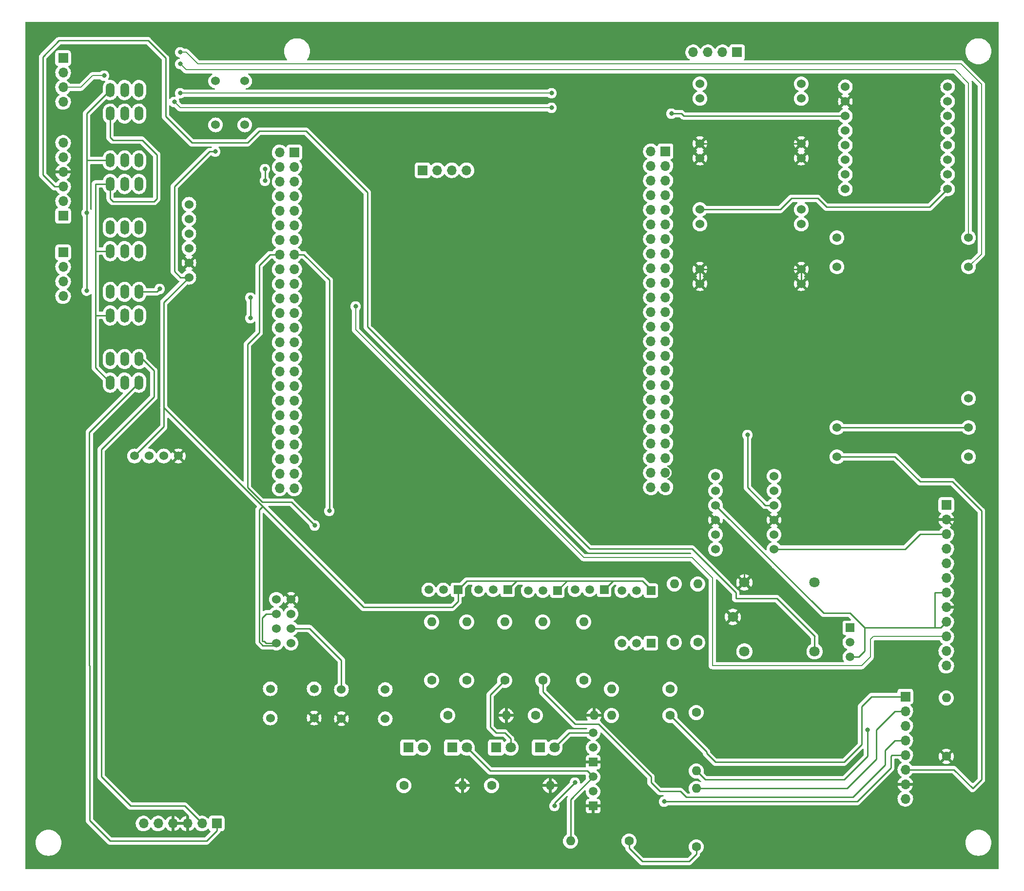
<source format=gbr>
%TF.GenerationSoftware,KiCad,Pcbnew,(6.0.5)*%
%TF.CreationDate,2022-10-04T16:53:01+09:00*%
%TF.ProjectId,DASHBOARD,44415348-424f-4415-9244-2e6b69636164,rev?*%
%TF.SameCoordinates,Original*%
%TF.FileFunction,Copper,L2,Bot*%
%TF.FilePolarity,Positive*%
%FSLAX46Y46*%
G04 Gerber Fmt 4.6, Leading zero omitted, Abs format (unit mm)*
G04 Created by KiCad (PCBNEW (6.0.5)) date 2022-10-04 16:53:01*
%MOMM*%
%LPD*%
G01*
G04 APERTURE LIST*
%TA.AperFunction,ComponentPad*%
%ADD10C,1.600000*%
%TD*%
%TA.AperFunction,ComponentPad*%
%ADD11O,1.600000X1.600000*%
%TD*%
%TA.AperFunction,ComponentPad*%
%ADD12R,1.500000X1.500000*%
%TD*%
%TA.AperFunction,ComponentPad*%
%ADD13C,1.500000*%
%TD*%
%TA.AperFunction,ComponentPad*%
%ADD14R,1.800000X1.800000*%
%TD*%
%TA.AperFunction,ComponentPad*%
%ADD15C,1.800000*%
%TD*%
%TA.AperFunction,ComponentPad*%
%ADD16R,1.700000X1.700000*%
%TD*%
%TA.AperFunction,ComponentPad*%
%ADD17O,1.700000X1.700000*%
%TD*%
%TA.AperFunction,ComponentPad*%
%ADD18C,1.524000*%
%TD*%
%TA.AperFunction,ComponentPad*%
%ADD19O,1.500000X2.500000*%
%TD*%
%TA.AperFunction,ViaPad*%
%ADD20C,0.800000*%
%TD*%
%TA.AperFunction,Conductor*%
%ADD21C,0.250000*%
%TD*%
%TA.AperFunction,Conductor*%
%ADD22C,0.200000*%
%TD*%
G04 APERTURE END LIST*
D10*
%TO.P,R16,1*%
%TO.N,LV*%
X200919000Y-181565500D03*
D11*
%TO.P,R16,2*%
%TO.N,Net-(D1-Pad2)*%
X190759000Y-181565500D03*
%TD*%
D12*
%TO.P,Q7,1,E*%
%TO.N,Net-(K1-Pad2)*%
X197612000Y-173585500D03*
D13*
%TO.P,Q7,2,B*%
%TO.N,Net-(Q7-Pad2)*%
X195072000Y-173585500D03*
%TO.P,Q7,3,C*%
%TO.N,LV*%
X192532000Y-173585500D03*
%TD*%
D14*
%TO.P,D1,1,K*%
%TO.N,Net-(D1-Pad1)*%
X178308000Y-191725500D03*
D15*
%TO.P,D1,2,A*%
%TO.N,Net-(D1-Pad2)*%
X180848000Y-191725500D03*
%TD*%
D16*
%TO.P,J5,1,Pin_1*%
%TO.N,IMD_SIG*%
X241808000Y-182850500D03*
D17*
%TO.P,J5,2,Pin_2*%
%TO.N,BMS_SIG*%
X241808000Y-185390500D03*
%TO.P,J5,3,Pin_3*%
%TO.N,BSPD_SIG*%
X241808000Y-187930500D03*
%TO.P,J5,4,Pin_4*%
%TO.N,BRAKE_DIN*%
X241808000Y-190470500D03*
%TO.P,J5,5,Pin_5*%
%TO.N,HV_ACTIVE*%
X241808000Y-193010500D03*
%TO.P,J5,6,Pin_6*%
%TO.N,LV*%
X241808000Y-195550500D03*
%TO.P,J5,7,Pin_7*%
%TO.N,GND*%
X241808000Y-198090500D03*
%TO.P,J5,8,Pin_8*%
%TO.N,unconnected-(J5-Pad8)*%
X241808000Y-200630500D03*
%TD*%
D18*
%TO.P,U6,1,HV1*%
%TO.N,unconnected-(U6-Pad1)*%
X219005400Y-144526200D03*
%TO.P,U6,2,HV2*%
%TO.N,unconnected-(U6-Pad2)*%
X219005400Y-147066200D03*
%TO.P,U6,3,HV*%
%TO.N,5V*%
X219005400Y-149606200D03*
%TO.P,U6,4,GND*%
%TO.N,GND*%
X219005400Y-152146200D03*
%TO.P,U6,5,HV3*%
%TO.N,SDA*%
X219005400Y-154686200D03*
%TO.P,U6,6,HV4*%
%TO.N,SCL*%
X219005400Y-157226200D03*
%TO.P,U6,7,LV1*%
%TO.N,unconnected-(U6-Pad7)*%
X208845400Y-144526200D03*
%TO.P,U6,8,LV2*%
%TO.N,unconnected-(U6-Pad8)*%
X208845400Y-147066200D03*
%TO.P,U6,9,LV*%
%TO.N,3V3*%
X208845400Y-149606200D03*
%TO.P,U6,10,GND*%
%TO.N,GND*%
X208845400Y-152146200D03*
%TO.P,U6,11,LV3*%
%TO.N,I2C2_SDA*%
X208845400Y-154686200D03*
%TO.P,U6,12,LV4*%
%TO.N,I2C2_SCL*%
X208845400Y-157226200D03*
%TD*%
D10*
%TO.P,R3,1*%
%TO.N,Net-(Q7-Pad2)*%
X201676000Y-173437500D03*
D11*
%TO.P,R3,2*%
%TO.N,RTD_ACTIVE_Pin*%
X201676000Y-163277500D03*
%TD*%
D10*
%TO.P,R15,1*%
%TO.N,LV*%
X205491000Y-185629500D03*
D11*
%TO.P,R15,2*%
%TO.N,BSPD_SIG*%
X205491000Y-195789500D03*
%TD*%
D12*
%TO.P,Q9,1,E*%
%TO.N,GND*%
X187563000Y-194265500D03*
D13*
%TO.P,Q9,2,B*%
%TO.N,Net-(Q9-Pad2)*%
X187563000Y-191725500D03*
%TO.P,Q9,3,C*%
%TO.N,Net-(D1-Pad2)*%
X187563000Y-189185500D03*
%TD*%
D19*
%TO.P,SW7,1,1*%
%TO.N,Net-(SW4-Pad1)*%
X103672000Y-77381000D03*
%TO.P,SW7,2*%
%TO.N,N/C*%
X106172000Y-77381000D03*
%TO.P,SW7,3,3*%
%TO.N,CAN_L_ECU*%
X108672000Y-77381000D03*
%TO.P,SW7,4,4*%
%TO.N,Net-(SW4-Pad4)*%
X103672000Y-81481000D03*
%TO.P,SW7,5*%
%TO.N,N/C*%
X106172000Y-81481000D03*
%TO.P,SW7,6,6*%
%TO.N,CAN_H_ECU*%
X108672000Y-81481000D03*
%TD*%
D12*
%TO.P,Q8,1,E*%
%TO.N,GND*%
X187563000Y-201885500D03*
D13*
%TO.P,Q8,2,B*%
%TO.N,BSPD_SIG*%
X187563000Y-199345500D03*
%TO.P,Q8,3,C*%
%TO.N,Net-(D3-Pad2)*%
X187563000Y-196805500D03*
%TD*%
D12*
%TO.P,Q6,1,E*%
%TO.N,3V3*%
X189484000Y-164293500D03*
D13*
%TO.P,Q6,2,B*%
%TO.N,Net-(Q6-Pad2)*%
X186944000Y-164293500D03*
%TO.P,Q6,3,C*%
%TO.N,BRAKE_Pin*%
X184404000Y-164293500D03*
%TD*%
D10*
%TO.P,R7,1*%
%TO.N,Net-(D4-Pad1)*%
X154691000Y-198329500D03*
D11*
%TO.P,R7,2*%
%TO.N,GND*%
X164851000Y-198329500D03*
%TD*%
D12*
%TO.P,Q5,1,E*%
%TO.N,3V3*%
X197612000Y-164441500D03*
D13*
%TO.P,Q5,2,B*%
%TO.N,Net-(Q5-Pad2)*%
X195072000Y-164441500D03*
%TO.P,Q5,3,C*%
%TO.N,HV_ACTIVE_Pin*%
X192532000Y-164441500D03*
%TD*%
D10*
%TO.P,R14,1*%
%TO.N,LV*%
X193807000Y-207981500D03*
D11*
%TO.P,R14,2*%
%TO.N,Net-(D3-Pad2)*%
X183647000Y-207981500D03*
%TD*%
D12*
%TO.P,Q1,1,E*%
%TO.N,3V3*%
X172720000Y-164293500D03*
D13*
%TO.P,Q1,2,B*%
%TO.N,Net-(Q1-Pad2)*%
X170180000Y-164293500D03*
%TO.P,Q1,3,C*%
%TO.N,IMD_Pin*%
X167640000Y-164293500D03*
%TD*%
D14*
%TO.P,D2,1,K*%
%TO.N,Net-(D2-Pad1)*%
X170688000Y-191725500D03*
D15*
%TO.P,D2,2,A*%
%TO.N,BMS_SIG*%
X173228000Y-191725500D03*
%TD*%
D18*
%TO.P,U4,1,IN*%
%TO.N,LV*%
X223727300Y-76313600D03*
X223727300Y-78853600D03*
%TO.P,U4,2,GND*%
%TO.N,GND*%
X223727300Y-86673600D03*
X223727300Y-89213600D03*
%TO.P,U4,3,OUT*%
%TO.N,5V*%
X206127300Y-76313600D03*
X206127300Y-78853600D03*
%TO.P,U4,4,GND*%
%TO.N,GND*%
X206127300Y-86673600D03*
X206127300Y-89213600D03*
%TD*%
%TO.P,U3,1,3V3*%
%TO.N,3V3*%
X117361300Y-109945800D03*
%TO.P,U3,2,GND*%
%TO.N,GND*%
X117361300Y-107405800D03*
%TO.P,U3,3,CTX*%
%TO.N,CAN1_TX*%
X117361300Y-104865800D03*
%TO.P,U3,4,CRX*%
%TO.N,CAN1_RX*%
X117361300Y-102325800D03*
%TO.P,U3,5,CANH*%
%TO.N,CAN_H_ECU*%
X117361300Y-99785800D03*
%TO.P,U3,6,CANL*%
%TO.N,CAN_L_ECU*%
X117361300Y-97245800D03*
%TD*%
D10*
%TO.P,R10,1*%
%TO.N,Net-(D3-Pad2)*%
X159512000Y-180041500D03*
D11*
%TO.P,R10,2*%
%TO.N,Net-(Q4-Pad2)*%
X159512000Y-169881500D03*
%TD*%
D15*
%TO.P,K1,1*%
%TO.N,FORWARD_ENABLE*%
X226048000Y-174995500D03*
%TO.P,K1,2*%
%TO.N,Net-(K1-Pad2)*%
X213848000Y-174995500D03*
%TO.P,K1,6*%
%TO.N,GND*%
X213848000Y-162995500D03*
%TO.P,K1,7*%
X211848000Y-168995500D03*
%TO.P,K1,14*%
%TO.N,unconnected-(K1-Pad14)*%
X226048000Y-162995500D03*
%TD*%
D10*
%TO.P,R4,1*%
%TO.N,Net-(D1-Pad1)*%
X177551000Y-186137500D03*
D11*
%TO.P,R4,2*%
%TO.N,GND*%
X187711000Y-186137500D03*
%TD*%
D10*
%TO.P,R12,1*%
%TO.N,BRAKE_DIN*%
X178816000Y-180041500D03*
D11*
%TO.P,R12,2*%
%TO.N,Net-(Q6-Pad2)*%
X178816000Y-169881500D03*
%TD*%
D10*
%TO.P,R11,1*%
%TO.N,HV_ACTIVE*%
X185928000Y-180041500D03*
D11*
%TO.P,R11,2*%
%TO.N,Net-(Q5-Pad2)*%
X185928000Y-169881500D03*
%TD*%
D18*
%TO.P,SW3,*%
%TO.N,*%
X121989600Y-75819200D03*
X127069600Y-75819200D03*
%TO.P,SW3,1,A*%
%TO.N,BOOT0*%
X127069600Y-83439200D03*
%TO.P,SW3,2,B*%
%TO.N,3V3*%
X121989600Y-83439200D03*
%TD*%
D19*
%TO.P,SW6,1,1*%
%TO.N,Net-(SW4-Pad1)*%
X103672000Y-112477500D03*
%TO.P,SW6,2*%
%TO.N,N/C*%
X106172000Y-112477500D03*
%TO.P,SW6,3,3*%
%TO.N,CAN_L_LOGGER*%
X108672000Y-112477500D03*
%TO.P,SW6,4,4*%
%TO.N,Net-(SW4-Pad4)*%
X103672000Y-116577500D03*
%TO.P,SW6,5*%
%TO.N,N/C*%
X106172000Y-116577500D03*
%TO.P,SW6,6,6*%
%TO.N,CAN_H_LOGGER*%
X108672000Y-116577500D03*
%TD*%
D14*
%TO.P,D4,1,K*%
%TO.N,Net-(D4-Pad1)*%
X155448000Y-191725500D03*
D15*
%TO.P,D4,2,A*%
%TO.N,HV_ACTIVE*%
X157988000Y-191725500D03*
%TD*%
D12*
%TO.P,Q3,1,E*%
%TO.N,3V3*%
X181356000Y-164441500D03*
D13*
%TO.P,Q3,2,B*%
%TO.N,Net-(Q3-Pad2)*%
X178816000Y-164441500D03*
%TO.P,Q3,3,C*%
%TO.N,BMS_Pin*%
X176276000Y-164441500D03*
%TD*%
D16*
%TO.P,J4,1,Pin_1*%
%TO.N,Net-(J4-Pad1)*%
X212588000Y-70821500D03*
D17*
%TO.P,J4,2,Pin_2*%
%TO.N,Net-(J4-Pad2)*%
X210048000Y-70821500D03*
%TO.P,J4,3,Pin_3*%
%TO.N,Net-(J4-Pad3)*%
X207508000Y-70821500D03*
%TO.P,J4,4,Pin_4*%
%TO.N,Net-(J4-Pad4)*%
X204968000Y-70821500D03*
%TD*%
D18*
%TO.P,SW1,*%
%TO.N,*%
X131489700Y-186575900D03*
X131489700Y-181495900D03*
%TO.P,SW1,1,A*%
%TO.N,Net-(SW1-Pad1)*%
X139109700Y-181495900D03*
%TO.P,SW1,2,B*%
%TO.N,GND*%
X139109700Y-186575900D03*
%TD*%
%TO.P,SW2,*%
%TO.N,*%
X151466300Y-186715100D03*
X151466300Y-181635100D03*
%TO.P,SW2,1,A*%
%TO.N,GND*%
X143846300Y-186715100D03*
%TO.P,SW2,2,B*%
%TO.N,Net-(SW2-Pad2)*%
X143846300Y-181635100D03*
%TD*%
D10*
%TO.P,R6,1*%
%TO.N,Net-(D3-Pad1)*%
X162311000Y-186137500D03*
D11*
%TO.P,R6,2*%
%TO.N,GND*%
X172471000Y-186137500D03*
%TD*%
D10*
%TO.P,R8,1*%
%TO.N,Net-(D1-Pad2)*%
X165608000Y-180041500D03*
D11*
%TO.P,R8,2*%
%TO.N,Net-(Q1-Pad2)*%
X165608000Y-169881500D03*
%TD*%
D10*
%TO.P,R5,1*%
%TO.N,Net-(D2-Pad1)*%
X169931000Y-198329500D03*
D11*
%TO.P,R5,2*%
%TO.N,GND*%
X180091000Y-198329500D03*
%TD*%
D19*
%TO.P,SW4,1,1*%
%TO.N,Net-(SW4-Pad1)*%
X103672000Y-101301500D03*
%TO.P,SW4,2*%
%TO.N,N/C*%
X106172000Y-101301500D03*
%TO.P,SW4,3,3*%
%TO.N,CAN_L_BMS*%
X108672000Y-101301500D03*
%TO.P,SW4,4,4*%
%TO.N,Net-(SW4-Pad4)*%
X103672000Y-105401500D03*
%TO.P,SW4,5*%
%TO.N,N/C*%
X106172000Y-105401500D03*
%TO.P,SW4,6,6*%
%TO.N,CAN_H_BMS*%
X108672000Y-105401500D03*
%TD*%
D18*
%TO.P,U8,1,VCC*%
%TO.N,3V3*%
X107907200Y-141012900D03*
%TO.P,U8,2,RX*%
%TO.N,GPS_RX*%
X110447200Y-141012900D03*
%TO.P,U8,3,TX*%
%TO.N,GPS_TX*%
X112987200Y-141012900D03*
%TO.P,U8,4,GND*%
%TO.N,GND*%
X115527200Y-141012900D03*
%TD*%
D14*
%TO.P,D3,1,K*%
%TO.N,Net-(D3-Pad1)*%
X163068000Y-191725500D03*
D15*
%TO.P,D3,2,A*%
%TO.N,Net-(D3-Pad2)*%
X165608000Y-191725500D03*
%TD*%
D18*
%TO.P,U5,1,IN*%
%TO.N,LV*%
X223727300Y-100697600D03*
X223727300Y-98157600D03*
%TO.P,U5,2,GND*%
%TO.N,GND*%
X223727300Y-108517600D03*
X223727300Y-111057600D03*
%TO.P,U5,3,OUT*%
%TO.N,3V3*%
X206127300Y-100697600D03*
X206127300Y-98157600D03*
%TO.P,U5,4,GND*%
%TO.N,GND*%
X206127300Y-111057600D03*
X206127300Y-108517600D03*
%TD*%
D17*
%TO.P,U1,*%
%TO.N,*%
X197599000Y-90578500D03*
X197599000Y-88038500D03*
X200139000Y-90578500D03*
D16*
%TO.P,U1,1,PE2*%
%TO.N,unconnected-(U1-Pad1)*%
X135649000Y-88238500D03*
D17*
%TO.P,U1,2,PE3*%
%TO.N,unconnected-(U1-Pad2)*%
X133109000Y-88238500D03*
%TO.P,U1,3,PE4*%
%TO.N,unconnected-(U1-Pad3)*%
X135649000Y-90778500D03*
%TO.P,U1,4,PE5*%
%TO.N,unconnected-(U1-Pad4)*%
X133109000Y-90778500D03*
%TO.P,U1,5,PE6*%
%TO.N,unconnected-(U1-Pad5)*%
X200139000Y-93118500D03*
%TO.P,U1,6,VBAT*%
%TO.N,N/C*%
X133109000Y-93318500D03*
X197599000Y-93118500D03*
%TO.P,U1,7,PC13*%
X135649000Y-95858500D03*
X200139000Y-95658500D03*
%TO.P,U1,8,PC14*%
X133109000Y-95858500D03*
X197599000Y-95658500D03*
%TO.P,U1,9,PC15*%
%TO.N,unconnected-(U1-Pad9)*%
X200139000Y-98198500D03*
X135649000Y-98398500D03*
%TO.P,U1,10*%
%TO.N,N/C*%
X133109000Y-98398500D03*
X197599000Y-98198500D03*
%TO.P,U1,11,VDD*%
%TO.N,unconnected-(U1-Pad11)*%
X200139000Y-100738500D03*
X135649000Y-100938500D03*
%TO.P,U1,12,PH0*%
%TO.N,N/C*%
X133109000Y-100938500D03*
X197599000Y-100738500D03*
%TO.P,U1,13,PH1*%
%TO.N,unconnected-(U1-Pad13)*%
X200139000Y-103278500D03*
X135649000Y-103478500D03*
%TO.P,U1,14,NRST*%
%TO.N,unconnected-(U1-Pad14)*%
X197599000Y-103278500D03*
X133109000Y-103478500D03*
%TO.P,U1,15,PC0*%
%TO.N,unconnected-(U1-Pad15)*%
X200139000Y-105818500D03*
%TO.P,U1,16,PC1*%
%TO.N,unconnected-(U1-Pad16)*%
X197599000Y-105818500D03*
%TO.P,U1,17,PC2*%
%TO.N,unconnected-(U1-Pad17)*%
X200139000Y-108358500D03*
X135649000Y-108558500D03*
%TO.P,U1,18,PC3*%
%TO.N,unconnected-(U1-Pad18)*%
X197599000Y-108358500D03*
X133109000Y-108558500D03*
%TO.P,U1,19,VDD*%
%TO.N,unconnected-(U1-Pad19)*%
X200139000Y-110898500D03*
%TO.P,U1,20,VSSA*%
%TO.N,unconnected-(U1-Pad20)*%
X197599000Y-110898500D03*
%TO.P,U1,21,VREF+*%
%TO.N,unconnected-(U1-Pad21)*%
X200139000Y-113438500D03*
%TO.P,U1,22,VDDA*%
%TO.N,unconnected-(U1-Pad22)*%
X197599000Y-113438500D03*
%TO.P,U1,23,PA0*%
%TO.N,unconnected-(U1-Pad23)*%
X200139000Y-115978500D03*
%TO.P,U1,24,PA1*%
%TO.N,unconnected-(U1-Pad24)*%
X197599000Y-115978500D03*
%TO.P,U1,25,PA2*%
%TO.N,unconnected-(U1-Pad25)*%
X200139000Y-118518500D03*
%TO.P,U1,26,PA3*%
%TO.N,unconnected-(U1-Pad26)*%
X197599000Y-118518500D03*
%TO.P,U1,27*%
%TO.N,N/C*%
X200139000Y-121058500D03*
X135649000Y-121258500D03*
%TO.P,U1,28,VDD*%
%TO.N,unconnected-(U1-Pad28)*%
X197599000Y-121058500D03*
X133109000Y-121258500D03*
%TO.P,U1,29,PA4*%
%TO.N,unconnected-(U1-Pad29)*%
X135649000Y-123798500D03*
%TO.P,U1,30,PA5*%
%TO.N,unconnected-(U1-Pad30)*%
X133109000Y-123798500D03*
%TO.P,U1,31,PA6*%
%TO.N,N/C*%
X200139000Y-123598500D03*
X135649000Y-126338500D03*
X200139000Y-126138500D03*
%TO.P,U1,32,PA7*%
%TO.N,unconnected-(U1-Pad32)*%
X197599000Y-126138500D03*
X197599000Y-123598500D03*
X133109000Y-126338500D03*
%TO.P,U1,33,PC4*%
%TO.N,unconnected-(U1-Pad33)*%
X200139000Y-128678500D03*
%TO.P,U1,34,PC5*%
%TO.N,unconnected-(U1-Pad34)*%
X197599000Y-128678500D03*
X133109000Y-128878500D03*
%TO.P,U1,35,PB0*%
%TO.N,N/C*%
X135649000Y-131418500D03*
X200139000Y-131218500D03*
%TO.P,U1,36,PB1*%
%TO.N,unconnected-(U1-Pad36)*%
X197599000Y-131218500D03*
%TO.P,U1,37,PB2*%
%TO.N,unconnected-(U1-Pad37)*%
X200139000Y-133758500D03*
X135649000Y-133958500D03*
%TO.P,U1,38,PE7*%
%TO.N,unconnected-(U1-Pad38)*%
X197599000Y-133758500D03*
%TO.P,U1,39,PE8*%
%TO.N,unconnected-(U1-Pad39)*%
X200139000Y-136298500D03*
%TO.P,U1,40,PE9*%
%TO.N,unconnected-(U1-Pad40)*%
X197599000Y-136298500D03*
X133109000Y-136498500D03*
%TO.P,U1,41,PE10*%
%TO.N,unconnected-(U1-Pad41)*%
X200139000Y-138838500D03*
%TO.P,U1,42,PE11*%
%TO.N,unconnected-(U1-Pad42)*%
X197599000Y-138838500D03*
%TO.P,U1,43,PE12*%
%TO.N,unconnected-(U1-Pad43)*%
X200139000Y-141378500D03*
%TO.P,U1,45,PE14*%
%TO.N,unconnected-(U1-Pad45)*%
X135649000Y-144118500D03*
%TO.P,U1,47,PB10*%
%TO.N,I2C2_SCL*%
X197599000Y-141378500D03*
%TO.P,U1,48,PB11*%
%TO.N,N/C*%
X133109000Y-146658500D03*
X200139000Y-143918500D03*
%TO.P,U1,51,PB12*%
%TO.N,unconnected-(U1-Pad51)*%
X197599000Y-143918500D03*
%TO.P,U1,52,PB13*%
%TO.N,unconnected-(U1-Pad52)*%
X200139000Y-146458500D03*
%TO.P,U1,55,PD8*%
%TO.N,ESP_RX*%
X135649000Y-146658500D03*
%TO.P,U1,56,PD9*%
%TO.N,ESP_TX*%
X133109000Y-144118500D03*
%TO.P,U1,58,PD11*%
%TO.N,unconnected-(U1-Pad58)*%
X133109000Y-141578500D03*
%TO.P,U1,59,PD12*%
%TO.N,BSPD_Pin*%
X135649000Y-141578500D03*
%TO.P,U1,60,PD13*%
%TO.N,BMS_Pin*%
X133109000Y-139038500D03*
%TO.P,U1,61,PD14*%
%TO.N,IMD_Pin*%
X135649000Y-139038500D03*
%TO.P,U1,63,PC6*%
%TO.N,GPS_TX*%
X135649000Y-136498500D03*
%TO.P,U1,64,PC7*%
%TO.N,GPS_RX*%
X133109000Y-133958500D03*
%TO.P,U1,68,PA9*%
%TO.N,N/C*%
X133109000Y-131418500D03*
%TO.P,U1,69,PA10*%
%TO.N,RX*%
X135649000Y-128878500D03*
%TO.P,U1,77,PA15*%
%TO.N,unconnected-(U1-Pad77)*%
X197599000Y-146458500D03*
%TO.P,U1,81,PD0*%
%TO.N,CAN1_RX*%
X133109000Y-118718500D03*
%TO.P,U1,82,PD1*%
%TO.N,CAN1_TX*%
X135649000Y-118718500D03*
%TO.P,U1,83,PD2*%
%TO.N,RTDS*%
X133109000Y-116178500D03*
%TO.P,U1,84,PD3*%
%TO.N,RTD_ACTIVE_Pin*%
X135649000Y-116178500D03*
%TO.P,U1,85,PD4*%
%TO.N,APPS_Pin*%
X133109000Y-113638500D03*
%TO.P,U1,86,PD5*%
%TO.N,BRAKE_Pin*%
X135649000Y-113638500D03*
%TO.P,U1,87,PD6*%
%TO.N,RTD_BUTTON-*%
X133109000Y-111098500D03*
%TO.P,U1,88,PD7*%
%TO.N,HV_ACTIVE_Pin*%
X135649000Y-111098500D03*
%TO.P,U1,92,PB6*%
%TO.N,I2C1_SCL(ACCELERATION)*%
X133109000Y-106018500D03*
%TO.P,U1,93,PB7*%
%TO.N,I2C1_SDA(ACCELERATION)*%
X135649000Y-106018500D03*
%TO.P,U1,94,BOOT0*%
%TO.N,BOOT0*%
X135649000Y-93318500D03*
D16*
%TO.P,U1,100,VDD*%
%TO.N,5V*%
X200139000Y-88038500D03*
%TO.P,U1,110,USART1(5V)*%
%TO.N,Net-(J4-Pad1)*%
X157949000Y-91328500D03*
D17*
%TO.P,U1,111,USART1(GND)*%
%TO.N,Net-(J4-Pad2)*%
X160489000Y-91328500D03*
%TO.P,U1,112,USART1(RX1)*%
%TO.N,Net-(J4-Pad3)*%
X163029000Y-91328500D03*
%TO.P,U1,113,USART1(TX1)*%
%TO.N,Net-(J4-Pad4)*%
X165569000Y-91328500D03*
%TD*%
D18*
%TO.P,U7,1,VCC*%
%TO.N,3V3*%
X249167900Y-94596900D03*
%TO.P,U7,2,RX*%
%TO.N,unconnected-(U7-Pad2)*%
X249167900Y-92056900D03*
%TO.P,U7,3,TX*%
%TO.N,unconnected-(U7-Pad3)*%
X249167900Y-89516900D03*
%TO.P,U7,4,DAC_R*%
%TO.N,Net-(U7-Pad4)*%
X249167900Y-86976900D03*
%TO.P,U7,5,DAC_L*%
%TO.N,Net-(U7-Pad5)*%
X249167900Y-84436900D03*
%TO.P,U7,6,SPK_1*%
%TO.N,unconnected-(U7-Pad6)*%
X249167900Y-81896900D03*
%TO.P,U7,7,GND_1*%
%TO.N,Net-(U7-Pad7)*%
X249167900Y-79356900D03*
%TO.P,U7,8,SPK_2*%
%TO.N,unconnected-(U7-Pad8)*%
X249167900Y-76816900D03*
%TO.P,U7,9,IO_1*%
%TO.N,unconnected-(U7-Pad9)*%
X231387900Y-76816900D03*
%TO.P,U7,10,GND_2*%
%TO.N,GND*%
X231387900Y-79356900D03*
%TO.P,U7,11,IO_2*%
%TO.N,RTDS*%
X231387900Y-81896900D03*
%TO.P,U7,12,ADKEY_1*%
%TO.N,unconnected-(U7-Pad12)*%
X231387900Y-84436900D03*
%TO.P,U7,13,ADKEY_2*%
%TO.N,unconnected-(U7-Pad13)*%
X231387900Y-86976900D03*
%TO.P,U7,14,USB+*%
%TO.N,unconnected-(U7-Pad14)*%
X231387900Y-89516900D03*
%TO.P,U7,15,USB-*%
%TO.N,unconnected-(U7-Pad15)*%
X231387900Y-92056900D03*
%TO.P,U7,16,BUSY*%
%TO.N,unconnected-(U7-Pad16)*%
X231387900Y-94596900D03*
%TD*%
%TO.P,U9,1,VIN*%
%TO.N,LV*%
X229927400Y-141148000D03*
%TO.P,U9,2,GND*%
%TO.N,Net-(U7-Pad7)*%
X229927400Y-136068000D03*
%TO.P,U9,3,LOUT+*%
%TO.N,SPK_LOUT+*%
X229927400Y-108128000D03*
%TO.P,U9,4,LOUT-*%
%TO.N,SPK_LOUT-*%
X229927400Y-103048000D03*
%TO.P,U9,5,ROUT-*%
%TO.N,SPK_ROUT-*%
X252787400Y-103048000D03*
%TO.P,U9,6,ROUT+*%
%TO.N,SPK_ROUT+*%
X252787400Y-108128000D03*
%TO.P,U9,7,RIN*%
%TO.N,Net-(U7-Pad4)*%
X252787400Y-130988000D03*
%TO.P,U9,8,GND*%
%TO.N,Net-(U7-Pad7)*%
X252787400Y-136068000D03*
%TO.P,U9,9,LIN*%
%TO.N,Net-(U7-Pad5)*%
X252787400Y-141148000D03*
%TD*%
D10*
%TO.P,R17,1*%
%TO.N,IMD_SIG*%
X200919000Y-186137500D03*
D11*
%TO.P,R17,2*%
%TO.N,Net-(Q9-Pad2)*%
X190759000Y-186137500D03*
%TD*%
D16*
%TO.P,J7,1,Pin_1*%
%TO.N,5V*%
X248920000Y-149561500D03*
D17*
%TO.P,J7,2,Pin_2*%
%TO.N,GND*%
X248920000Y-152101500D03*
%TO.P,J7,3,Pin_3*%
%TO.N,SCL*%
X248920000Y-154641500D03*
%TO.P,J7,4,Pin_4*%
%TO.N,SDA*%
X248920000Y-157181500D03*
%TO.P,J7,5,Pin_5*%
%TO.N,I2C1_SCL(ACCELERATION)*%
X248920000Y-159721500D03*
%TO.P,J7,6,Pin_6*%
%TO.N,I2C1_SDA(ACCELERATION)*%
X248920000Y-162261500D03*
%TO.P,J7,7,Pin_7*%
%TO.N,3V3*%
X248920000Y-164801500D03*
%TO.P,J7,8,Pin_8*%
%TO.N,GND*%
X248920000Y-167341500D03*
%TO.P,J7,9,Pin_9*%
%TO.N,3V3*%
X248920000Y-169881500D03*
%TO.P,J7,10,Pin_10*%
%TO.N,RTD_BUTTON-*%
X248920000Y-172421500D03*
%TO.P,J7,11,Pin_11*%
%TO.N,RTD_LED+*%
X248920000Y-174961500D03*
%TO.P,J7,12,Pin_12*%
%TO.N,RTD_OUT-*%
X248920000Y-177501500D03*
%TD*%
D10*
%TO.P,R9,1*%
%TO.N,BMS_SIG*%
X172212000Y-180041500D03*
D11*
%TO.P,R9,2*%
%TO.N,Net-(Q3-Pad2)*%
X172212000Y-169881500D03*
%TD*%
D10*
%TO.P,R1,1*%
%TO.N,Net-(Q2-Pad2)*%
X205740000Y-173437500D03*
D11*
%TO.P,R1,2*%
%TO.N,RTD_ACTIVE_Pin*%
X205740000Y-163277500D03*
%TD*%
D18*
%TO.P,U2,1,TX*%
%TO.N,ESP_TX*%
X132545600Y-165941500D03*
%TO.P,U2,2,GND*%
%TO.N,GND*%
X135085600Y-165941500D03*
%TO.P,U2,3,EN*%
%TO.N,3V3_1*%
X132545600Y-168481500D03*
%TO.P,U2,4,GPIO2*%
%TO.N,unconnected-(U2-Pad4)*%
X135085600Y-168481500D03*
%TO.P,U2,5,RST*%
%TO.N,Net-(SW1-Pad1)*%
X132545600Y-171021500D03*
%TO.P,U2,6,GPIO0*%
%TO.N,Net-(SW2-Pad2)*%
X135085600Y-171021500D03*
%TO.P,U2,7,VCC*%
%TO.N,3V3*%
X132545600Y-173561500D03*
%TO.P,U2,8,RX*%
%TO.N,ESP_RX*%
X135085600Y-173561500D03*
%TD*%
D12*
%TO.P,Q2,1,E*%
%TO.N,RTD_LED+*%
X232156000Y-170897500D03*
D13*
%TO.P,Q2,2,B*%
%TO.N,Net-(Q2-Pad2)*%
X232156000Y-173437500D03*
%TO.P,Q2,3,C*%
%TO.N,3V3*%
X232156000Y-175977500D03*
%TD*%
D10*
%TO.P,R2,1*%
%TO.N,GND*%
X248920000Y-193249500D03*
D11*
%TO.P,R2,2*%
%TO.N,RTD_OUT-*%
X248920000Y-183089500D03*
%TD*%
D19*
%TO.P,SW8,1,1*%
%TO.N,Net-(SW4-Pad1)*%
X103672000Y-124161500D03*
%TO.P,SW8,2*%
%TO.N,N/C*%
X106172000Y-124161500D03*
%TO.P,SW8,3,3*%
%TO.N,CAN_L_DEBUG*%
X108672000Y-124161500D03*
%TO.P,SW8,4,4*%
%TO.N,Net-(SW4-Pad4)*%
X103672000Y-128261500D03*
%TO.P,SW8,5*%
%TO.N,N/C*%
X106172000Y-128261500D03*
%TO.P,SW8,6,6*%
%TO.N,CAN_H_DEBUG*%
X108672000Y-128261500D03*
%TD*%
D16*
%TO.P,J3,1,Pin_1*%
%TO.N,CAN_H_PM100DX*%
X95504000Y-99269500D03*
D17*
%TO.P,J3,2,Pin_2*%
%TO.N,CAN_L_PM100DX*%
X95504000Y-96729500D03*
%TO.P,J3,3,Pin_3*%
%TO.N,FORWARD_ENABLE*%
X95504000Y-94189500D03*
%TO.P,J3,4,Pin_4*%
%TO.N,GND*%
X95504000Y-91649500D03*
%TO.P,J3,5,Pin_5*%
%TO.N,UART_TX*%
X95504000Y-89109500D03*
%TO.P,J3,6,Pin_6*%
%TO.N,UART_RX*%
X95504000Y-86569500D03*
%TD*%
D16*
%TO.P,J2,1,Pin_1*%
%TO.N,SPK_ROUT+*%
X95504000Y-71837500D03*
D17*
%TO.P,J2,2,Pin_2*%
%TO.N,SPK_ROUT-*%
X95504000Y-74377500D03*
%TO.P,J2,3,Pin_3*%
%TO.N,SPK_LOUT+*%
X95504000Y-76917500D03*
%TO.P,J2,4,Pin_4*%
%TO.N,SPK_LOUT-*%
X95504000Y-79457500D03*
%TD*%
D16*
%TO.P,J6,1,Pin_1*%
%TO.N,CAN_H_BMS*%
X95504000Y-105619500D03*
D17*
%TO.P,J6,2,Pin_2*%
%TO.N,CAN_L_BMS*%
X95504000Y-108159500D03*
%TO.P,J6,3,Pin_3*%
%TO.N,CAN_H_LOGGER*%
X95504000Y-110699500D03*
%TO.P,J6,4,Pin_4*%
%TO.N,CAN_L_LOGGER*%
X95504000Y-113239500D03*
%TD*%
D19*
%TO.P,SW5,1,1*%
%TO.N,Net-(SW4-Pad1)*%
X103672000Y-89617500D03*
%TO.P,SW5,2*%
%TO.N,N/C*%
X106172000Y-89617500D03*
%TO.P,SW5,3,3*%
%TO.N,CAN_L_PM100DX*%
X108672000Y-89617500D03*
%TO.P,SW5,4,4*%
%TO.N,Net-(SW4-Pad4)*%
X103672000Y-93717500D03*
%TO.P,SW5,5*%
%TO.N,N/C*%
X106172000Y-93717500D03*
%TO.P,SW5,6,6*%
%TO.N,CAN_H_PM100DX*%
X108672000Y-93717500D03*
%TD*%
D12*
%TO.P,Q4,1,E*%
%TO.N,3V3*%
X164084000Y-164293500D03*
D13*
%TO.P,Q4,2,B*%
%TO.N,Net-(Q4-Pad2)*%
X161544000Y-164293500D03*
%TO.P,Q4,3,C*%
%TO.N,BSPD_Pin*%
X159004000Y-164293500D03*
%TD*%
D10*
%TO.P,R13,1*%
%TO.N,LV*%
X205491000Y-208997500D03*
D11*
%TO.P,R13,2*%
%TO.N,BMS_SIG*%
X205491000Y-198837500D03*
%TD*%
D16*
%TO.P,J1,1,Pin_1*%
%TO.N,CAN_H_DEBUG*%
X122174000Y-204933500D03*
D17*
%TO.P,J1,2,Pin_2*%
%TO.N,CAN_L_DEBUG*%
X119634000Y-204933500D03*
%TO.P,J1,3,Pin_3*%
%TO.N,GND*%
X117094000Y-204933500D03*
%TO.P,J1,4,Pin_4*%
X114554000Y-204933500D03*
%TO.P,J1,5,Pin_5*%
%TO.N,UART_TX*%
X112014000Y-204933500D03*
%TO.P,J1,6,Pin_6*%
%TO.N,UART_RX*%
X109474000Y-204933500D03*
%TD*%
D20*
%TO.N,GND*%
X168656000Y-196297500D03*
%TO.N,BSPD_SIG*%
X235204000Y-188677500D03*
%TO.N,HV_ACTIVE*%
X184404000Y-197821500D03*
X199898000Y-201123500D03*
X180848000Y-201885500D03*
%TO.N,3V3*%
X121920000Y-88093500D03*
%TO.N,Net-(SW4-Pad1)*%
X99568000Y-98761500D03*
X99568000Y-112268000D03*
%TO.N,CAN_L_LOGGER*%
X112268000Y-111969500D03*
%TO.N,CAN1_RX*%
X128016000Y-117049500D03*
X128016000Y-113493500D03*
%TO.N,RTDS*%
X201168000Y-81489500D03*
X130556000Y-91141500D03*
X130556000Y-93173500D03*
%TO.N,RTD_BUTTON-*%
X146304000Y-115017500D03*
%TO.N,5V*%
X214376000Y-137369500D03*
%TO.N,SPK_LOUT+*%
X180340000Y-80473500D03*
X114808000Y-79457500D03*
X102616000Y-74885500D03*
%TO.N,SPK_LOUT-*%
X115824000Y-77933500D03*
X180340000Y-77933500D03*
%TO.N,SPK_ROUT-*%
X115824000Y-72853500D03*
%TO.N,SPK_ROUT+*%
X115824000Y-70821500D03*
%TO.N,I2C1_SCL(ACCELERATION)*%
X139192000Y-153117500D03*
%TO.N,I2C1_SDA(ACCELERATION)*%
X141732000Y-150577500D03*
%TD*%
D21*
%TO.N,Net-(D1-Pad2)*%
X183388000Y-189185500D02*
X187563000Y-189185500D01*
X180848000Y-191725500D02*
X183388000Y-189185500D01*
%TO.N,GND*%
X168656000Y-196297500D02*
X166624000Y-198329500D01*
X180091000Y-200102500D02*
X180091000Y-198329500D01*
X223727300Y-108517600D02*
X206127300Y-108517600D01*
X176784000Y-203409500D02*
X180091000Y-200102500D01*
X250952000Y-154133500D02*
X250952000Y-166833500D01*
X213848000Y-157148800D02*
X213848000Y-162995500D01*
X172471000Y-186137500D02*
X172471000Y-182322500D01*
X185420000Y-183089500D02*
X185420000Y-185629500D01*
X185928000Y-186137500D02*
X187711000Y-186137500D01*
X172471000Y-182322500D02*
X176276000Y-178517500D01*
X180848000Y-178517500D02*
X185420000Y-183089500D01*
X248920000Y-152101500D02*
X250952000Y-154133500D01*
X185420000Y-185629500D02*
X185928000Y-186137500D01*
X250952000Y-166833500D02*
X250444000Y-167341500D01*
X223727300Y-111057600D02*
X223727300Y-108517600D01*
X164851000Y-200620500D02*
X167640000Y-203409500D01*
X208845400Y-152146200D02*
X213848000Y-157148800D01*
X176276000Y-178517500D02*
X180848000Y-178517500D01*
X166624000Y-198329500D02*
X164851000Y-198329500D01*
X223727300Y-86673600D02*
X206127300Y-86673600D01*
X167640000Y-203409500D02*
X176784000Y-203409500D01*
X206127300Y-108517600D02*
X206127300Y-111057600D01*
X250444000Y-167341500D02*
X248920000Y-167341500D01*
X172471000Y-186137500D02*
X172720000Y-186137500D01*
X164851000Y-198329500D02*
X164851000Y-200620500D01*
%TO.N,LV*%
X249936000Y-145497500D02*
X244348000Y-145497500D01*
X196088000Y-211537500D02*
X204216000Y-211537500D01*
X193807000Y-209256500D02*
X196088000Y-211537500D01*
X205491000Y-210262500D02*
X205491000Y-208997500D01*
X253492000Y-198837500D02*
X255016000Y-197313500D01*
X193807000Y-207981500D02*
X193807000Y-209256500D01*
X244348000Y-145497500D02*
X239998500Y-141148000D01*
X250205000Y-195550500D02*
X253492000Y-198837500D01*
X255016000Y-150577500D02*
X249936000Y-145497500D01*
X239998500Y-141148000D02*
X229927400Y-141148000D01*
X255016000Y-197313500D02*
X255016000Y-150577500D01*
X204216000Y-211537500D02*
X205491000Y-210262500D01*
X241808000Y-195550500D02*
X250205000Y-195550500D01*
%TO.N,BSPD_SIG*%
X205491000Y-195789500D02*
X207015000Y-197313500D01*
X207015000Y-197313500D02*
X213868000Y-197313500D01*
X232664000Y-195789500D02*
X235204000Y-193249500D01*
X213868000Y-197313500D02*
X231140000Y-197313500D01*
X235204000Y-193249500D02*
X235204000Y-188677500D01*
X231140000Y-197313500D02*
X232664000Y-195789500D01*
%TO.N,Net-(D3-Pad2)*%
X186547000Y-195789500D02*
X187563000Y-196805500D01*
X183647000Y-207981500D02*
X183647000Y-200721500D01*
X183647000Y-200721500D02*
X187563000Y-196805500D01*
X165608000Y-191725500D02*
X169672000Y-195789500D01*
X169672000Y-195789500D02*
X186547000Y-195789500D01*
%TO.N,BMS_SIG*%
X205491000Y-198837500D02*
X231648000Y-198837500D01*
X169672000Y-188169500D02*
X170688000Y-189185500D01*
X169672000Y-182581500D02*
X169672000Y-188169500D01*
X173228000Y-190201500D02*
X173228000Y-191725500D01*
X236728000Y-193757500D02*
X236728000Y-188677500D01*
X172212000Y-180041500D02*
X169672000Y-182581500D01*
X240015000Y-185390500D02*
X241808000Y-185390500D01*
X231648000Y-198837500D02*
X236728000Y-193757500D01*
X172212000Y-189185500D02*
X173228000Y-190201500D01*
X170688000Y-189185500D02*
X172212000Y-189185500D01*
X236728000Y-188677500D02*
X240015000Y-185390500D01*
%TO.N,BRAKE_DIN*%
X240015000Y-190470500D02*
X241808000Y-190470500D01*
X203708000Y-200361500D02*
X232664000Y-200361500D01*
X199136000Y-199345500D02*
X202692000Y-199345500D01*
X197612000Y-196805500D02*
X197612000Y-197821500D01*
X178816000Y-180041500D02*
X178816000Y-182073500D01*
X197612000Y-197821500D02*
X199136000Y-199345500D01*
X238252000Y-192233500D02*
X240015000Y-190470500D01*
X184404000Y-187661500D02*
X188468000Y-187661500D01*
X238252000Y-194773500D02*
X238252000Y-192233500D01*
X188468000Y-187661500D02*
X197612000Y-196805500D01*
X232664000Y-200361500D02*
X238252000Y-194773500D01*
X202692000Y-199345500D02*
X203708000Y-200361500D01*
X178816000Y-182073500D02*
X184404000Y-187661500D01*
%TO.N,HV_ACTIVE*%
X184404000Y-197821500D02*
X180848000Y-201377500D01*
X239268000Y-195281500D02*
X239268000Y-193249500D01*
X239507000Y-193010500D02*
X241808000Y-193010500D01*
X180848000Y-201377500D02*
X180848000Y-201885500D01*
X239268000Y-193249500D02*
X239507000Y-193010500D01*
X199898000Y-201123500D02*
X233426000Y-201123500D01*
X233426000Y-201123500D02*
X239268000Y-195281500D01*
%TO.N,IMD_SIG*%
X231140000Y-194265500D02*
X234188000Y-191217500D01*
X234188000Y-184613500D02*
X235951000Y-182850500D01*
X234188000Y-191217500D02*
X234188000Y-184613500D01*
X235951000Y-182850500D02*
X241808000Y-182850500D01*
X208788000Y-194265500D02*
X231140000Y-194265500D01*
X200919000Y-186137500D02*
X207264000Y-192482500D01*
X207264000Y-192741500D02*
X208788000Y-194265500D01*
X207264000Y-192482500D02*
X207264000Y-192741500D01*
%TO.N,3V3*%
X112987200Y-131062300D02*
X112987200Y-131570300D01*
X164084000Y-166325500D02*
X164084000Y-164293500D01*
X112987200Y-121200900D02*
X112987200Y-131062300D01*
X112987200Y-121200900D02*
X112987200Y-114319900D01*
X147700282Y-167341500D02*
X163068000Y-167341500D01*
X247904000Y-170897500D02*
X248920000Y-169881500D01*
X164084000Y-164293500D02*
X165608000Y-162769500D01*
X107907200Y-141012900D02*
X112987200Y-135932900D01*
X129540000Y-173355718D02*
X130195302Y-174011020D01*
X232156000Y-168357500D02*
X234696000Y-170897500D01*
X120904000Y-88093500D02*
X121920000Y-88093500D01*
X181356000Y-164441500D02*
X183028000Y-162769500D01*
X112987200Y-131570300D02*
X112987200Y-132628418D01*
X226568000Y-96221500D02*
X228092000Y-97745500D01*
X174244000Y-162769500D02*
X175768000Y-162769500D01*
X233680000Y-175977500D02*
X232156000Y-175977500D01*
X172720000Y-164293500D02*
X174244000Y-162769500D01*
X114808000Y-94189500D02*
X118872000Y-90125500D01*
X191008000Y-162769500D02*
X189484000Y-164293500D01*
X227596700Y-168357500D02*
X232156000Y-168357500D01*
X175768000Y-162769500D02*
X183896000Y-162769500D01*
X165608000Y-162769500D02*
X175768000Y-162769500D01*
X246888000Y-164801500D02*
X248920000Y-164801500D01*
X234696000Y-174961500D02*
X233680000Y-175977500D01*
X117361300Y-109945800D02*
X115832300Y-109945800D01*
X183028000Y-162769500D02*
X183896000Y-162769500D01*
X246019300Y-97745500D02*
X249167900Y-94596900D01*
X191008000Y-162769500D02*
X196088000Y-162769500D01*
X228092000Y-97745500D02*
X246019300Y-97745500D01*
X234696000Y-170897500D02*
X246888000Y-170897500D01*
X196088000Y-162769500D02*
X197612000Y-164293500D01*
X206127300Y-98157600D02*
X220059900Y-98157600D01*
X163068000Y-167341500D02*
X164084000Y-166325500D01*
X130195302Y-174011020D02*
X132545600Y-174011020D01*
X129540000Y-150368000D02*
X129540000Y-173355718D01*
X183896000Y-162769500D02*
X191008000Y-162769500D01*
X130133391Y-149774609D02*
X129540000Y-150368000D01*
X112987200Y-135932900D02*
X112987200Y-131062300D01*
X234696000Y-170897500D02*
X234696000Y-174961500D01*
X197612000Y-164293500D02*
X197612000Y-164441500D01*
X246888000Y-170897500D02*
X247904000Y-170897500D01*
X112987200Y-114319900D02*
X117361300Y-109945800D01*
X246888000Y-170897500D02*
X246888000Y-164801500D01*
X130133391Y-149774609D02*
X147700282Y-167341500D01*
X114808000Y-108921500D02*
X114808000Y-94189500D01*
X118872000Y-90125500D02*
X120904000Y-88093500D01*
X221996000Y-96221500D02*
X226568000Y-96221500D01*
X115832300Y-109945800D02*
X114808000Y-108921500D01*
X208845400Y-149606200D02*
X227596700Y-168357500D01*
X220059900Y-98157600D02*
X221996000Y-96221500D01*
X112987200Y-132628418D02*
X130133391Y-149774609D01*
%TO.N,Net-(SW4-Pad1)*%
X103672000Y-89617500D02*
X99612500Y-89617500D01*
X99568000Y-112014000D02*
X99568000Y-89662000D01*
X99612500Y-89617500D02*
X99568000Y-89617500D01*
X99568000Y-89662000D02*
X99612500Y-89617500D01*
X99568000Y-81485000D02*
X103672000Y-77381000D01*
X99568000Y-89617500D02*
X99568000Y-81485000D01*
%TO.N,Net-(SW4-Pad4)*%
X111760000Y-88646000D02*
X111760000Y-96266000D01*
X103672000Y-96306000D02*
X103672000Y-93717500D01*
X101100500Y-125690000D02*
X103672000Y-128261500D01*
X101100500Y-116577500D02*
X103672000Y-116577500D01*
X104140000Y-86106000D02*
X109220000Y-86106000D01*
X103672000Y-81481000D02*
X103672000Y-85558000D01*
X104140000Y-96774000D02*
X103672000Y-96306000D01*
X101100500Y-93717500D02*
X101100500Y-105418500D01*
X101100500Y-105418500D02*
X101100500Y-116577500D01*
X111252000Y-96774000D02*
X104140000Y-96774000D01*
X103672000Y-105401500D02*
X101117500Y-105401500D01*
X111760000Y-96266000D02*
X111252000Y-96774000D01*
X109220000Y-86106000D02*
X111760000Y-88646000D01*
X103632000Y-85598000D02*
X104140000Y-86106000D01*
X103672000Y-93717500D02*
X101100500Y-93717500D01*
X101117500Y-105401500D02*
X101100500Y-105418500D01*
X101100500Y-116577500D02*
X101100500Y-125690000D01*
X103672000Y-85558000D02*
X103632000Y-85598000D01*
%TO.N,CAN_L_LOGGER*%
X112268000Y-111969500D02*
X111760000Y-112477500D01*
X111760000Y-112477500D02*
X108672000Y-112477500D01*
%TO.N,CAN_L_DEBUG*%
X102108000Y-139909500D02*
X111252000Y-130765500D01*
X116586000Y-201885500D02*
X107188000Y-201885500D01*
X111252000Y-126193500D02*
X109220000Y-124161500D01*
X111252000Y-130765500D02*
X111252000Y-126193500D01*
X119634000Y-204933500D02*
X116586000Y-201885500D01*
X109220000Y-124161500D02*
X108672000Y-124161500D01*
X107188000Y-201885500D02*
X102108000Y-196805500D01*
X102108000Y-196805500D02*
X102108000Y-139909500D01*
%TO.N,CAN_H_DEBUG*%
X100076000Y-177501500D02*
X100076000Y-204425500D01*
X108672000Y-128265500D02*
X100036000Y-136901500D01*
X103632000Y-207981500D02*
X120396000Y-207981500D01*
X108672000Y-128261500D02*
X108672000Y-128265500D01*
X122174000Y-206203500D02*
X122174000Y-204933500D01*
X100036000Y-177461500D02*
X100076000Y-177501500D01*
X120396000Y-207981500D02*
X122174000Y-206203500D01*
X100036000Y-136901500D02*
X100036000Y-177461500D01*
X100076000Y-204425500D02*
X103632000Y-207981500D01*
%TO.N,Net-(SW2-Pad2)*%
X143846300Y-176567800D02*
X143846300Y-181635100D01*
X138300000Y-171021500D02*
X143846300Y-176567800D01*
X135085600Y-171021500D02*
X138300000Y-171021500D01*
%TO.N,CAN1_RX*%
X128016000Y-117049500D02*
X128016000Y-113493500D01*
%TO.N,RTDS*%
X130556000Y-93173500D02*
X130556000Y-91141500D01*
X231387900Y-81896900D02*
X203300600Y-81896900D01*
X202893200Y-81489500D02*
X201168000Y-81489500D01*
X203300600Y-81896900D02*
X202893200Y-81489500D01*
D22*
%TO.N,RTD_BUTTON-*%
X235712000Y-175977500D02*
X235712000Y-172929500D01*
X204724000Y-158705500D02*
X185928000Y-158705500D01*
X236220000Y-172421500D02*
X248920000Y-172421500D01*
X234188000Y-177501500D02*
X235712000Y-175977500D01*
X208280000Y-177501500D02*
X234188000Y-177501500D01*
X208280000Y-177501500D02*
X208280000Y-162261500D01*
X146304000Y-119081500D02*
X146304000Y-115017500D01*
X235712000Y-172929500D02*
X236220000Y-172421500D01*
X208280000Y-162261500D02*
X204724000Y-158705500D01*
X185928000Y-158705500D02*
X146304000Y-119081500D01*
D21*
%TO.N,5V*%
X214376000Y-137369500D02*
X214376000Y-146513500D01*
X217468700Y-149606200D02*
X219005400Y-149606200D01*
X214376000Y-146513500D02*
X217468700Y-149606200D01*
%TO.N,Net-(U7-Pad7)*%
X252787400Y-136068000D02*
X229927400Y-136068000D01*
D22*
%TO.N,SPK_LOUT+*%
X180340000Y-80473500D02*
X115824000Y-80473500D01*
X98552000Y-76917500D02*
X95504000Y-76917500D01*
X115824000Y-80473500D02*
X114808000Y-79457500D01*
X100584000Y-74885500D02*
X98552000Y-76917500D01*
X102616000Y-74885500D02*
X100584000Y-74885500D01*
%TO.N,SPK_LOUT-*%
X180340000Y-77933500D02*
X115824000Y-77933500D01*
%TO.N,SPK_ROUT-*%
X116840000Y-73869500D02*
X115824000Y-72853500D01*
X252787400Y-76212900D02*
X250444000Y-73869500D01*
X250444000Y-73869500D02*
X116840000Y-73869500D01*
X252787400Y-103048000D02*
X252787400Y-76212900D01*
%TO.N,SPK_ROUT+*%
X255016000Y-105899400D02*
X255016000Y-76409500D01*
X116840000Y-70821500D02*
X115824000Y-70821500D01*
X118872000Y-72853500D02*
X116840000Y-70821500D01*
X251460000Y-72853500D02*
X118872000Y-72853500D01*
X252787400Y-108128000D02*
X255016000Y-105899400D01*
X255016000Y-76409500D02*
X251460000Y-72853500D01*
D21*
%TO.N,SCL*%
X244348000Y-154641500D02*
X248920000Y-154641500D01*
X241763300Y-157226200D02*
X244348000Y-154641500D01*
X219005400Y-157226200D02*
X241763300Y-157226200D01*
%TO.N,FORWARD_ENABLE*%
X148336000Y-118573500D02*
X186944000Y-157181500D01*
X95504000Y-94189500D02*
X93980000Y-94189500D01*
X212344000Y-164801500D02*
X212344000Y-165817500D01*
X212344000Y-165817500D02*
X219456000Y-165817500D01*
X129540000Y-84537500D02*
X137668000Y-84537500D01*
X226060000Y-172421500D02*
X226048000Y-172433500D01*
X91948000Y-71628000D02*
X94786500Y-68789500D01*
X127508000Y-86569500D02*
X129540000Y-84537500D01*
X110236000Y-68789500D02*
X113284000Y-71837500D01*
X137668000Y-84537500D02*
X148336000Y-95205500D01*
X226048000Y-172433500D02*
X226048000Y-174995500D01*
X93980000Y-94189500D02*
X91948000Y-92157500D01*
X186944000Y-157181500D02*
X204724000Y-157181500D01*
X219456000Y-165817500D02*
X226060000Y-172421500D01*
X204724000Y-157181500D02*
X212344000Y-164801500D01*
X91948000Y-92157500D02*
X91948000Y-71628000D01*
X113284000Y-81997500D02*
X117856000Y-86569500D01*
X117856000Y-86569500D02*
X127508000Y-86569500D01*
X113284000Y-71837500D02*
X113284000Y-81997500D01*
X94786500Y-68789500D02*
X110236000Y-68789500D01*
X148336000Y-95205500D02*
X148336000Y-118573500D01*
%TO.N,I2C1_SCL(ACCELERATION)*%
X129540000Y-119589500D02*
X129540000Y-107905500D01*
X127508000Y-121621500D02*
X129540000Y-119589500D01*
X139192000Y-153117500D02*
X135128000Y-149053500D01*
X130048000Y-149053500D02*
X127508000Y-146513500D01*
X135128000Y-149053500D02*
X130048000Y-149053500D01*
X131427000Y-106018500D02*
X133109000Y-106018500D01*
X129540000Y-107905500D02*
X131427000Y-106018500D01*
X127508000Y-146513500D02*
X127508000Y-121621500D01*
%TO.N,I2C1_SDA(ACCELERATION)*%
X141732000Y-110445500D02*
X137305000Y-106018500D01*
X137305000Y-106018500D02*
X135649000Y-106018500D01*
X141732000Y-150577500D02*
X141732000Y-110445500D01*
%TO.N,3V3_1*%
X130730500Y-168481500D02*
X132545600Y-168481500D01*
X132545600Y-173561500D02*
X130730500Y-173561500D01*
X130730500Y-173561500D02*
X130397000Y-173228000D01*
X130048000Y-169164000D02*
X130730500Y-168481500D01*
X130048000Y-173228000D02*
X130048000Y-169164000D01*
X130397000Y-173228000D02*
X130048000Y-173228000D01*
%TD*%
%TA.AperFunction,Conductor*%
%TO.N,GND*%
G36*
X258005621Y-65552502D02*
G01*
X258052114Y-65606158D01*
X258063500Y-65658500D01*
X258063500Y-212725500D01*
X258043498Y-212793621D01*
X257989842Y-212840114D01*
X257937500Y-212851500D01*
X89026500Y-212851500D01*
X88958379Y-212831498D01*
X88911886Y-212777842D01*
X88900500Y-212725500D01*
X88900500Y-208280000D01*
X90700654Y-208280000D01*
X90700924Y-208284119D01*
X90719644Y-208569729D01*
X90720017Y-208575426D01*
X90720819Y-208579459D01*
X90720820Y-208579465D01*
X90769820Y-208825800D01*
X90777776Y-208865797D01*
X90779103Y-208869706D01*
X90779104Y-208869710D01*
X90864524Y-209121349D01*
X90872941Y-209146145D01*
X90914739Y-209230902D01*
X91001793Y-209407430D01*
X91003885Y-209411673D01*
X91011233Y-209422670D01*
X91165969Y-209654249D01*
X91168367Y-209657838D01*
X91171081Y-209660932D01*
X91171085Y-209660938D01*
X91360864Y-209877338D01*
X91363573Y-209880427D01*
X91366662Y-209883136D01*
X91583062Y-210072915D01*
X91583068Y-210072919D01*
X91586162Y-210075633D01*
X91589588Y-210077922D01*
X91589593Y-210077926D01*
X91681906Y-210139607D01*
X91832327Y-210240115D01*
X91836026Y-210241939D01*
X91836031Y-210241942D01*
X91934266Y-210290386D01*
X92097855Y-210371059D01*
X92101760Y-210372384D01*
X92101761Y-210372385D01*
X92374290Y-210464896D01*
X92374294Y-210464897D01*
X92378203Y-210466224D01*
X92382247Y-210467028D01*
X92382253Y-210467030D01*
X92664535Y-210523180D01*
X92664541Y-210523181D01*
X92668574Y-210523983D01*
X92672679Y-210524252D01*
X92672686Y-210524253D01*
X92959881Y-210543076D01*
X92964000Y-210543346D01*
X92968119Y-210543076D01*
X93255314Y-210524253D01*
X93255321Y-210524252D01*
X93259426Y-210523983D01*
X93263459Y-210523181D01*
X93263465Y-210523180D01*
X93545747Y-210467030D01*
X93545753Y-210467028D01*
X93549797Y-210466224D01*
X93553706Y-210464897D01*
X93553710Y-210464896D01*
X93826239Y-210372385D01*
X93826240Y-210372384D01*
X93830145Y-210371059D01*
X93993734Y-210290386D01*
X94091969Y-210241942D01*
X94091974Y-210241939D01*
X94095673Y-210240115D01*
X94246094Y-210139607D01*
X94338407Y-210077926D01*
X94338412Y-210077922D01*
X94341838Y-210075633D01*
X94344932Y-210072919D01*
X94344938Y-210072915D01*
X94561338Y-209883136D01*
X94564427Y-209880427D01*
X94567136Y-209877338D01*
X94756915Y-209660938D01*
X94756919Y-209660932D01*
X94759633Y-209657838D01*
X94762032Y-209654249D01*
X94916767Y-209422670D01*
X94924115Y-209411673D01*
X94926208Y-209407430D01*
X95013261Y-209230902D01*
X95055059Y-209146145D01*
X95063476Y-209121349D01*
X95148896Y-208869710D01*
X95148897Y-208869706D01*
X95150224Y-208865797D01*
X95158180Y-208825800D01*
X95207180Y-208579465D01*
X95207181Y-208579459D01*
X95207983Y-208575426D01*
X95208357Y-208569729D01*
X95227076Y-208284119D01*
X95227346Y-208280000D01*
X95213216Y-208064416D01*
X95208253Y-207988686D01*
X95208252Y-207988679D01*
X95207983Y-207984574D01*
X95206283Y-207976025D01*
X95151030Y-207698253D01*
X95151028Y-207698247D01*
X95150224Y-207694203D01*
X95146762Y-207684002D01*
X95056385Y-207417761D01*
X95056384Y-207417760D01*
X95055059Y-207413855D01*
X94924115Y-207148327D01*
X94850731Y-207038500D01*
X94761926Y-206905593D01*
X94761922Y-206905588D01*
X94759633Y-206902162D01*
X94756919Y-206899068D01*
X94756915Y-206899062D01*
X94567136Y-206682662D01*
X94564427Y-206679573D01*
X94524326Y-206644405D01*
X94344938Y-206487085D01*
X94344932Y-206487081D01*
X94341838Y-206484367D01*
X94338412Y-206482078D01*
X94338407Y-206482074D01*
X94137065Y-206347542D01*
X94095673Y-206319885D01*
X94091974Y-206318061D01*
X94091969Y-206318058D01*
X93910827Y-206228729D01*
X93830145Y-206188941D01*
X93826239Y-206187615D01*
X93553710Y-206095104D01*
X93553706Y-206095103D01*
X93549797Y-206093776D01*
X93545753Y-206092972D01*
X93545747Y-206092970D01*
X93263465Y-206036820D01*
X93263459Y-206036819D01*
X93259426Y-206036017D01*
X93255321Y-206035748D01*
X93255314Y-206035747D01*
X92968119Y-206016924D01*
X92964000Y-206016654D01*
X92959881Y-206016924D01*
X92672686Y-206035747D01*
X92672679Y-206035748D01*
X92668574Y-206036017D01*
X92664541Y-206036819D01*
X92664535Y-206036820D01*
X92382253Y-206092970D01*
X92382247Y-206092972D01*
X92378203Y-206093776D01*
X92374294Y-206095103D01*
X92374290Y-206095104D01*
X92101761Y-206187615D01*
X92097855Y-206188941D01*
X92017173Y-206228729D01*
X91836031Y-206318058D01*
X91836026Y-206318061D01*
X91832327Y-206319885D01*
X91790935Y-206347542D01*
X91589593Y-206482074D01*
X91589588Y-206482078D01*
X91586162Y-206484367D01*
X91583068Y-206487081D01*
X91583062Y-206487085D01*
X91403674Y-206644405D01*
X91363573Y-206679573D01*
X91360864Y-206682662D01*
X91171085Y-206899062D01*
X91171081Y-206899068D01*
X91168367Y-206902162D01*
X91166078Y-206905588D01*
X91166074Y-206905593D01*
X91077269Y-207038500D01*
X91003885Y-207148327D01*
X90872941Y-207413855D01*
X90871616Y-207417760D01*
X90871615Y-207417761D01*
X90781239Y-207684002D01*
X90777776Y-207694203D01*
X90776972Y-207698247D01*
X90776970Y-207698253D01*
X90721718Y-207976025D01*
X90720017Y-207984574D01*
X90719748Y-207988679D01*
X90719747Y-207988686D01*
X90714784Y-208064416D01*
X90700654Y-208280000D01*
X88900500Y-208280000D01*
X88900500Y-113206195D01*
X94141251Y-113206195D01*
X94141548Y-113211348D01*
X94141548Y-113211351D01*
X94152429Y-113400062D01*
X94154110Y-113429215D01*
X94155247Y-113434261D01*
X94155248Y-113434267D01*
X94164094Y-113473518D01*
X94203222Y-113647139D01*
X94241461Y-113741311D01*
X94278967Y-113833677D01*
X94287266Y-113854116D01*
X94289965Y-113858520D01*
X94395320Y-114030444D01*
X94403987Y-114044588D01*
X94550250Y-114213438D01*
X94722126Y-114356132D01*
X94915000Y-114468838D01*
X94919825Y-114470680D01*
X94919826Y-114470681D01*
X94933831Y-114476029D01*
X95123692Y-114548530D01*
X95128760Y-114549561D01*
X95128763Y-114549562D01*
X95236017Y-114571383D01*
X95342597Y-114593067D01*
X95347772Y-114593257D01*
X95347774Y-114593257D01*
X95560673Y-114601064D01*
X95560677Y-114601064D01*
X95565837Y-114601253D01*
X95570957Y-114600597D01*
X95570959Y-114600597D01*
X95782288Y-114573525D01*
X95782289Y-114573525D01*
X95787416Y-114572868D01*
X95809065Y-114566373D01*
X95996429Y-114510161D01*
X95996434Y-114510159D01*
X96001384Y-114508674D01*
X96201994Y-114410396D01*
X96383860Y-114280673D01*
X96411514Y-114253116D01*
X96489985Y-114174918D01*
X96542096Y-114122989D01*
X96597348Y-114046098D01*
X96669435Y-113945777D01*
X96672453Y-113941577D01*
X96679871Y-113926569D01*
X96769136Y-113745953D01*
X96769137Y-113745951D01*
X96771430Y-113741311D01*
X96836370Y-113527569D01*
X96865529Y-113306090D01*
X96867156Y-113239500D01*
X96848852Y-113016861D01*
X96794431Y-112800202D01*
X96705354Y-112595340D01*
X96645680Y-112503098D01*
X96586822Y-112412117D01*
X96586820Y-112412114D01*
X96584014Y-112407777D01*
X96433670Y-112242551D01*
X96429619Y-112239352D01*
X96429615Y-112239348D01*
X96262414Y-112107300D01*
X96262410Y-112107298D01*
X96258359Y-112104098D01*
X96217053Y-112081296D01*
X96167084Y-112030864D01*
X96152312Y-111961421D01*
X96177428Y-111895016D01*
X96204780Y-111868409D01*
X96267042Y-111823998D01*
X96383860Y-111740673D01*
X96411514Y-111713116D01*
X96520232Y-111604777D01*
X96542096Y-111582989D01*
X96578745Y-111531987D01*
X96669435Y-111405777D01*
X96672453Y-111401577D01*
X96679871Y-111386569D01*
X96769136Y-111205953D01*
X96769137Y-111205951D01*
X96771430Y-111201311D01*
X96816940Y-111051520D01*
X96834865Y-110992523D01*
X96834865Y-110992521D01*
X96836370Y-110987569D01*
X96865529Y-110766090D01*
X96867156Y-110699500D01*
X96848852Y-110476861D01*
X96794431Y-110260202D01*
X96705354Y-110055340D01*
X96661018Y-109986807D01*
X96586822Y-109872117D01*
X96586820Y-109872114D01*
X96584014Y-109867777D01*
X96433670Y-109702551D01*
X96429619Y-109699352D01*
X96429615Y-109699348D01*
X96262414Y-109567300D01*
X96262410Y-109567298D01*
X96258359Y-109564098D01*
X96217053Y-109541296D01*
X96167084Y-109490864D01*
X96152312Y-109421421D01*
X96177428Y-109355016D01*
X96204780Y-109328409D01*
X96255406Y-109292298D01*
X96383860Y-109200673D01*
X96411514Y-109173116D01*
X96483802Y-109101080D01*
X96542096Y-109042989D01*
X96563308Y-109013470D01*
X96669435Y-108865777D01*
X96672453Y-108861577D01*
X96679871Y-108846569D01*
X96769136Y-108665953D01*
X96769137Y-108665951D01*
X96771430Y-108661311D01*
X96818405Y-108506698D01*
X96834865Y-108452523D01*
X96834865Y-108452521D01*
X96836370Y-108447569D01*
X96865529Y-108226090D01*
X96867156Y-108159500D01*
X96848852Y-107936861D01*
X96794431Y-107720202D01*
X96705354Y-107515340D01*
X96631933Y-107401848D01*
X96586822Y-107332117D01*
X96586820Y-107332114D01*
X96584014Y-107327777D01*
X96580532Y-107323950D01*
X96436798Y-107165988D01*
X96405746Y-107102142D01*
X96414141Y-107031643D01*
X96459317Y-106976875D01*
X96485761Y-106963206D01*
X96592297Y-106923267D01*
X96600705Y-106920115D01*
X96717261Y-106832761D01*
X96804615Y-106716205D01*
X96855745Y-106579816D01*
X96862500Y-106517634D01*
X96862500Y-104721366D01*
X96855745Y-104659184D01*
X96804615Y-104522795D01*
X96717261Y-104406239D01*
X96600705Y-104318885D01*
X96464316Y-104267755D01*
X96402134Y-104261000D01*
X94605866Y-104261000D01*
X94543684Y-104267755D01*
X94407295Y-104318885D01*
X94290739Y-104406239D01*
X94203385Y-104522795D01*
X94152255Y-104659184D01*
X94145500Y-104721366D01*
X94145500Y-106517634D01*
X94152255Y-106579816D01*
X94203385Y-106716205D01*
X94290739Y-106832761D01*
X94407295Y-106920115D01*
X94415704Y-106923267D01*
X94415705Y-106923268D01*
X94524451Y-106964035D01*
X94581216Y-107006676D01*
X94605916Y-107073238D01*
X94590709Y-107142587D01*
X94571316Y-107169068D01*
X94496042Y-107247838D01*
X94444629Y-107301638D01*
X94441715Y-107305910D01*
X94441714Y-107305911D01*
X94369840Y-107411275D01*
X94318743Y-107486180D01*
X94295094Y-107537128D01*
X94229650Y-107678116D01*
X94224688Y-107688805D01*
X94164989Y-107904070D01*
X94141251Y-108126195D01*
X94141548Y-108131348D01*
X94141548Y-108131351D01*
X94152429Y-108320062D01*
X94154110Y-108349215D01*
X94155247Y-108354261D01*
X94155248Y-108354267D01*
X94170454Y-108421740D01*
X94203222Y-108567139D01*
X94240561Y-108659095D01*
X94276402Y-108747360D01*
X94287266Y-108774116D01*
X94327018Y-108838986D01*
X94396076Y-108951678D01*
X94403987Y-108964588D01*
X94550250Y-109133438D01*
X94722126Y-109276132D01*
X94769158Y-109303615D01*
X94795445Y-109318976D01*
X94844169Y-109370614D01*
X94857240Y-109440397D01*
X94830509Y-109506169D01*
X94790055Y-109539527D01*
X94777607Y-109546007D01*
X94773474Y-109549110D01*
X94773471Y-109549112D01*
X94605628Y-109675132D01*
X94598965Y-109680135D01*
X94595393Y-109683873D01*
X94496042Y-109787838D01*
X94444629Y-109841638D01*
X94441715Y-109845910D01*
X94441714Y-109845911D01*
X94369840Y-109951275D01*
X94318743Y-110026180D01*
X94294162Y-110079135D01*
X94240123Y-110195554D01*
X94224688Y-110228805D01*
X94164989Y-110444070D01*
X94141251Y-110666195D01*
X94141548Y-110671348D01*
X94141548Y-110671351D01*
X94152429Y-110860062D01*
X94154110Y-110889215D01*
X94155247Y-110894261D01*
X94155248Y-110894267D01*
X94178944Y-110999411D01*
X94203222Y-111107139D01*
X94287266Y-111314116D01*
X94289965Y-111318520D01*
X94389828Y-111481482D01*
X94403987Y-111504588D01*
X94550250Y-111673438D01*
X94685395Y-111785637D01*
X94717830Y-111812565D01*
X94722126Y-111816132D01*
X94768412Y-111843179D01*
X94795445Y-111858976D01*
X94844169Y-111910614D01*
X94857240Y-111980397D01*
X94830509Y-112046169D01*
X94790055Y-112079527D01*
X94777607Y-112086007D01*
X94773474Y-112089110D01*
X94773471Y-112089112D01*
X94610030Y-112211827D01*
X94598965Y-112220135D01*
X94595393Y-112223873D01*
X94496042Y-112327838D01*
X94444629Y-112381638D01*
X94318743Y-112566180D01*
X94294162Y-112619135D01*
X94230290Y-112756737D01*
X94224688Y-112768805D01*
X94164989Y-112984070D01*
X94141251Y-113206195D01*
X88900500Y-113206195D01*
X88900500Y-71607943D01*
X91309780Y-71607943D01*
X91310526Y-71615835D01*
X91313941Y-71651961D01*
X91314500Y-71663819D01*
X91314500Y-92078733D01*
X91313973Y-92089916D01*
X91312298Y-92097409D01*
X91312547Y-92105335D01*
X91312547Y-92105336D01*
X91314438Y-92165486D01*
X91314500Y-92169445D01*
X91314500Y-92197356D01*
X91314997Y-92201290D01*
X91314997Y-92201291D01*
X91315005Y-92201356D01*
X91315938Y-92213193D01*
X91317327Y-92257389D01*
X91320879Y-92269615D01*
X91322978Y-92276839D01*
X91326987Y-92296200D01*
X91327282Y-92298531D01*
X91329526Y-92316297D01*
X91332445Y-92323668D01*
X91332445Y-92323670D01*
X91345804Y-92357412D01*
X91349649Y-92368642D01*
X91361982Y-92411093D01*
X91366015Y-92417912D01*
X91366017Y-92417917D01*
X91372293Y-92428528D01*
X91380988Y-92446276D01*
X91388448Y-92465117D01*
X91393110Y-92471533D01*
X91393110Y-92471534D01*
X91414436Y-92500887D01*
X91420952Y-92510807D01*
X91437683Y-92539097D01*
X91443458Y-92548862D01*
X91457779Y-92563183D01*
X91470619Y-92578216D01*
X91482528Y-92594607D01*
X91488634Y-92599658D01*
X91516605Y-92622798D01*
X91525384Y-92630788D01*
X93476348Y-94581753D01*
X93483888Y-94590039D01*
X93488000Y-94596518D01*
X93493777Y-94601943D01*
X93537651Y-94643143D01*
X93540493Y-94645898D01*
X93560230Y-94665635D01*
X93563427Y-94668115D01*
X93572447Y-94675818D01*
X93604679Y-94706086D01*
X93611625Y-94709905D01*
X93611628Y-94709907D01*
X93622434Y-94715848D01*
X93638953Y-94726699D01*
X93654959Y-94739114D01*
X93662228Y-94742259D01*
X93662232Y-94742262D01*
X93695537Y-94756674D01*
X93706187Y-94761891D01*
X93744940Y-94783195D01*
X93752615Y-94785166D01*
X93752616Y-94785166D01*
X93764562Y-94788233D01*
X93783267Y-94794637D01*
X93801855Y-94802681D01*
X93809678Y-94803920D01*
X93809688Y-94803923D01*
X93845524Y-94809599D01*
X93857144Y-94812005D01*
X93892289Y-94821028D01*
X93899970Y-94823000D01*
X93920224Y-94823000D01*
X93939934Y-94824551D01*
X93959943Y-94827720D01*
X93967835Y-94826974D01*
X94002713Y-94823677D01*
X94003962Y-94823559D01*
X94015819Y-94823000D01*
X94228274Y-94823000D01*
X94296395Y-94843002D01*
X94335707Y-94883165D01*
X94403987Y-94994588D01*
X94550250Y-95163438D01*
X94722126Y-95306132D01*
X94754932Y-95325302D01*
X94795445Y-95348976D01*
X94844169Y-95400614D01*
X94857240Y-95470397D01*
X94830509Y-95536169D01*
X94790055Y-95569527D01*
X94777607Y-95576007D01*
X94773474Y-95579110D01*
X94773471Y-95579112D01*
X94603100Y-95707030D01*
X94598965Y-95710135D01*
X94595393Y-95713873D01*
X94467013Y-95848215D01*
X94444629Y-95871638D01*
X94441715Y-95875910D01*
X94441714Y-95875911D01*
X94390216Y-95951405D01*
X94318743Y-96056180D01*
X94303003Y-96090090D01*
X94226995Y-96253836D01*
X94224688Y-96258805D01*
X94164989Y-96474070D01*
X94141251Y-96696195D01*
X94141548Y-96701348D01*
X94141548Y-96701351D01*
X94149297Y-96835740D01*
X94154110Y-96919215D01*
X94155247Y-96924261D01*
X94155248Y-96924267D01*
X94172075Y-96998932D01*
X94203222Y-97137139D01*
X94258361Y-97272931D01*
X94283127Y-97333922D01*
X94287266Y-97344116D01*
X94305585Y-97374010D01*
X94395796Y-97521221D01*
X94403987Y-97534588D01*
X94550250Y-97703438D01*
X94554230Y-97706742D01*
X94558981Y-97710687D01*
X94598616Y-97769590D01*
X94600113Y-97840571D01*
X94562997Y-97901093D01*
X94522725Y-97925612D01*
X94494650Y-97936137D01*
X94407295Y-97968885D01*
X94290739Y-98056239D01*
X94203385Y-98172795D01*
X94152255Y-98309184D01*
X94145500Y-98371366D01*
X94145500Y-100167634D01*
X94152255Y-100229816D01*
X94203385Y-100366205D01*
X94290739Y-100482761D01*
X94407295Y-100570115D01*
X94543684Y-100621245D01*
X94605866Y-100628000D01*
X96402134Y-100628000D01*
X96464316Y-100621245D01*
X96600705Y-100570115D01*
X96717261Y-100482761D01*
X96804615Y-100366205D01*
X96855745Y-100229816D01*
X96862500Y-100167634D01*
X96862500Y-98371366D01*
X96855745Y-98309184D01*
X96804615Y-98172795D01*
X96717261Y-98056239D01*
X96600705Y-97968885D01*
X96574876Y-97959202D01*
X96482203Y-97924460D01*
X96425439Y-97881818D01*
X96400739Y-97815256D01*
X96415947Y-97745908D01*
X96437493Y-97717227D01*
X96538435Y-97616637D01*
X96542096Y-97612989D01*
X96578048Y-97562957D01*
X96669435Y-97435777D01*
X96672453Y-97431577D01*
X96682389Y-97411474D01*
X96769136Y-97235953D01*
X96769137Y-97235951D01*
X96771430Y-97231311D01*
X96818892Y-97075095D01*
X96834865Y-97022523D01*
X96834865Y-97022521D01*
X96836370Y-97017569D01*
X96865529Y-96796090D01*
X96866041Y-96775132D01*
X96867074Y-96732865D01*
X96867074Y-96732861D01*
X96867156Y-96729500D01*
X96848852Y-96506861D01*
X96794431Y-96290202D01*
X96705354Y-96085340D01*
X96601684Y-95925090D01*
X96586822Y-95902117D01*
X96586820Y-95902114D01*
X96584014Y-95897777D01*
X96433670Y-95732551D01*
X96429619Y-95729352D01*
X96429615Y-95729348D01*
X96262414Y-95597300D01*
X96262410Y-95597298D01*
X96258359Y-95594098D01*
X96217053Y-95571296D01*
X96167084Y-95520864D01*
X96152312Y-95451421D01*
X96177428Y-95385016D01*
X96204780Y-95358409D01*
X96270087Y-95311826D01*
X96383860Y-95230673D01*
X96404614Y-95209992D01*
X96538435Y-95076637D01*
X96542096Y-95072989D01*
X96555337Y-95054563D01*
X96669435Y-94895777D01*
X96672453Y-94891577D01*
X96676611Y-94883165D01*
X96769136Y-94695953D01*
X96769137Y-94695951D01*
X96771430Y-94691311D01*
X96815021Y-94547838D01*
X96834865Y-94482523D01*
X96834865Y-94482521D01*
X96836370Y-94477569D01*
X96865529Y-94256090D01*
X96866851Y-94201989D01*
X96867074Y-94192865D01*
X96867074Y-94192861D01*
X96867156Y-94189500D01*
X96848852Y-93966861D01*
X96794431Y-93750202D01*
X96705354Y-93545340D01*
X96610333Y-93398460D01*
X96586822Y-93362117D01*
X96586820Y-93362114D01*
X96584014Y-93357777D01*
X96433670Y-93192551D01*
X96429619Y-93189352D01*
X96429615Y-93189348D01*
X96262414Y-93057300D01*
X96262410Y-93057298D01*
X96258359Y-93054098D01*
X96216569Y-93031029D01*
X96166598Y-92980597D01*
X96151826Y-92911154D01*
X96176942Y-92844748D01*
X96204294Y-92818141D01*
X96379328Y-92693292D01*
X96387200Y-92686639D01*
X96538052Y-92536312D01*
X96544730Y-92528465D01*
X96669003Y-92355520D01*
X96674313Y-92346683D01*
X96768670Y-92155767D01*
X96772469Y-92146172D01*
X96834377Y-91942410D01*
X96836555Y-91932337D01*
X96837986Y-91921462D01*
X96835775Y-91907278D01*
X96822617Y-91903500D01*
X94187225Y-91903500D01*
X94173694Y-91907473D01*
X94172257Y-91917466D01*
X94202565Y-92051946D01*
X94205645Y-92061775D01*
X94285770Y-92259103D01*
X94290413Y-92268294D01*
X94401694Y-92449888D01*
X94407777Y-92458199D01*
X94547213Y-92619167D01*
X94554580Y-92626383D01*
X94718434Y-92762416D01*
X94726881Y-92768331D01*
X94795969Y-92808703D01*
X94844693Y-92860342D01*
X94857764Y-92930125D01*
X94831033Y-92995896D01*
X94790584Y-93029252D01*
X94777607Y-93036007D01*
X94773474Y-93039110D01*
X94773471Y-93039112D01*
X94608991Y-93162607D01*
X94598965Y-93170135D01*
X94444629Y-93331638D01*
X94399046Y-93398460D01*
X94357314Y-93459637D01*
X94302402Y-93504639D01*
X94231878Y-93512810D01*
X94164131Y-93477727D01*
X93407887Y-92721482D01*
X92618405Y-91932000D01*
X92584379Y-91869688D01*
X92581500Y-91842905D01*
X92581500Y-89076195D01*
X94141251Y-89076195D01*
X94141548Y-89081348D01*
X94141548Y-89081351D01*
X94149360Y-89216841D01*
X94154110Y-89299215D01*
X94155247Y-89304261D01*
X94155248Y-89304267D01*
X94172813Y-89382206D01*
X94203222Y-89517139D01*
X94287266Y-89724116D01*
X94301153Y-89746777D01*
X94399791Y-89907740D01*
X94403987Y-89914588D01*
X94550250Y-90083438D01*
X94722126Y-90226132D01*
X94746206Y-90240203D01*
X94795955Y-90269274D01*
X94844679Y-90320912D01*
X94857750Y-90390695D01*
X94831019Y-90456467D01*
X94790562Y-90489827D01*
X94782457Y-90494046D01*
X94773738Y-90499536D01*
X94603433Y-90627405D01*
X94595726Y-90634248D01*
X94448590Y-90788217D01*
X94442104Y-90796227D01*
X94322098Y-90972149D01*
X94317000Y-90981123D01*
X94227338Y-91174283D01*
X94223775Y-91183970D01*
X94168389Y-91383683D01*
X94169912Y-91392107D01*
X94182292Y-91395500D01*
X96822344Y-91395500D01*
X96835875Y-91391527D01*
X96837180Y-91382447D01*
X96795214Y-91215375D01*
X96791894Y-91205624D01*
X96706972Y-91010314D01*
X96702105Y-91001239D01*
X96586426Y-90822426D01*
X96580136Y-90814257D01*
X96436806Y-90656740D01*
X96429273Y-90649715D01*
X96262139Y-90517722D01*
X96253556Y-90512020D01*
X96216602Y-90491620D01*
X96166631Y-90441187D01*
X96151859Y-90371745D01*
X96176975Y-90305339D01*
X96204327Y-90278732D01*
X96258343Y-90240203D01*
X96383860Y-90150673D01*
X96404614Y-90129992D01*
X96524454Y-90010569D01*
X96542096Y-89992989D01*
X96556963Y-89972300D01*
X96669435Y-89815777D01*
X96672453Y-89811577D01*
X96697160Y-89761587D01*
X96769136Y-89615953D01*
X96769137Y-89615951D01*
X96771430Y-89611311D01*
X96820245Y-89450643D01*
X96834865Y-89402523D01*
X96834865Y-89402521D01*
X96836370Y-89397569D01*
X96865529Y-89176090D01*
X96866335Y-89143092D01*
X96867074Y-89112865D01*
X96867074Y-89112861D01*
X96867156Y-89109500D01*
X96848852Y-88886861D01*
X96794431Y-88670202D01*
X96705354Y-88465340D01*
X96623222Y-88338383D01*
X96586822Y-88282117D01*
X96586820Y-88282114D01*
X96584014Y-88277777D01*
X96433670Y-88112551D01*
X96429619Y-88109352D01*
X96429615Y-88109348D01*
X96262414Y-87977300D01*
X96262410Y-87977298D01*
X96258359Y-87974098D01*
X96217053Y-87951296D01*
X96167084Y-87900864D01*
X96152312Y-87831421D01*
X96177428Y-87765016D01*
X96204780Y-87738409D01*
X96248603Y-87707150D01*
X96383860Y-87610673D01*
X96400021Y-87594569D01*
X96503649Y-87491302D01*
X96542096Y-87452989D01*
X96569658Y-87414633D01*
X96669435Y-87275777D01*
X96672453Y-87271577D01*
X96691910Y-87232210D01*
X96769136Y-87075953D01*
X96769137Y-87075951D01*
X96771430Y-87071311D01*
X96828856Y-86882300D01*
X96834865Y-86862523D01*
X96834865Y-86862521D01*
X96836370Y-86857569D01*
X96865529Y-86636090D01*
X96865611Y-86632740D01*
X96867074Y-86572865D01*
X96867074Y-86572861D01*
X96867156Y-86569500D01*
X96848852Y-86346861D01*
X96794431Y-86130202D01*
X96705354Y-85925340D01*
X96662235Y-85858688D01*
X96586822Y-85742117D01*
X96586820Y-85742114D01*
X96584014Y-85737777D01*
X96433670Y-85572551D01*
X96429619Y-85569352D01*
X96429615Y-85569348D01*
X96262414Y-85437300D01*
X96262410Y-85437298D01*
X96258359Y-85434098D01*
X96062789Y-85326138D01*
X96057920Y-85324414D01*
X96057916Y-85324412D01*
X95857087Y-85253295D01*
X95857083Y-85253294D01*
X95852212Y-85251569D01*
X95847119Y-85250662D01*
X95847116Y-85250661D01*
X95637373Y-85213300D01*
X95637367Y-85213299D01*
X95632284Y-85212394D01*
X95558452Y-85211492D01*
X95414081Y-85209728D01*
X95414079Y-85209728D01*
X95408911Y-85209665D01*
X95188091Y-85243455D01*
X94975756Y-85312857D01*
X94945443Y-85328637D01*
X94784740Y-85412294D01*
X94777607Y-85416007D01*
X94773474Y-85419110D01*
X94773471Y-85419112D01*
X94603100Y-85547030D01*
X94598965Y-85550135D01*
X94444629Y-85711638D01*
X94441715Y-85715910D01*
X94441714Y-85715911D01*
X94356556Y-85840749D01*
X94318743Y-85896180D01*
X94300259Y-85936000D01*
X94241384Y-86062837D01*
X94224688Y-86098805D01*
X94164989Y-86314070D01*
X94141251Y-86536195D01*
X94141548Y-86541348D01*
X94141548Y-86541351D01*
X94151620Y-86716034D01*
X94154110Y-86759215D01*
X94155247Y-86764261D01*
X94155248Y-86764267D01*
X94168989Y-86825239D01*
X94203222Y-86977139D01*
X94263014Y-87124390D01*
X94280662Y-87167851D01*
X94287266Y-87184116D01*
X94334017Y-87260407D01*
X94399791Y-87367740D01*
X94403987Y-87374588D01*
X94550250Y-87543438D01*
X94722126Y-87686132D01*
X94779881Y-87719881D01*
X94795445Y-87728976D01*
X94844169Y-87780614D01*
X94857240Y-87850397D01*
X94830509Y-87916169D01*
X94790055Y-87949527D01*
X94777607Y-87956007D01*
X94773474Y-87959110D01*
X94773471Y-87959112D01*
X94607517Y-88083714D01*
X94598965Y-88090135D01*
X94444629Y-88251638D01*
X94441715Y-88255910D01*
X94441714Y-88255911D01*
X94366320Y-88366434D01*
X94318743Y-88436180D01*
X94303170Y-88469729D01*
X94226884Y-88634075D01*
X94224688Y-88638805D01*
X94164989Y-88854070D01*
X94141251Y-89076195D01*
X92581500Y-89076195D01*
X92581500Y-79424195D01*
X94141251Y-79424195D01*
X94141548Y-79429348D01*
X94141548Y-79429351D01*
X94150446Y-79583676D01*
X94154110Y-79647215D01*
X94155247Y-79652261D01*
X94155248Y-79652267D01*
X94170143Y-79718360D01*
X94203222Y-79865139D01*
X94257509Y-79998832D01*
X94274967Y-80041826D01*
X94287266Y-80072116D01*
X94289965Y-80076520D01*
X94397072Y-80251303D01*
X94403987Y-80262588D01*
X94550250Y-80431438D01*
X94722126Y-80574132D01*
X94915000Y-80686838D01*
X94919825Y-80688680D01*
X94919826Y-80688681D01*
X94945435Y-80698460D01*
X95123692Y-80766530D01*
X95128760Y-80767561D01*
X95128763Y-80767562D01*
X95236017Y-80789383D01*
X95342597Y-80811067D01*
X95347772Y-80811257D01*
X95347774Y-80811257D01*
X95560673Y-80819064D01*
X95560677Y-80819064D01*
X95565837Y-80819253D01*
X95570957Y-80818597D01*
X95570959Y-80818597D01*
X95782288Y-80791525D01*
X95782289Y-80791525D01*
X95787416Y-80790868D01*
X95792366Y-80789383D01*
X95996429Y-80728161D01*
X95996434Y-80728159D01*
X96001384Y-80726674D01*
X96201994Y-80628396D01*
X96383860Y-80498673D01*
X96418942Y-80463714D01*
X96470283Y-80412551D01*
X96542096Y-80340989D01*
X96547207Y-80333877D01*
X96669435Y-80163777D01*
X96672453Y-80159577D01*
X96682006Y-80140249D01*
X96769136Y-79963953D01*
X96769137Y-79963951D01*
X96771430Y-79959311D01*
X96819973Y-79799537D01*
X96834865Y-79750523D01*
X96834865Y-79750521D01*
X96836370Y-79745569D01*
X96865529Y-79524090D01*
X96867156Y-79457500D01*
X96848852Y-79234861D01*
X96794431Y-79018202D01*
X96705354Y-78813340D01*
X96613900Y-78671974D01*
X96586822Y-78630117D01*
X96586820Y-78630114D01*
X96584014Y-78625777D01*
X96433670Y-78460551D01*
X96429619Y-78457352D01*
X96429615Y-78457348D01*
X96262414Y-78325300D01*
X96262410Y-78325298D01*
X96258359Y-78322098D01*
X96217053Y-78299296D01*
X96167084Y-78248864D01*
X96152312Y-78179421D01*
X96177428Y-78113016D01*
X96204780Y-78086409D01*
X96272184Y-78038330D01*
X96383860Y-77958673D01*
X96418942Y-77923714D01*
X96538435Y-77804637D01*
X96542096Y-77800989D01*
X96547207Y-77793877D01*
X96669435Y-77623777D01*
X96672453Y-77619577D01*
X96684019Y-77596175D01*
X96732132Y-77543967D01*
X96796977Y-77526000D01*
X98503864Y-77526000D01*
X98520307Y-77527078D01*
X98552000Y-77531250D01*
X98560189Y-77530172D01*
X98591874Y-77526001D01*
X98591884Y-77526000D01*
X98591885Y-77526000D01*
X98697922Y-77512040D01*
X98702664Y-77511416D01*
X98702666Y-77511416D01*
X98710851Y-77510338D01*
X98858876Y-77449024D01*
X98899193Y-77418088D01*
X98954072Y-77375977D01*
X98954075Y-77375974D01*
X98979434Y-77356515D01*
X98985987Y-77351487D01*
X98991017Y-77344932D01*
X99005452Y-77326121D01*
X99016319Y-77313730D01*
X99902005Y-76428044D01*
X100799143Y-75530905D01*
X100861455Y-75496880D01*
X100888238Y-75494000D01*
X101885290Y-75494000D01*
X101953411Y-75514002D01*
X101978926Y-75535689D01*
X101990368Y-75548396D01*
X102004747Y-75564366D01*
X102010086Y-75568245D01*
X102152087Y-75671415D01*
X102159248Y-75676618D01*
X102165276Y-75679302D01*
X102165278Y-75679303D01*
X102327681Y-75751609D01*
X102333712Y-75754294D01*
X102394016Y-75767112D01*
X102514056Y-75792628D01*
X102514061Y-75792628D01*
X102520513Y-75794000D01*
X102674448Y-75794000D01*
X102742569Y-75814002D01*
X102789062Y-75867658D01*
X102799166Y-75937932D01*
X102767641Y-76004800D01*
X102669293Y-76112883D01*
X102669288Y-76112889D01*
X102665515Y-76117036D01*
X102662537Y-76121783D01*
X102662535Y-76121786D01*
X102575597Y-76260378D01*
X102546136Y-76307344D01*
X102462344Y-76515783D01*
X102416787Y-76735767D01*
X102413500Y-76792775D01*
X102413500Y-77691405D01*
X102393498Y-77759526D01*
X102376595Y-77780500D01*
X99175747Y-80981348D01*
X99167461Y-80988888D01*
X99160982Y-80993000D01*
X99155557Y-80998777D01*
X99114357Y-81042651D01*
X99111602Y-81045493D01*
X99091865Y-81065230D01*
X99089385Y-81068427D01*
X99081682Y-81077447D01*
X99051414Y-81109679D01*
X99047595Y-81116625D01*
X99047593Y-81116628D01*
X99041652Y-81127434D01*
X99030801Y-81143953D01*
X99018386Y-81159959D01*
X99015241Y-81167228D01*
X99015238Y-81167232D01*
X99000826Y-81200537D01*
X98995609Y-81211187D01*
X98974305Y-81249940D01*
X98972334Y-81257615D01*
X98972334Y-81257616D01*
X98969267Y-81269562D01*
X98962863Y-81288266D01*
X98957971Y-81299572D01*
X98954819Y-81306855D01*
X98953580Y-81314678D01*
X98953577Y-81314688D01*
X98947901Y-81350524D01*
X98945495Y-81362144D01*
X98940397Y-81382000D01*
X98934500Y-81404970D01*
X98934500Y-81425224D01*
X98932949Y-81444934D01*
X98929780Y-81464943D01*
X98930526Y-81472835D01*
X98933941Y-81508961D01*
X98934500Y-81520819D01*
X98934500Y-89545707D01*
X98932268Y-89569316D01*
X98930725Y-89577406D01*
X98932489Y-89605445D01*
X98931186Y-89633064D01*
X98929780Y-89641943D01*
X98930526Y-89649835D01*
X98933941Y-89685961D01*
X98934500Y-89697819D01*
X98934500Y-98058976D01*
X98914498Y-98127097D01*
X98902142Y-98143279D01*
X98828960Y-98224556D01*
X98773158Y-98321207D01*
X98739792Y-98379000D01*
X98733473Y-98389944D01*
X98674458Y-98571572D01*
X98673768Y-98578133D01*
X98673768Y-98578135D01*
X98658374Y-98724606D01*
X98654496Y-98761500D01*
X98674458Y-98951428D01*
X98733473Y-99133056D01*
X98736776Y-99138778D01*
X98736777Y-99138779D01*
X98756210Y-99172438D01*
X98828960Y-99298444D01*
X98902137Y-99379715D01*
X98932853Y-99443721D01*
X98934500Y-99464024D01*
X98934500Y-111565476D01*
X98914498Y-111633597D01*
X98902142Y-111649779D01*
X98828960Y-111731056D01*
X98821677Y-111743671D01*
X98738665Y-111887452D01*
X98733473Y-111896444D01*
X98674458Y-112078072D01*
X98673768Y-112084633D01*
X98673768Y-112084635D01*
X98664765Y-112170297D01*
X98654496Y-112268000D01*
X98655186Y-112274565D01*
X98670774Y-112422873D01*
X98674458Y-112457928D01*
X98733473Y-112639556D01*
X98828960Y-112804944D01*
X98833378Y-112809851D01*
X98833379Y-112809852D01*
X98935876Y-112923686D01*
X98956747Y-112946866D01*
X99111248Y-113059118D01*
X99117276Y-113061802D01*
X99117278Y-113061803D01*
X99279681Y-113134109D01*
X99285712Y-113136794D01*
X99379112Y-113156647D01*
X99466056Y-113175128D01*
X99466061Y-113175128D01*
X99472513Y-113176500D01*
X99663487Y-113176500D01*
X99669939Y-113175128D01*
X99669944Y-113175128D01*
X99756888Y-113156647D01*
X99850288Y-113136794D01*
X99856319Y-113134109D01*
X100018722Y-113061803D01*
X100018724Y-113061802D01*
X100024752Y-113059118D01*
X100179253Y-112946866D01*
X100202321Y-112921247D01*
X100247364Y-112871221D01*
X100307810Y-112833981D01*
X100378794Y-112835333D01*
X100437778Y-112874846D01*
X100466036Y-112939977D01*
X100467000Y-112955531D01*
X100467000Y-116505707D01*
X100464768Y-116529316D01*
X100463225Y-116537406D01*
X100463723Y-116545317D01*
X100466751Y-116593451D01*
X100467000Y-116601362D01*
X100467000Y-125611233D01*
X100466473Y-125622416D01*
X100464798Y-125629909D01*
X100465047Y-125637835D01*
X100465047Y-125637836D01*
X100466938Y-125697986D01*
X100467000Y-125701945D01*
X100467000Y-125729856D01*
X100467497Y-125733790D01*
X100467497Y-125733791D01*
X100467505Y-125733856D01*
X100468438Y-125745693D01*
X100469827Y-125789889D01*
X100473386Y-125802138D01*
X100475478Y-125809339D01*
X100479487Y-125828700D01*
X100482026Y-125848797D01*
X100484945Y-125856168D01*
X100484945Y-125856170D01*
X100498304Y-125889912D01*
X100502149Y-125901142D01*
X100508924Y-125924463D01*
X100514482Y-125943593D01*
X100518515Y-125950412D01*
X100518517Y-125950417D01*
X100524793Y-125961028D01*
X100533488Y-125978776D01*
X100540948Y-125997617D01*
X100545610Y-126004033D01*
X100545610Y-126004034D01*
X100566936Y-126033387D01*
X100573452Y-126043307D01*
X100595958Y-126081362D01*
X100610279Y-126095683D01*
X100623119Y-126110716D01*
X100635028Y-126127107D01*
X100667106Y-126153644D01*
X100669105Y-126155298D01*
X100677884Y-126163288D01*
X102376595Y-127861999D01*
X102410621Y-127924311D01*
X102413500Y-127951094D01*
X102413500Y-128818499D01*
X102413749Y-128821286D01*
X102413749Y-128821292D01*
X102418855Y-128878500D01*
X102428383Y-128985262D01*
X102429864Y-128990676D01*
X102429865Y-128990681D01*
X102452459Y-129073267D01*
X102487663Y-129201951D01*
X102490075Y-129207009D01*
X102490077Y-129207013D01*
X102533247Y-129297520D01*
X102584378Y-129404718D01*
X102671617Y-129526125D01*
X102707412Y-129575938D01*
X102715471Y-129587154D01*
X102719503Y-129591061D01*
X102864469Y-129731543D01*
X102876799Y-129743492D01*
X103063262Y-129868790D01*
X103268967Y-129959088D01*
X103274418Y-129960397D01*
X103274422Y-129960398D01*
X103480463Y-130009864D01*
X103487411Y-130011532D01*
X103571475Y-130016379D01*
X103706083Y-130024140D01*
X103706086Y-130024140D01*
X103711690Y-130024463D01*
X103934715Y-129997475D01*
X104149435Y-129931418D01*
X104154415Y-129928848D01*
X104154419Y-129928846D01*
X104344081Y-129830954D01*
X104344082Y-129830954D01*
X104349064Y-129828382D01*
X104527292Y-129691623D01*
X104678485Y-129525464D01*
X104797864Y-129335156D01*
X104806666Y-129313261D01*
X104850630Y-129257518D01*
X104917755Y-129234392D01*
X104986726Y-129251228D01*
X105037297Y-129306013D01*
X105081961Y-129399651D01*
X105084378Y-129404718D01*
X105171617Y-129526125D01*
X105207412Y-129575938D01*
X105215471Y-129587154D01*
X105219503Y-129591061D01*
X105364469Y-129731543D01*
X105376799Y-129743492D01*
X105563262Y-129868790D01*
X105768967Y-129959088D01*
X105774418Y-129960397D01*
X105774428Y-129960400D01*
X105803035Y-129967268D01*
X105864603Y-130002620D01*
X105897285Y-130065648D01*
X105890704Y-130136338D01*
X105862714Y-130178881D01*
X99643747Y-136397848D01*
X99635461Y-136405388D01*
X99628982Y-136409500D01*
X99623557Y-136415277D01*
X99582357Y-136459151D01*
X99579602Y-136461993D01*
X99559865Y-136481730D01*
X99557385Y-136484927D01*
X99549682Y-136493947D01*
X99519414Y-136526179D01*
X99515595Y-136533125D01*
X99515593Y-136533128D01*
X99509652Y-136543934D01*
X99498801Y-136560453D01*
X99486386Y-136576459D01*
X99483241Y-136583728D01*
X99483238Y-136583732D01*
X99468826Y-136617037D01*
X99463609Y-136627687D01*
X99442305Y-136666440D01*
X99440334Y-136674115D01*
X99440334Y-136674116D01*
X99437267Y-136686062D01*
X99430863Y-136704766D01*
X99422819Y-136723355D01*
X99421580Y-136731178D01*
X99421577Y-136731188D01*
X99415901Y-136767024D01*
X99413495Y-136778644D01*
X99409204Y-136795357D01*
X99402500Y-136821470D01*
X99402500Y-136841724D01*
X99400949Y-136861434D01*
X99397780Y-136881443D01*
X99400322Y-136908329D01*
X99401941Y-136925461D01*
X99402500Y-136937319D01*
X99402500Y-177382733D01*
X99401973Y-177393916D01*
X99400298Y-177401409D01*
X99400547Y-177409335D01*
X99400547Y-177409336D01*
X99402438Y-177469486D01*
X99402500Y-177473445D01*
X99402500Y-177501356D01*
X99402997Y-177505290D01*
X99402997Y-177505291D01*
X99403005Y-177505356D01*
X99403938Y-177517193D01*
X99405327Y-177561389D01*
X99410812Y-177580268D01*
X99410978Y-177580839D01*
X99414987Y-177600200D01*
X99417526Y-177620297D01*
X99433366Y-177660303D01*
X99433652Y-177661026D01*
X99442500Y-177707410D01*
X99442500Y-204346733D01*
X99441973Y-204357916D01*
X99440298Y-204365409D01*
X99440547Y-204373335D01*
X99440547Y-204373336D01*
X99442438Y-204433486D01*
X99442500Y-204437445D01*
X99442500Y-204465356D01*
X99442997Y-204469290D01*
X99442997Y-204469291D01*
X99443005Y-204469356D01*
X99443938Y-204481193D01*
X99445327Y-204525389D01*
X99450978Y-204544839D01*
X99454987Y-204564200D01*
X99457526Y-204584297D01*
X99460445Y-204591668D01*
X99460445Y-204591670D01*
X99473804Y-204625412D01*
X99477649Y-204636642D01*
X99489982Y-204679093D01*
X99494015Y-204685912D01*
X99494017Y-204685917D01*
X99500293Y-204696528D01*
X99508988Y-204714276D01*
X99516448Y-204733117D01*
X99521110Y-204739533D01*
X99521110Y-204739534D01*
X99542436Y-204768887D01*
X99548952Y-204778807D01*
X99571458Y-204816862D01*
X99585779Y-204831183D01*
X99598619Y-204846216D01*
X99610528Y-204862607D01*
X99616634Y-204867658D01*
X99644605Y-204890798D01*
X99653384Y-204898788D01*
X103128343Y-208373747D01*
X103135887Y-208382037D01*
X103140000Y-208388518D01*
X103145777Y-208393943D01*
X103189667Y-208435158D01*
X103192509Y-208437913D01*
X103212230Y-208457634D01*
X103215425Y-208460112D01*
X103224447Y-208467818D01*
X103256679Y-208498086D01*
X103263628Y-208501906D01*
X103274432Y-208507846D01*
X103290956Y-208518699D01*
X103306959Y-208531113D01*
X103347543Y-208548676D01*
X103358173Y-208553883D01*
X103396940Y-208575195D01*
X103404617Y-208577166D01*
X103404622Y-208577168D01*
X103416558Y-208580232D01*
X103435266Y-208586637D01*
X103453855Y-208594681D01*
X103461680Y-208595920D01*
X103461682Y-208595921D01*
X103497519Y-208601597D01*
X103509140Y-208604004D01*
X103540959Y-208612173D01*
X103551970Y-208615000D01*
X103572231Y-208615000D01*
X103591940Y-208616551D01*
X103611943Y-208619719D01*
X103619835Y-208618973D01*
X103625062Y-208618479D01*
X103655954Y-208615559D01*
X103667811Y-208615000D01*
X120317233Y-208615000D01*
X120328416Y-208615527D01*
X120335909Y-208617202D01*
X120343835Y-208616953D01*
X120343836Y-208616953D01*
X120403986Y-208615062D01*
X120407945Y-208615000D01*
X120435856Y-208615000D01*
X120439791Y-208614503D01*
X120439856Y-208614495D01*
X120451693Y-208613562D01*
X120483951Y-208612548D01*
X120487970Y-208612422D01*
X120495889Y-208612173D01*
X120515343Y-208606521D01*
X120534700Y-208602513D01*
X120546930Y-208600968D01*
X120546931Y-208600968D01*
X120554797Y-208599974D01*
X120562168Y-208597055D01*
X120562170Y-208597055D01*
X120595912Y-208583696D01*
X120607142Y-208579851D01*
X120641983Y-208569729D01*
X120641984Y-208569729D01*
X120649593Y-208567518D01*
X120656412Y-208563485D01*
X120656417Y-208563483D01*
X120667028Y-208557207D01*
X120684776Y-208548512D01*
X120703617Y-208541052D01*
X120723987Y-208526253D01*
X120739387Y-208515064D01*
X120749307Y-208508548D01*
X120780535Y-208490080D01*
X120780538Y-208490078D01*
X120787362Y-208486042D01*
X120801683Y-208471721D01*
X120816717Y-208458880D01*
X120818432Y-208457634D01*
X120833107Y-208446972D01*
X120861298Y-208412895D01*
X120869288Y-208404116D01*
X122566247Y-206707157D01*
X122574537Y-206699613D01*
X122581018Y-206695500D01*
X122627659Y-206645832D01*
X122630413Y-206642991D01*
X122650135Y-206623269D01*
X122652619Y-206620067D01*
X122660317Y-206611055D01*
X122685161Y-206584598D01*
X122690586Y-206578821D01*
X122700347Y-206561066D01*
X122711198Y-206544547D01*
X122723614Y-206528541D01*
X122741174Y-206487963D01*
X122746391Y-206477313D01*
X122767695Y-206438560D01*
X122772733Y-206418937D01*
X122779137Y-206400234D01*
X122784031Y-206388924D01*
X122787181Y-206381645D01*
X122787384Y-206380360D01*
X122824011Y-206323011D01*
X122888507Y-206293334D01*
X122906794Y-206292000D01*
X123072134Y-206292000D01*
X123134316Y-206285245D01*
X123270705Y-206234115D01*
X123387261Y-206146761D01*
X123474615Y-206030205D01*
X123525745Y-205893816D01*
X123532500Y-205831634D01*
X123532500Y-204035366D01*
X123525745Y-203973184D01*
X123474615Y-203836795D01*
X123387261Y-203720239D01*
X123270705Y-203632885D01*
X123134316Y-203581755D01*
X123072134Y-203575000D01*
X121275866Y-203575000D01*
X121213684Y-203581755D01*
X121077295Y-203632885D01*
X120960739Y-203720239D01*
X120873385Y-203836795D01*
X120870233Y-203845203D01*
X120828919Y-203955407D01*
X120786277Y-204012171D01*
X120719716Y-204036871D01*
X120650367Y-204021663D01*
X120617743Y-203995976D01*
X120567151Y-203940375D01*
X120567142Y-203940366D01*
X120563670Y-203936551D01*
X120559619Y-203933352D01*
X120559615Y-203933348D01*
X120392414Y-203801300D01*
X120392410Y-203801298D01*
X120388359Y-203798098D01*
X120352028Y-203778042D01*
X120336136Y-203769269D01*
X120192789Y-203690138D01*
X120187920Y-203688414D01*
X120187916Y-203688412D01*
X119987087Y-203617295D01*
X119987083Y-203617294D01*
X119982212Y-203615569D01*
X119977119Y-203614662D01*
X119977116Y-203614661D01*
X119767373Y-203577300D01*
X119767367Y-203577299D01*
X119762284Y-203576394D01*
X119688452Y-203575492D01*
X119544081Y-203573728D01*
X119544079Y-203573728D01*
X119538911Y-203573665D01*
X119318091Y-203607455D01*
X119305532Y-203611560D01*
X119234568Y-203613710D01*
X119177294Y-203580889D01*
X117089652Y-201493247D01*
X117082112Y-201484961D01*
X117078000Y-201478482D01*
X117028348Y-201431856D01*
X117025507Y-201429102D01*
X117005770Y-201409365D01*
X117002573Y-201406885D01*
X116993551Y-201399180D01*
X116967100Y-201374341D01*
X116961321Y-201368914D01*
X116954375Y-201365095D01*
X116954372Y-201365093D01*
X116943566Y-201359152D01*
X116927047Y-201348301D01*
X116921056Y-201343654D01*
X116911041Y-201335886D01*
X116903772Y-201332741D01*
X116903768Y-201332738D01*
X116870463Y-201318326D01*
X116859813Y-201313109D01*
X116821060Y-201291805D01*
X116801437Y-201286767D01*
X116782734Y-201280363D01*
X116771420Y-201275467D01*
X116771419Y-201275467D01*
X116764145Y-201272319D01*
X116756322Y-201271080D01*
X116756312Y-201271077D01*
X116720476Y-201265401D01*
X116708856Y-201262995D01*
X116673711Y-201253972D01*
X116673710Y-201253972D01*
X116666030Y-201252000D01*
X116645776Y-201252000D01*
X116626065Y-201250449D01*
X116613886Y-201248520D01*
X116606057Y-201247280D01*
X116582361Y-201249520D01*
X116562039Y-201251441D01*
X116550181Y-201252000D01*
X107502594Y-201252000D01*
X107434473Y-201231998D01*
X107413499Y-201215095D01*
X104527905Y-198329500D01*
X153377502Y-198329500D01*
X153397457Y-198557587D01*
X153398881Y-198562900D01*
X153398881Y-198562902D01*
X153444277Y-198732319D01*
X153456716Y-198778743D01*
X153459039Y-198783724D01*
X153459039Y-198783725D01*
X153551151Y-198981262D01*
X153551154Y-198981267D01*
X153553477Y-198986249D01*
X153556634Y-198990757D01*
X153660410Y-199138964D01*
X153684802Y-199173800D01*
X153846700Y-199335698D01*
X153851208Y-199338855D01*
X153851211Y-199338857D01*
X153902495Y-199374766D01*
X154034251Y-199467023D01*
X154039233Y-199469346D01*
X154039238Y-199469349D01*
X154235765Y-199560990D01*
X154241757Y-199563784D01*
X154247065Y-199565206D01*
X154247067Y-199565207D01*
X154457598Y-199621619D01*
X154457600Y-199621619D01*
X154462913Y-199623043D01*
X154691000Y-199642998D01*
X154919087Y-199623043D01*
X154924400Y-199621619D01*
X154924402Y-199621619D01*
X155134933Y-199565207D01*
X155134935Y-199565206D01*
X155140243Y-199563784D01*
X155146235Y-199560990D01*
X155342762Y-199469349D01*
X155342767Y-199469346D01*
X155347749Y-199467023D01*
X155479505Y-199374766D01*
X155530789Y-199338857D01*
X155530792Y-199338855D01*
X155535300Y-199335698D01*
X155697198Y-199173800D01*
X155721591Y-199138964D01*
X155825366Y-198990757D01*
X155828523Y-198986249D01*
X155830846Y-198981267D01*
X155830849Y-198981262D01*
X155922961Y-198783725D01*
X155922961Y-198783724D01*
X155925284Y-198778743D01*
X155937724Y-198732319D01*
X155974245Y-198596022D01*
X163568273Y-198596022D01*
X163615764Y-198773261D01*
X163619510Y-198783553D01*
X163711586Y-198981011D01*
X163717069Y-198990507D01*
X163842028Y-199168967D01*
X163849084Y-199177375D01*
X164003125Y-199331416D01*
X164011533Y-199338472D01*
X164189993Y-199463431D01*
X164199489Y-199468914D01*
X164396947Y-199560990D01*
X164407239Y-199564736D01*
X164579503Y-199610894D01*
X164593599Y-199610558D01*
X164597000Y-199602616D01*
X164597000Y-199597467D01*
X165105000Y-199597467D01*
X165108973Y-199610998D01*
X165117522Y-199612227D01*
X165294761Y-199564736D01*
X165305053Y-199560990D01*
X165502511Y-199468914D01*
X165512007Y-199463431D01*
X165690467Y-199338472D01*
X165698875Y-199331416D01*
X165852916Y-199177375D01*
X165859972Y-199168967D01*
X165984931Y-198990507D01*
X165990414Y-198981011D01*
X166082490Y-198783553D01*
X166086236Y-198773261D01*
X166132394Y-198600997D01*
X166132058Y-198586901D01*
X166124116Y-198583500D01*
X165123115Y-198583500D01*
X165107876Y-198587975D01*
X165106671Y-198589365D01*
X165105000Y-198597048D01*
X165105000Y-199597467D01*
X164597000Y-199597467D01*
X164597000Y-198601615D01*
X164592525Y-198586376D01*
X164591135Y-198585171D01*
X164583452Y-198583500D01*
X163583033Y-198583500D01*
X163569502Y-198587473D01*
X163568273Y-198596022D01*
X155974245Y-198596022D01*
X155983119Y-198562902D01*
X155983119Y-198562900D01*
X155984543Y-198557587D01*
X156004498Y-198329500D01*
X168617502Y-198329500D01*
X168637457Y-198557587D01*
X168638881Y-198562900D01*
X168638881Y-198562902D01*
X168684277Y-198732319D01*
X168696716Y-198778743D01*
X168699039Y-198783724D01*
X168699039Y-198783725D01*
X168791151Y-198981262D01*
X168791154Y-198981267D01*
X168793477Y-198986249D01*
X168796634Y-198990757D01*
X168900410Y-199138964D01*
X168924802Y-199173800D01*
X169086700Y-199335698D01*
X169091208Y-199338855D01*
X169091211Y-199338857D01*
X169142495Y-199374766D01*
X169274251Y-199467023D01*
X169279233Y-199469346D01*
X169279238Y-199469349D01*
X169475765Y-199560990D01*
X169481757Y-199563784D01*
X169487065Y-199565206D01*
X169487067Y-199565207D01*
X169697598Y-199621619D01*
X169697600Y-199621619D01*
X169702913Y-199623043D01*
X169931000Y-199642998D01*
X170159087Y-199623043D01*
X170164400Y-199621619D01*
X170164402Y-199621619D01*
X170374933Y-199565207D01*
X170374935Y-199565206D01*
X170380243Y-199563784D01*
X170386235Y-199560990D01*
X170582762Y-199469349D01*
X170582767Y-199469346D01*
X170587749Y-199467023D01*
X170719505Y-199374766D01*
X170770789Y-199338857D01*
X170770792Y-199338855D01*
X170775300Y-199335698D01*
X170937198Y-199173800D01*
X170961591Y-199138964D01*
X171065366Y-198990757D01*
X171068523Y-198986249D01*
X171070846Y-198981267D01*
X171070849Y-198981262D01*
X171162961Y-198783725D01*
X171162961Y-198783724D01*
X171165284Y-198778743D01*
X171177724Y-198732319D01*
X171214245Y-198596022D01*
X178808273Y-198596022D01*
X178855764Y-198773261D01*
X178859510Y-198783553D01*
X178951586Y-198981011D01*
X178957069Y-198990507D01*
X179082028Y-199168967D01*
X179089084Y-199177375D01*
X179243125Y-199331416D01*
X179251533Y-199338472D01*
X179429993Y-199463431D01*
X179439489Y-199468914D01*
X179636947Y-199560990D01*
X179647239Y-199564736D01*
X179819503Y-199610894D01*
X179833599Y-199610558D01*
X179837000Y-199602616D01*
X179837000Y-199597467D01*
X180345000Y-199597467D01*
X180348973Y-199610998D01*
X180357522Y-199612227D01*
X180534761Y-199564736D01*
X180545053Y-199560990D01*
X180742511Y-199468914D01*
X180752007Y-199463431D01*
X180930467Y-199338472D01*
X180938875Y-199331416D01*
X181092916Y-199177375D01*
X181099972Y-199168967D01*
X181224931Y-198990507D01*
X181230414Y-198981011D01*
X181322490Y-198783553D01*
X181326236Y-198773261D01*
X181372394Y-198600997D01*
X181372058Y-198586901D01*
X181364116Y-198583500D01*
X180363115Y-198583500D01*
X180347876Y-198587975D01*
X180346671Y-198589365D01*
X180345000Y-198597048D01*
X180345000Y-199597467D01*
X179837000Y-199597467D01*
X179837000Y-198601615D01*
X179832525Y-198586376D01*
X179831135Y-198585171D01*
X179823452Y-198583500D01*
X178823033Y-198583500D01*
X178809502Y-198587473D01*
X178808273Y-198596022D01*
X171214245Y-198596022D01*
X171223119Y-198562902D01*
X171223119Y-198562900D01*
X171224543Y-198557587D01*
X171244498Y-198329500D01*
X171224543Y-198101413D01*
X171219319Y-198081917D01*
X171212911Y-198058003D01*
X178809606Y-198058003D01*
X178809942Y-198072099D01*
X178817884Y-198075500D01*
X179818885Y-198075500D01*
X179834124Y-198071025D01*
X179835329Y-198069635D01*
X179837000Y-198061952D01*
X179837000Y-198057385D01*
X180345000Y-198057385D01*
X180349475Y-198072624D01*
X180350865Y-198073829D01*
X180358548Y-198075500D01*
X181358967Y-198075500D01*
X181372498Y-198071527D01*
X181373727Y-198062978D01*
X181326236Y-197885739D01*
X181322490Y-197875447D01*
X181230414Y-197677989D01*
X181224931Y-197668493D01*
X181099972Y-197490033D01*
X181092916Y-197481625D01*
X180938875Y-197327584D01*
X180930467Y-197320528D01*
X180752007Y-197195569D01*
X180742511Y-197190086D01*
X180545053Y-197098010D01*
X180534761Y-197094264D01*
X180362497Y-197048106D01*
X180348401Y-197048442D01*
X180345000Y-197056384D01*
X180345000Y-198057385D01*
X179837000Y-198057385D01*
X179837000Y-197061533D01*
X179833027Y-197048002D01*
X179824478Y-197046773D01*
X179647239Y-197094264D01*
X179636947Y-197098010D01*
X179439489Y-197190086D01*
X179429993Y-197195569D01*
X179251533Y-197320528D01*
X179243125Y-197327584D01*
X179089084Y-197481625D01*
X179082028Y-197490033D01*
X178957069Y-197668493D01*
X178951586Y-197677989D01*
X178859510Y-197875447D01*
X178855764Y-197885739D01*
X178809606Y-198058003D01*
X171212911Y-198058003D01*
X171166707Y-197885567D01*
X171166706Y-197885565D01*
X171165284Y-197880257D01*
X171156980Y-197862449D01*
X171070849Y-197677738D01*
X171070846Y-197677733D01*
X171068523Y-197672751D01*
X170959718Y-197517362D01*
X170940357Y-197489711D01*
X170940355Y-197489708D01*
X170937198Y-197485200D01*
X170775300Y-197323302D01*
X170770792Y-197320145D01*
X170770789Y-197320143D01*
X170652871Y-197237576D01*
X170587749Y-197191977D01*
X170582767Y-197189654D01*
X170582762Y-197189651D01*
X170385225Y-197097539D01*
X170385224Y-197097539D01*
X170380243Y-197095216D01*
X170374935Y-197093794D01*
X170374933Y-197093793D01*
X170164402Y-197037381D01*
X170164400Y-197037381D01*
X170159087Y-197035957D01*
X169931000Y-197016002D01*
X169702913Y-197035957D01*
X169697600Y-197037381D01*
X169697598Y-197037381D01*
X169487067Y-197093793D01*
X169487065Y-197093794D01*
X169481757Y-197095216D01*
X169476776Y-197097539D01*
X169476775Y-197097539D01*
X169279238Y-197189651D01*
X169279233Y-197189654D01*
X169274251Y-197191977D01*
X169209129Y-197237576D01*
X169091211Y-197320143D01*
X169091208Y-197320145D01*
X169086700Y-197323302D01*
X168924802Y-197485200D01*
X168921645Y-197489708D01*
X168921643Y-197489711D01*
X168902282Y-197517362D01*
X168793477Y-197672751D01*
X168791154Y-197677733D01*
X168791151Y-197677738D01*
X168705020Y-197862449D01*
X168696716Y-197880257D01*
X168695294Y-197885565D01*
X168695293Y-197885567D01*
X168642681Y-198081917D01*
X168637457Y-198101413D01*
X168617502Y-198329500D01*
X156004498Y-198329500D01*
X155984543Y-198101413D01*
X155979319Y-198081917D01*
X155972911Y-198058003D01*
X163569606Y-198058003D01*
X163569942Y-198072099D01*
X163577884Y-198075500D01*
X164578885Y-198075500D01*
X164594124Y-198071025D01*
X164595329Y-198069635D01*
X164597000Y-198061952D01*
X164597000Y-198057385D01*
X165105000Y-198057385D01*
X165109475Y-198072624D01*
X165110865Y-198073829D01*
X165118548Y-198075500D01*
X166118967Y-198075500D01*
X166132498Y-198071527D01*
X166133727Y-198062978D01*
X166086236Y-197885739D01*
X166082490Y-197875447D01*
X165990414Y-197677989D01*
X165984931Y-197668493D01*
X165859972Y-197490033D01*
X165852916Y-197481625D01*
X165698875Y-197327584D01*
X165690467Y-197320528D01*
X165512007Y-197195569D01*
X165502511Y-197190086D01*
X165305053Y-197098010D01*
X165294761Y-197094264D01*
X165122497Y-197048106D01*
X165108401Y-197048442D01*
X165105000Y-197056384D01*
X165105000Y-198057385D01*
X164597000Y-198057385D01*
X164597000Y-197061533D01*
X164593027Y-197048002D01*
X164584478Y-197046773D01*
X164407239Y-197094264D01*
X164396947Y-197098010D01*
X164199489Y-197190086D01*
X164189993Y-197195569D01*
X164011533Y-197320528D01*
X164003125Y-197327584D01*
X163849084Y-197481625D01*
X163842028Y-197490033D01*
X163717069Y-197668493D01*
X163711586Y-197677989D01*
X163619510Y-197875447D01*
X163615764Y-197885739D01*
X163569606Y-198058003D01*
X155972911Y-198058003D01*
X155926707Y-197885567D01*
X155926706Y-197885565D01*
X155925284Y-197880257D01*
X155916980Y-197862449D01*
X155830849Y-197677738D01*
X155830846Y-197677733D01*
X155828523Y-197672751D01*
X155719718Y-197517362D01*
X155700357Y-197489711D01*
X155700355Y-197489708D01*
X155697198Y-197485200D01*
X155535300Y-197323302D01*
X155530792Y-197320145D01*
X155530789Y-197320143D01*
X155412871Y-197237576D01*
X155347749Y-197191977D01*
X155342767Y-197189654D01*
X155342762Y-197189651D01*
X155145225Y-197097539D01*
X155145224Y-197097539D01*
X155140243Y-197095216D01*
X155134935Y-197093794D01*
X155134933Y-197093793D01*
X154924402Y-197037381D01*
X154924400Y-197037381D01*
X154919087Y-197035957D01*
X154691000Y-197016002D01*
X154462913Y-197035957D01*
X154457600Y-197037381D01*
X154457598Y-197037381D01*
X154247067Y-197093793D01*
X154247065Y-197093794D01*
X154241757Y-197095216D01*
X154236776Y-197097539D01*
X154236775Y-197097539D01*
X154039238Y-197189651D01*
X154039233Y-197189654D01*
X154034251Y-197191977D01*
X153969129Y-197237576D01*
X153851211Y-197320143D01*
X153851208Y-197320145D01*
X153846700Y-197323302D01*
X153684802Y-197485200D01*
X153681645Y-197489708D01*
X153681643Y-197489711D01*
X153662282Y-197517362D01*
X153553477Y-197672751D01*
X153551154Y-197677733D01*
X153551151Y-197677738D01*
X153465020Y-197862449D01*
X153456716Y-197880257D01*
X153455294Y-197885565D01*
X153455293Y-197885567D01*
X153402681Y-198081917D01*
X153397457Y-198101413D01*
X153377502Y-198329500D01*
X104527905Y-198329500D01*
X102778405Y-196580000D01*
X102744379Y-196517688D01*
X102741500Y-196490905D01*
X102741500Y-192673634D01*
X154039500Y-192673634D01*
X154046255Y-192735816D01*
X154097385Y-192872205D01*
X154184739Y-192988761D01*
X154301295Y-193076115D01*
X154437684Y-193127245D01*
X154499866Y-193134000D01*
X156396134Y-193134000D01*
X156458316Y-193127245D01*
X156594705Y-193076115D01*
X156711261Y-192988761D01*
X156798615Y-192872205D01*
X156823180Y-192806678D01*
X156865822Y-192749914D01*
X156932383Y-192725214D01*
X157001732Y-192740421D01*
X157021647Y-192753964D01*
X157086724Y-192807992D01*
X157177349Y-192883230D01*
X157377322Y-193000084D01*
X157382147Y-193001926D01*
X157382148Y-193001927D01*
X157419494Y-193016188D01*
X157593694Y-193082709D01*
X157598760Y-193083740D01*
X157598761Y-193083740D01*
X157603401Y-193084684D01*
X157820656Y-193128885D01*
X157950089Y-193133631D01*
X158046949Y-193137183D01*
X158046953Y-193137183D01*
X158052113Y-193137372D01*
X158057233Y-193136716D01*
X158057235Y-193136716D01*
X158140611Y-193126035D01*
X158281847Y-193107942D01*
X158286795Y-193106457D01*
X158286802Y-193106456D01*
X158498747Y-193042869D01*
X158503690Y-193041386D01*
X158526346Y-193030287D01*
X158707049Y-192941762D01*
X158707052Y-192941760D01*
X158711684Y-192939491D01*
X158900243Y-192804994D01*
X159032062Y-192673634D01*
X161659500Y-192673634D01*
X161666255Y-192735816D01*
X161717385Y-192872205D01*
X161804739Y-192988761D01*
X161921295Y-193076115D01*
X162057684Y-193127245D01*
X162119866Y-193134000D01*
X164016134Y-193134000D01*
X164078316Y-193127245D01*
X164214705Y-193076115D01*
X164331261Y-192988761D01*
X164418615Y-192872205D01*
X164443180Y-192806678D01*
X164485822Y-192749914D01*
X164552383Y-192725214D01*
X164621732Y-192740421D01*
X164641647Y-192753964D01*
X164706724Y-192807992D01*
X164797349Y-192883230D01*
X164997322Y-193000084D01*
X165002147Y-193001926D01*
X165002148Y-193001927D01*
X165039494Y-193016188D01*
X165213694Y-193082709D01*
X165218760Y-193083740D01*
X165218761Y-193083740D01*
X165223401Y-193084684D01*
X165440656Y-193128885D01*
X165570089Y-193133631D01*
X165666949Y-193137183D01*
X165666953Y-193137183D01*
X165672113Y-193137372D01*
X165677233Y-193136716D01*
X165677235Y-193136716D01*
X165896719Y-193108599D01*
X165896720Y-193108599D01*
X165901847Y-193107942D01*
X165906798Y-193106457D01*
X165906801Y-193106456D01*
X165977985Y-193085100D01*
X166048980Y-193084684D01*
X166103287Y-193116691D01*
X169168348Y-196181753D01*
X169175888Y-196190039D01*
X169180000Y-196196518D01*
X169185777Y-196201943D01*
X169229651Y-196243143D01*
X169232493Y-196245898D01*
X169252230Y-196265635D01*
X169255427Y-196268115D01*
X169264447Y-196275818D01*
X169296679Y-196306086D01*
X169303625Y-196309905D01*
X169303628Y-196309907D01*
X169314434Y-196315848D01*
X169330953Y-196326699D01*
X169346959Y-196339114D01*
X169354228Y-196342259D01*
X169354232Y-196342262D01*
X169387537Y-196356674D01*
X169398187Y-196361891D01*
X169436940Y-196383195D01*
X169444615Y-196385166D01*
X169444616Y-196385166D01*
X169456562Y-196388233D01*
X169475267Y-196394637D01*
X169493855Y-196402681D01*
X169501678Y-196403920D01*
X169501688Y-196403923D01*
X169537524Y-196409599D01*
X169549144Y-196412005D01*
X169584044Y-196420965D01*
X169591970Y-196423000D01*
X169612224Y-196423000D01*
X169631934Y-196424551D01*
X169651943Y-196427720D01*
X169659835Y-196426974D01*
X169695961Y-196423559D01*
X169707819Y-196423000D01*
X186198389Y-196423000D01*
X186266510Y-196443002D01*
X186313003Y-196496658D01*
X186323107Y-196566932D01*
X186320617Y-196579067D01*
X186320309Y-196580816D01*
X186318885Y-196586129D01*
X186299693Y-196805500D01*
X186318885Y-197024871D01*
X186320308Y-197030181D01*
X186320309Y-197030185D01*
X186327284Y-197056217D01*
X186325594Y-197127194D01*
X186294672Y-197177923D01*
X185529922Y-197942673D01*
X185467610Y-197976699D01*
X185396795Y-197971634D01*
X185339959Y-197929087D01*
X185315148Y-197862567D01*
X185315517Y-197840409D01*
X185316814Y-197828067D01*
X185316814Y-197828065D01*
X185317504Y-197821500D01*
X185314898Y-197796707D01*
X185298232Y-197638135D01*
X185298232Y-197638133D01*
X185297542Y-197631572D01*
X185238527Y-197449944D01*
X185234007Y-197442114D01*
X185146341Y-197290274D01*
X185143040Y-197284556D01*
X185137847Y-197278788D01*
X185019675Y-197147545D01*
X185019674Y-197147544D01*
X185015253Y-197142634D01*
X184889261Y-197051095D01*
X184866094Y-197034263D01*
X184866093Y-197034262D01*
X184860752Y-197030382D01*
X184854724Y-197027698D01*
X184854722Y-197027697D01*
X184692319Y-196955391D01*
X184692318Y-196955391D01*
X184686288Y-196952706D01*
X184565460Y-196927023D01*
X184505944Y-196914372D01*
X184505939Y-196914372D01*
X184499487Y-196913000D01*
X184308513Y-196913000D01*
X184302061Y-196914372D01*
X184302056Y-196914372D01*
X184242540Y-196927023D01*
X184121712Y-196952706D01*
X184115682Y-196955391D01*
X184115681Y-196955391D01*
X183953278Y-197027697D01*
X183953276Y-197027698D01*
X183947248Y-197030382D01*
X183941907Y-197034262D01*
X183941906Y-197034263D01*
X183918739Y-197051095D01*
X183792747Y-197142634D01*
X183788326Y-197147544D01*
X183788325Y-197147545D01*
X183670154Y-197278788D01*
X183664960Y-197284556D01*
X183661659Y-197290274D01*
X183573994Y-197442114D01*
X183569473Y-197449944D01*
X183510458Y-197631572D01*
X183509768Y-197638133D01*
X183509768Y-197638135D01*
X183493093Y-197796792D01*
X183466080Y-197862449D01*
X183456878Y-197872717D01*
X180455747Y-200873848D01*
X180447461Y-200881388D01*
X180440982Y-200885500D01*
X180435557Y-200891277D01*
X180394357Y-200935151D01*
X180391602Y-200937993D01*
X180371865Y-200957730D01*
X180369385Y-200960927D01*
X180361682Y-200969947D01*
X180331414Y-201002179D01*
X180327595Y-201009125D01*
X180327593Y-201009128D01*
X180321652Y-201019934D01*
X180310801Y-201036453D01*
X180298386Y-201052459D01*
X180295241Y-201059728D01*
X180295238Y-201059732D01*
X180280826Y-201093037D01*
X180275609Y-201103687D01*
X180254305Y-201142440D01*
X180252334Y-201150115D01*
X180252334Y-201150116D01*
X180249267Y-201162062D01*
X180242863Y-201180767D01*
X180235165Y-201198556D01*
X180213167Y-201232822D01*
X180108960Y-201348556D01*
X180013473Y-201513944D01*
X179954458Y-201695572D01*
X179953768Y-201702133D01*
X179953768Y-201702135D01*
X179937467Y-201857231D01*
X179934496Y-201885500D01*
X179935186Y-201892065D01*
X179949894Y-202032000D01*
X179954458Y-202075428D01*
X180013473Y-202257056D01*
X180108960Y-202422444D01*
X180113378Y-202427351D01*
X180113379Y-202427352D01*
X180200149Y-202523720D01*
X180236747Y-202564366D01*
X180391248Y-202676618D01*
X180397276Y-202679302D01*
X180397278Y-202679303D01*
X180528780Y-202737851D01*
X180565712Y-202754294D01*
X180659113Y-202774147D01*
X180746056Y-202792628D01*
X180746061Y-202792628D01*
X180752513Y-202794000D01*
X180943487Y-202794000D01*
X180949939Y-202792628D01*
X180949944Y-202792628D01*
X181036887Y-202774147D01*
X181130288Y-202754294D01*
X181167220Y-202737851D01*
X181298722Y-202679303D01*
X181298724Y-202679302D01*
X181304752Y-202676618D01*
X181459253Y-202564366D01*
X181495851Y-202523720D01*
X181582621Y-202427352D01*
X181582622Y-202427351D01*
X181587040Y-202422444D01*
X181682527Y-202257056D01*
X181741542Y-202075428D01*
X181746107Y-202032000D01*
X181760814Y-201892065D01*
X181761504Y-201885500D01*
X181758533Y-201857231D01*
X181742232Y-201702135D01*
X181742232Y-201702133D01*
X181741542Y-201695572D01*
X181714838Y-201613385D01*
X181687978Y-201530719D01*
X181685950Y-201459751D01*
X181718716Y-201402688D01*
X182946535Y-200174869D01*
X183008847Y-200140843D01*
X183079662Y-200145908D01*
X183136498Y-200188455D01*
X183161309Y-200254975D01*
X183146218Y-200324349D01*
X183137565Y-200338027D01*
X183135841Y-200340400D01*
X183130414Y-200346179D01*
X183126595Y-200353125D01*
X183126593Y-200353128D01*
X183120652Y-200363934D01*
X183109801Y-200380453D01*
X183097386Y-200396459D01*
X183094241Y-200403728D01*
X183094238Y-200403732D01*
X183079826Y-200437037D01*
X183074609Y-200447687D01*
X183053305Y-200486440D01*
X183051334Y-200494115D01*
X183051334Y-200494116D01*
X183048267Y-200506062D01*
X183041863Y-200524766D01*
X183033819Y-200543355D01*
X183032580Y-200551178D01*
X183032577Y-200551188D01*
X183026901Y-200587024D01*
X183024495Y-200598644D01*
X183015573Y-200633395D01*
X183013500Y-200641470D01*
X183013500Y-200661724D01*
X183011949Y-200681434D01*
X183008780Y-200701443D01*
X183009526Y-200709335D01*
X183012941Y-200745461D01*
X183013500Y-200757319D01*
X183013500Y-206762106D01*
X182993498Y-206830227D01*
X182959771Y-206865319D01*
X182807211Y-206972143D01*
X182807208Y-206972145D01*
X182802700Y-206975302D01*
X182640802Y-207137200D01*
X182637645Y-207141708D01*
X182637643Y-207141711D01*
X182582902Y-207219889D01*
X182509477Y-207324751D01*
X182507154Y-207329733D01*
X182507151Y-207329738D01*
X182467927Y-207413855D01*
X182412716Y-207532257D01*
X182353457Y-207753413D01*
X182333502Y-207981500D01*
X182353457Y-208209587D01*
X182354881Y-208214900D01*
X182354881Y-208214902D01*
X182407934Y-208412895D01*
X182412716Y-208430743D01*
X182415039Y-208435724D01*
X182415039Y-208435725D01*
X182507151Y-208633262D01*
X182507154Y-208633267D01*
X182509477Y-208638249D01*
X182640802Y-208825800D01*
X182802700Y-208987698D01*
X182807208Y-208990855D01*
X182807211Y-208990857D01*
X182885389Y-209045598D01*
X182990251Y-209119023D01*
X182995233Y-209121346D01*
X182995238Y-209121349D01*
X183192775Y-209213461D01*
X183197757Y-209215784D01*
X183203065Y-209217206D01*
X183203067Y-209217207D01*
X183413598Y-209273619D01*
X183413600Y-209273619D01*
X183418913Y-209275043D01*
X183647000Y-209294998D01*
X183875087Y-209275043D01*
X183880400Y-209273619D01*
X183880402Y-209273619D01*
X184090933Y-209217207D01*
X184090935Y-209217206D01*
X184096243Y-209215784D01*
X184101225Y-209213461D01*
X184298762Y-209121349D01*
X184298767Y-209121346D01*
X184303749Y-209119023D01*
X184408611Y-209045598D01*
X184486789Y-208990857D01*
X184486792Y-208990855D01*
X184491300Y-208987698D01*
X184653198Y-208825800D01*
X184784523Y-208638249D01*
X184786846Y-208633267D01*
X184786849Y-208633262D01*
X184878961Y-208435725D01*
X184878961Y-208435724D01*
X184881284Y-208430743D01*
X184886067Y-208412895D01*
X184939119Y-208214902D01*
X184939119Y-208214900D01*
X184940543Y-208209587D01*
X184960498Y-207981500D01*
X192493502Y-207981500D01*
X192513457Y-208209587D01*
X192514881Y-208214900D01*
X192514881Y-208214902D01*
X192567934Y-208412895D01*
X192572716Y-208430743D01*
X192575039Y-208435724D01*
X192575039Y-208435725D01*
X192667151Y-208633262D01*
X192667154Y-208633267D01*
X192669477Y-208638249D01*
X192800802Y-208825800D01*
X192962700Y-208987698D01*
X192967208Y-208990855D01*
X192967211Y-208990857D01*
X193117717Y-209096243D01*
X193162045Y-209151700D01*
X193168694Y-209196491D01*
X193171298Y-209196409D01*
X193173438Y-209264486D01*
X193173500Y-209268445D01*
X193173500Y-209296356D01*
X193173997Y-209300290D01*
X193173997Y-209300291D01*
X193174005Y-209300356D01*
X193174938Y-209312193D01*
X193176327Y-209356389D01*
X193181978Y-209375839D01*
X193185987Y-209395200D01*
X193188526Y-209415297D01*
X193191445Y-209422668D01*
X193191445Y-209422670D01*
X193204804Y-209456412D01*
X193208649Y-209467642D01*
X193220982Y-209510093D01*
X193225015Y-209516912D01*
X193225017Y-209516917D01*
X193231293Y-209527528D01*
X193239988Y-209545276D01*
X193247448Y-209564117D01*
X193252110Y-209570533D01*
X193252110Y-209570534D01*
X193273436Y-209599887D01*
X193279952Y-209609807D01*
X193302458Y-209647862D01*
X193316779Y-209662183D01*
X193329619Y-209677216D01*
X193341528Y-209693607D01*
X193347634Y-209698658D01*
X193375605Y-209721798D01*
X193384384Y-209729788D01*
X195584343Y-211929747D01*
X195591887Y-211938037D01*
X195596000Y-211944518D01*
X195601777Y-211949943D01*
X195645667Y-211991158D01*
X195648509Y-211993913D01*
X195668230Y-212013634D01*
X195671425Y-212016112D01*
X195680447Y-212023818D01*
X195712679Y-212054086D01*
X195719628Y-212057906D01*
X195730432Y-212063846D01*
X195746956Y-212074699D01*
X195762959Y-212087113D01*
X195803543Y-212104676D01*
X195814173Y-212109883D01*
X195852940Y-212131195D01*
X195860617Y-212133166D01*
X195860622Y-212133168D01*
X195872558Y-212136232D01*
X195891266Y-212142637D01*
X195909855Y-212150681D01*
X195917683Y-212151921D01*
X195917690Y-212151923D01*
X195953524Y-212157599D01*
X195965144Y-212160005D01*
X195996959Y-212168173D01*
X196007970Y-212171000D01*
X196028224Y-212171000D01*
X196047934Y-212172551D01*
X196067943Y-212175720D01*
X196075835Y-212174974D01*
X196094580Y-212173202D01*
X196111962Y-212171559D01*
X196123819Y-212171000D01*
X204137233Y-212171000D01*
X204148416Y-212171527D01*
X204155909Y-212173202D01*
X204163835Y-212172953D01*
X204163836Y-212172953D01*
X204223986Y-212171062D01*
X204227945Y-212171000D01*
X204255856Y-212171000D01*
X204259791Y-212170503D01*
X204259856Y-212170495D01*
X204271693Y-212169562D01*
X204303951Y-212168548D01*
X204307970Y-212168422D01*
X204315889Y-212168173D01*
X204335343Y-212162521D01*
X204354700Y-212158513D01*
X204366930Y-212156968D01*
X204366931Y-212156968D01*
X204374797Y-212155974D01*
X204382168Y-212153055D01*
X204382170Y-212153055D01*
X204415912Y-212139696D01*
X204427142Y-212135851D01*
X204461983Y-212125729D01*
X204461984Y-212125729D01*
X204469593Y-212123518D01*
X204476412Y-212119485D01*
X204476417Y-212119483D01*
X204487028Y-212113207D01*
X204504776Y-212104512D01*
X204523617Y-212097052D01*
X204543987Y-212082253D01*
X204559387Y-212071064D01*
X204569307Y-212064548D01*
X204600535Y-212046080D01*
X204600538Y-212046078D01*
X204607362Y-212042042D01*
X204621683Y-212027721D01*
X204636717Y-212014880D01*
X204638432Y-212013634D01*
X204653107Y-212002972D01*
X204681298Y-211968895D01*
X204689288Y-211960116D01*
X205883247Y-210766157D01*
X205891537Y-210758613D01*
X205898018Y-210754500D01*
X205944659Y-210704832D01*
X205947413Y-210701991D01*
X205967134Y-210682270D01*
X205969612Y-210679075D01*
X205977318Y-210670053D01*
X206002158Y-210643601D01*
X206007586Y-210637821D01*
X206017346Y-210620068D01*
X206028199Y-210603545D01*
X206035753Y-210593806D01*
X206040613Y-210587541D01*
X206058176Y-210546957D01*
X206063383Y-210536327D01*
X206084695Y-210497560D01*
X206086666Y-210489883D01*
X206086668Y-210489878D01*
X206089732Y-210477942D01*
X206096138Y-210459230D01*
X206101033Y-210447919D01*
X206104181Y-210440645D01*
X206105421Y-210432817D01*
X206105423Y-210432810D01*
X206111099Y-210396976D01*
X206113505Y-210385356D01*
X206122528Y-210350211D01*
X206122528Y-210350210D01*
X206124500Y-210342530D01*
X206124500Y-210322276D01*
X206126051Y-210302565D01*
X206127980Y-210290386D01*
X206129220Y-210282557D01*
X206125059Y-210238538D01*
X206124500Y-210226681D01*
X206124500Y-210216894D01*
X206144502Y-210148773D01*
X206178229Y-210113681D01*
X206330789Y-210006857D01*
X206330792Y-210006855D01*
X206335300Y-210003698D01*
X206497198Y-209841800D01*
X206628523Y-209654249D01*
X206630846Y-209649267D01*
X206630849Y-209649262D01*
X206722961Y-209451725D01*
X206722961Y-209451724D01*
X206725284Y-209446743D01*
X206731735Y-209422670D01*
X206783119Y-209230902D01*
X206783119Y-209230900D01*
X206784543Y-209225587D01*
X206804498Y-208997500D01*
X206784543Y-208769413D01*
X206767181Y-208704618D01*
X206726707Y-208553567D01*
X206726706Y-208553565D01*
X206725284Y-208548257D01*
X206721924Y-208541052D01*
X206630849Y-208345738D01*
X206630846Y-208345733D01*
X206628523Y-208340751D01*
X206585985Y-208280000D01*
X252244654Y-208280000D01*
X252244924Y-208284119D01*
X252263644Y-208569729D01*
X252264017Y-208575426D01*
X252264819Y-208579459D01*
X252264820Y-208579465D01*
X252313820Y-208825800D01*
X252321776Y-208865797D01*
X252323103Y-208869706D01*
X252323104Y-208869710D01*
X252408524Y-209121349D01*
X252416941Y-209146145D01*
X252458739Y-209230902D01*
X252545793Y-209407430D01*
X252547885Y-209411673D01*
X252555233Y-209422670D01*
X252709969Y-209654249D01*
X252712367Y-209657838D01*
X252715081Y-209660932D01*
X252715085Y-209660938D01*
X252904864Y-209877338D01*
X252907573Y-209880427D01*
X252910662Y-209883136D01*
X253127062Y-210072915D01*
X253127068Y-210072919D01*
X253130162Y-210075633D01*
X253133588Y-210077922D01*
X253133593Y-210077926D01*
X253225906Y-210139607D01*
X253376327Y-210240115D01*
X253380026Y-210241939D01*
X253380031Y-210241942D01*
X253478266Y-210290386D01*
X253641855Y-210371059D01*
X253645760Y-210372384D01*
X253645761Y-210372385D01*
X253918290Y-210464896D01*
X253918294Y-210464897D01*
X253922203Y-210466224D01*
X253926247Y-210467028D01*
X253926253Y-210467030D01*
X254208535Y-210523180D01*
X254208541Y-210523181D01*
X254212574Y-210523983D01*
X254216679Y-210524252D01*
X254216686Y-210524253D01*
X254503881Y-210543076D01*
X254508000Y-210543346D01*
X254512119Y-210543076D01*
X254799314Y-210524253D01*
X254799321Y-210524252D01*
X254803426Y-210523983D01*
X254807459Y-210523181D01*
X254807465Y-210523180D01*
X255089747Y-210467030D01*
X255089753Y-210467028D01*
X255093797Y-210466224D01*
X255097706Y-210464897D01*
X255097710Y-210464896D01*
X255370239Y-210372385D01*
X255370240Y-210372384D01*
X255374145Y-210371059D01*
X255537734Y-210290386D01*
X255635969Y-210241942D01*
X255635974Y-210241939D01*
X255639673Y-210240115D01*
X255790094Y-210139607D01*
X255882407Y-210077926D01*
X255882412Y-210077922D01*
X255885838Y-210075633D01*
X255888932Y-210072919D01*
X255888938Y-210072915D01*
X256105338Y-209883136D01*
X256108427Y-209880427D01*
X256111136Y-209877338D01*
X256300915Y-209660938D01*
X256300919Y-209660932D01*
X256303633Y-209657838D01*
X256306032Y-209654249D01*
X256460767Y-209422670D01*
X256468115Y-209411673D01*
X256470208Y-209407430D01*
X256557261Y-209230902D01*
X256599059Y-209146145D01*
X256607476Y-209121349D01*
X256692896Y-208869710D01*
X256692897Y-208869706D01*
X256694224Y-208865797D01*
X256702180Y-208825800D01*
X256751180Y-208579465D01*
X256751181Y-208579459D01*
X256751983Y-208575426D01*
X256752357Y-208569729D01*
X256771076Y-208284119D01*
X256771346Y-208280000D01*
X256757216Y-208064416D01*
X256752253Y-207988686D01*
X256752252Y-207988679D01*
X256751983Y-207984574D01*
X256750283Y-207976025D01*
X256695030Y-207698253D01*
X256695028Y-207698247D01*
X256694224Y-207694203D01*
X256690762Y-207684002D01*
X256600385Y-207417761D01*
X256600384Y-207417760D01*
X256599059Y-207413855D01*
X256468115Y-207148327D01*
X256394731Y-207038500D01*
X256305926Y-206905593D01*
X256305922Y-206905588D01*
X256303633Y-206902162D01*
X256300919Y-206899068D01*
X256300915Y-206899062D01*
X256111136Y-206682662D01*
X256108427Y-206679573D01*
X256068326Y-206644405D01*
X255888938Y-206487085D01*
X255888932Y-206487081D01*
X255885838Y-206484367D01*
X255882412Y-206482078D01*
X255882407Y-206482074D01*
X255681065Y-206347542D01*
X255639673Y-206319885D01*
X255635974Y-206318061D01*
X255635969Y-206318058D01*
X255454827Y-206228729D01*
X255374145Y-206188941D01*
X255370239Y-206187615D01*
X255097710Y-206095104D01*
X255097706Y-206095103D01*
X255093797Y-206093776D01*
X255089753Y-206092972D01*
X255089747Y-206092970D01*
X254807465Y-206036820D01*
X254807459Y-206036819D01*
X254803426Y-206036017D01*
X254799321Y-206035748D01*
X254799314Y-206035747D01*
X254512119Y-206016924D01*
X254508000Y-206016654D01*
X254503881Y-206016924D01*
X254216686Y-206035747D01*
X254216679Y-206035748D01*
X254212574Y-206036017D01*
X254208541Y-206036819D01*
X254208535Y-206036820D01*
X253926253Y-206092970D01*
X253926247Y-206092972D01*
X253922203Y-206093776D01*
X253918294Y-206095103D01*
X253918290Y-206095104D01*
X253645761Y-206187615D01*
X253641855Y-206188941D01*
X253561173Y-206228729D01*
X253380031Y-206318058D01*
X253380026Y-206318061D01*
X253376327Y-206319885D01*
X253334935Y-206347542D01*
X253133593Y-206482074D01*
X253133588Y-206482078D01*
X253130162Y-206484367D01*
X253127068Y-206487081D01*
X253127062Y-206487085D01*
X252947674Y-206644405D01*
X252907573Y-206679573D01*
X252904864Y-206682662D01*
X252715085Y-206899062D01*
X252715081Y-206899068D01*
X252712367Y-206902162D01*
X252710078Y-206905588D01*
X252710074Y-206905593D01*
X252621269Y-207038500D01*
X252547885Y-207148327D01*
X252416941Y-207413855D01*
X252415616Y-207417760D01*
X252415615Y-207417761D01*
X252325239Y-207684002D01*
X252321776Y-207694203D01*
X252320972Y-207698247D01*
X252320970Y-207698253D01*
X252265718Y-207976025D01*
X252264017Y-207984574D01*
X252263748Y-207988679D01*
X252263747Y-207988686D01*
X252258784Y-208064416D01*
X252244654Y-208280000D01*
X206585985Y-208280000D01*
X206497198Y-208153200D01*
X206335300Y-207991302D01*
X206330792Y-207988145D01*
X206330789Y-207988143D01*
X206252611Y-207933402D01*
X206147749Y-207859977D01*
X206142767Y-207857654D01*
X206142762Y-207857651D01*
X205945225Y-207765539D01*
X205945224Y-207765539D01*
X205940243Y-207763216D01*
X205934935Y-207761794D01*
X205934933Y-207761793D01*
X205724402Y-207705381D01*
X205724400Y-207705381D01*
X205719087Y-207703957D01*
X205491000Y-207684002D01*
X205262913Y-207703957D01*
X205257600Y-207705381D01*
X205257598Y-207705381D01*
X205047067Y-207761793D01*
X205047065Y-207761794D01*
X205041757Y-207763216D01*
X205036776Y-207765539D01*
X205036775Y-207765539D01*
X204839238Y-207857651D01*
X204839233Y-207857654D01*
X204834251Y-207859977D01*
X204729389Y-207933402D01*
X204651211Y-207988143D01*
X204651208Y-207988145D01*
X204646700Y-207991302D01*
X204484802Y-208153200D01*
X204353477Y-208340751D01*
X204351154Y-208345733D01*
X204351151Y-208345738D01*
X204260076Y-208541052D01*
X204256716Y-208548257D01*
X204255294Y-208553565D01*
X204255293Y-208553567D01*
X204214819Y-208704618D01*
X204197457Y-208769413D01*
X204177502Y-208997500D01*
X204197457Y-209225587D01*
X204198881Y-209230900D01*
X204198881Y-209230902D01*
X204250266Y-209422670D01*
X204256716Y-209446743D01*
X204259039Y-209451724D01*
X204259039Y-209451725D01*
X204351151Y-209649262D01*
X204351154Y-209649267D01*
X204353477Y-209654249D01*
X204484802Y-209841800D01*
X204646700Y-210003698D01*
X204651206Y-210006853D01*
X204654371Y-210009509D01*
X204693696Y-210068619D01*
X204694820Y-210139607D01*
X204662472Y-210195123D01*
X203990500Y-210867095D01*
X203928188Y-210901121D01*
X203901405Y-210904000D01*
X196402594Y-210904000D01*
X196334473Y-210883998D01*
X196313499Y-210867095D01*
X194629732Y-209183327D01*
X194595706Y-209121015D01*
X194600771Y-209050199D01*
X194643292Y-208995245D01*
X194642576Y-208994392D01*
X194646499Y-208991100D01*
X194646567Y-208991012D01*
X194651300Y-208987698D01*
X194813198Y-208825800D01*
X194944523Y-208638249D01*
X194946846Y-208633267D01*
X194946849Y-208633262D01*
X195038961Y-208435725D01*
X195038961Y-208435724D01*
X195041284Y-208430743D01*
X195046067Y-208412895D01*
X195099119Y-208214902D01*
X195099119Y-208214900D01*
X195100543Y-208209587D01*
X195120498Y-207981500D01*
X195100543Y-207753413D01*
X195041284Y-207532257D01*
X194986073Y-207413855D01*
X194946849Y-207329738D01*
X194946846Y-207329733D01*
X194944523Y-207324751D01*
X194871098Y-207219889D01*
X194816357Y-207141711D01*
X194816355Y-207141708D01*
X194813198Y-207137200D01*
X194651300Y-206975302D01*
X194646792Y-206972145D01*
X194646789Y-206972143D01*
X194568611Y-206917402D01*
X194463749Y-206843977D01*
X194458767Y-206841654D01*
X194458762Y-206841651D01*
X194261225Y-206749539D01*
X194261224Y-206749539D01*
X194256243Y-206747216D01*
X194250935Y-206745794D01*
X194250933Y-206745793D01*
X194040402Y-206689381D01*
X194040400Y-206689381D01*
X194035087Y-206687957D01*
X193807000Y-206668002D01*
X193578913Y-206687957D01*
X193573600Y-206689381D01*
X193573598Y-206689381D01*
X193363067Y-206745793D01*
X193363065Y-206745794D01*
X193357757Y-206747216D01*
X193352776Y-206749539D01*
X193352775Y-206749539D01*
X193155238Y-206841651D01*
X193155233Y-206841654D01*
X193150251Y-206843977D01*
X193045389Y-206917402D01*
X192967211Y-206972143D01*
X192967208Y-206972145D01*
X192962700Y-206975302D01*
X192800802Y-207137200D01*
X192797645Y-207141708D01*
X192797643Y-207141711D01*
X192742902Y-207219889D01*
X192669477Y-207324751D01*
X192667154Y-207329733D01*
X192667151Y-207329738D01*
X192627927Y-207413855D01*
X192572716Y-207532257D01*
X192513457Y-207753413D01*
X192493502Y-207981500D01*
X184960498Y-207981500D01*
X184940543Y-207753413D01*
X184881284Y-207532257D01*
X184826073Y-207413855D01*
X184786849Y-207329738D01*
X184786846Y-207329733D01*
X184784523Y-207324751D01*
X184711098Y-207219889D01*
X184656357Y-207141711D01*
X184656355Y-207141708D01*
X184653198Y-207137200D01*
X184491300Y-206975302D01*
X184486792Y-206972145D01*
X184486789Y-206972143D01*
X184334229Y-206865319D01*
X184289901Y-206809862D01*
X184280500Y-206762106D01*
X184280500Y-202680169D01*
X186305001Y-202680169D01*
X186305371Y-202686990D01*
X186310895Y-202737852D01*
X186314521Y-202753104D01*
X186359676Y-202873554D01*
X186368214Y-202889149D01*
X186444715Y-202991224D01*
X186457276Y-203003785D01*
X186559351Y-203080286D01*
X186574946Y-203088824D01*
X186695394Y-203133978D01*
X186710649Y-203137605D01*
X186761514Y-203143131D01*
X186768328Y-203143500D01*
X187290885Y-203143500D01*
X187306124Y-203139025D01*
X187307329Y-203137635D01*
X187309000Y-203129952D01*
X187309000Y-203125384D01*
X187817000Y-203125384D01*
X187821475Y-203140623D01*
X187822865Y-203141828D01*
X187830548Y-203143499D01*
X188357669Y-203143499D01*
X188364490Y-203143129D01*
X188415352Y-203137605D01*
X188430604Y-203133979D01*
X188551054Y-203088824D01*
X188566649Y-203080286D01*
X188668724Y-203003785D01*
X188681285Y-202991224D01*
X188757786Y-202889149D01*
X188766324Y-202873554D01*
X188811478Y-202753106D01*
X188815105Y-202737851D01*
X188820631Y-202686986D01*
X188821000Y-202680172D01*
X188821000Y-202157615D01*
X188816525Y-202142376D01*
X188815135Y-202141171D01*
X188807452Y-202139500D01*
X187835115Y-202139500D01*
X187819876Y-202143975D01*
X187818671Y-202145365D01*
X187817000Y-202153048D01*
X187817000Y-203125384D01*
X187309000Y-203125384D01*
X187309000Y-202157615D01*
X187304525Y-202142376D01*
X187303135Y-202141171D01*
X187295452Y-202139500D01*
X186323116Y-202139500D01*
X186307877Y-202143975D01*
X186306672Y-202145365D01*
X186305001Y-202153048D01*
X186305001Y-202680169D01*
X184280500Y-202680169D01*
X184280500Y-201036094D01*
X184300502Y-200967973D01*
X184317405Y-200946999D01*
X186091414Y-199172990D01*
X186153726Y-199138964D01*
X186224541Y-199144029D01*
X186281377Y-199186576D01*
X186306188Y-199253096D01*
X186306030Y-199273066D01*
X186299693Y-199345500D01*
X186318885Y-199564871D01*
X186375880Y-199777576D01*
X186415288Y-199862086D01*
X186466618Y-199972166D01*
X186466621Y-199972171D01*
X186468944Y-199977153D01*
X186472100Y-199981660D01*
X186472101Y-199981662D01*
X186587108Y-200145908D01*
X186595251Y-200157538D01*
X186750962Y-200313249D01*
X186755471Y-200316406D01*
X186755473Y-200316408D01*
X186807915Y-200353128D01*
X186872409Y-200398287D01*
X186872410Y-200398288D01*
X186916738Y-200453745D01*
X186924047Y-200524365D01*
X186892016Y-200587725D01*
X186830815Y-200623710D01*
X186800139Y-200627501D01*
X186768331Y-200627501D01*
X186761510Y-200627871D01*
X186710648Y-200633395D01*
X186695396Y-200637021D01*
X186574946Y-200682176D01*
X186559351Y-200690714D01*
X186457276Y-200767215D01*
X186444715Y-200779776D01*
X186368214Y-200881851D01*
X186359676Y-200897446D01*
X186314522Y-201017894D01*
X186310895Y-201033149D01*
X186305369Y-201084014D01*
X186305000Y-201090828D01*
X186305000Y-201613385D01*
X186309475Y-201628624D01*
X186310865Y-201629829D01*
X186318548Y-201631500D01*
X188802884Y-201631500D01*
X188818123Y-201627025D01*
X188819328Y-201625635D01*
X188820999Y-201617952D01*
X188820999Y-201090831D01*
X188820629Y-201084010D01*
X188815105Y-201033148D01*
X188811479Y-201017896D01*
X188766324Y-200897446D01*
X188757786Y-200881851D01*
X188681285Y-200779776D01*
X188668724Y-200767215D01*
X188566649Y-200690714D01*
X188551054Y-200682176D01*
X188430606Y-200637022D01*
X188415351Y-200633395D01*
X188364486Y-200627869D01*
X188357672Y-200627500D01*
X188325863Y-200627500D01*
X188257742Y-200607498D01*
X188211249Y-200553842D01*
X188201145Y-200483568D01*
X188230639Y-200418988D01*
X188253592Y-200398287D01*
X188370527Y-200316408D01*
X188370529Y-200316406D01*
X188375038Y-200313249D01*
X188530749Y-200157538D01*
X188538893Y-200145908D01*
X188653899Y-199981662D01*
X188653900Y-199981660D01*
X188657056Y-199977153D01*
X188659379Y-199972171D01*
X188659382Y-199972166D01*
X188710712Y-199862086D01*
X188750120Y-199777576D01*
X188807115Y-199564871D01*
X188826307Y-199345500D01*
X188807115Y-199126129D01*
X188750120Y-198913424D01*
X188703935Y-198814379D01*
X188659382Y-198718834D01*
X188659379Y-198718829D01*
X188657056Y-198713847D01*
X188652458Y-198707280D01*
X188533908Y-198537973D01*
X188533906Y-198537970D01*
X188530749Y-198533462D01*
X188375038Y-198377751D01*
X188368735Y-198373337D01*
X188250541Y-198290577D01*
X188194654Y-198251444D01*
X188189672Y-198249121D01*
X188189667Y-198249118D01*
X188062232Y-198189695D01*
X188008947Y-198142778D01*
X187989486Y-198074501D01*
X188010028Y-198006541D01*
X188062232Y-197961305D01*
X188189667Y-197901882D01*
X188189672Y-197901879D01*
X188194654Y-197899556D01*
X188328979Y-197805500D01*
X188370527Y-197776408D01*
X188370529Y-197776406D01*
X188375038Y-197773249D01*
X188530749Y-197617538D01*
X188540778Y-197603216D01*
X188653899Y-197441662D01*
X188653900Y-197441660D01*
X188657056Y-197437153D01*
X188659379Y-197432171D01*
X188659382Y-197432166D01*
X188711618Y-197320143D01*
X188750120Y-197237576D01*
X188807115Y-197024871D01*
X188826307Y-196805500D01*
X188807115Y-196586129D01*
X188750120Y-196373424D01*
X188702711Y-196271755D01*
X188659382Y-196178834D01*
X188659379Y-196178829D01*
X188657056Y-196173847D01*
X188653899Y-196169338D01*
X188533908Y-195997973D01*
X188533906Y-195997970D01*
X188530749Y-195993462D01*
X188375038Y-195837751D01*
X188253589Y-195752711D01*
X188209262Y-195697255D01*
X188201953Y-195626635D01*
X188233984Y-195563275D01*
X188295185Y-195527290D01*
X188325861Y-195523499D01*
X188357669Y-195523499D01*
X188364490Y-195523129D01*
X188415352Y-195517605D01*
X188430604Y-195513979D01*
X188551054Y-195468824D01*
X188566649Y-195460286D01*
X188668724Y-195383785D01*
X188681285Y-195371224D01*
X188757786Y-195269149D01*
X188766324Y-195253554D01*
X188811478Y-195133106D01*
X188815105Y-195117851D01*
X188820631Y-195066986D01*
X188821000Y-195060172D01*
X188821000Y-194537615D01*
X188816525Y-194522376D01*
X188815135Y-194521171D01*
X188807452Y-194519500D01*
X186323116Y-194519500D01*
X186307877Y-194523975D01*
X186306672Y-194525365D01*
X186305001Y-194533048D01*
X186305001Y-195030000D01*
X186284999Y-195098121D01*
X186231343Y-195144614D01*
X186179001Y-195156000D01*
X169986594Y-195156000D01*
X169918473Y-195135998D01*
X169897499Y-195119095D01*
X166999299Y-192220895D01*
X166965273Y-192158583D01*
X166967836Y-192095171D01*
X166969062Y-192091138D01*
X166989408Y-192024171D01*
X167019640Y-191794541D01*
X167020981Y-191739674D01*
X167021245Y-191728865D01*
X167021245Y-191728861D01*
X167021327Y-191725500D01*
X167014249Y-191639409D01*
X167002773Y-191499818D01*
X167002772Y-191499812D01*
X167002349Y-191494667D01*
X166965959Y-191349792D01*
X166947184Y-191275044D01*
X166947183Y-191275040D01*
X166945925Y-191270033D01*
X166901533Y-191167938D01*
X166855630Y-191062368D01*
X166855628Y-191062365D01*
X166853570Y-191057631D01*
X166727764Y-190863165D01*
X166571887Y-190691858D01*
X166567836Y-190688659D01*
X166567832Y-190688655D01*
X166394177Y-190551511D01*
X166394172Y-190551508D01*
X166390123Y-190548310D01*
X166385607Y-190545817D01*
X166385604Y-190545815D01*
X166191879Y-190438873D01*
X166191875Y-190438871D01*
X166187355Y-190436376D01*
X166182486Y-190434652D01*
X166182482Y-190434650D01*
X165973903Y-190360788D01*
X165973899Y-190360787D01*
X165969028Y-190359062D01*
X165963935Y-190358155D01*
X165963932Y-190358154D01*
X165746095Y-190319351D01*
X165746089Y-190319350D01*
X165741006Y-190318445D01*
X165668096Y-190317554D01*
X165514581Y-190315679D01*
X165514579Y-190315679D01*
X165509411Y-190315616D01*
X165280464Y-190350650D01*
X165060314Y-190422606D01*
X165055726Y-190424994D01*
X165055722Y-190424996D01*
X164859461Y-190527163D01*
X164854872Y-190529552D01*
X164850739Y-190532655D01*
X164850736Y-190532657D01*
X164714960Y-190634601D01*
X164669655Y-190668617D01*
X164652170Y-190686914D01*
X164590646Y-190722344D01*
X164519733Y-190718887D01*
X164461947Y-190677641D01*
X164443094Y-190644092D01*
X164421768Y-190587205D01*
X164421767Y-190587203D01*
X164418615Y-190578795D01*
X164331261Y-190462239D01*
X164214705Y-190374885D01*
X164078316Y-190323755D01*
X164016134Y-190317000D01*
X162119866Y-190317000D01*
X162057684Y-190323755D01*
X161921295Y-190374885D01*
X161804739Y-190462239D01*
X161717385Y-190578795D01*
X161666255Y-190715184D01*
X161659500Y-190777366D01*
X161659500Y-192673634D01*
X159032062Y-192673634D01*
X159064303Y-192641505D01*
X159199458Y-192453417D01*
X159204783Y-192442644D01*
X159299784Y-192250422D01*
X159299785Y-192250420D01*
X159302078Y-192245780D01*
X159369408Y-192024171D01*
X159399640Y-191794541D01*
X159400981Y-191739674D01*
X159401245Y-191728865D01*
X159401245Y-191728861D01*
X159401327Y-191725500D01*
X159394249Y-191639409D01*
X159382773Y-191499818D01*
X159382772Y-191499812D01*
X159382349Y-191494667D01*
X159345959Y-191349792D01*
X159327184Y-191275044D01*
X159327183Y-191275040D01*
X159325925Y-191270033D01*
X159281533Y-191167938D01*
X159235630Y-191062368D01*
X159235628Y-191062365D01*
X159233570Y-191057631D01*
X159107764Y-190863165D01*
X158951887Y-190691858D01*
X158947836Y-190688659D01*
X158947832Y-190688655D01*
X158774177Y-190551511D01*
X158774172Y-190551508D01*
X158770123Y-190548310D01*
X158765607Y-190545817D01*
X158765604Y-190545815D01*
X158571879Y-190438873D01*
X158571875Y-190438871D01*
X158567355Y-190436376D01*
X158562486Y-190434652D01*
X158562482Y-190434650D01*
X158353903Y-190360788D01*
X158353899Y-190360787D01*
X158349028Y-190359062D01*
X158343935Y-190358155D01*
X158343932Y-190358154D01*
X158126095Y-190319351D01*
X158126089Y-190319350D01*
X158121006Y-190318445D01*
X158048096Y-190317554D01*
X157894581Y-190315679D01*
X157894579Y-190315679D01*
X157889411Y-190315616D01*
X157660464Y-190350650D01*
X157440314Y-190422606D01*
X157435726Y-190424994D01*
X157435722Y-190424996D01*
X157239461Y-190527163D01*
X157234872Y-190529552D01*
X157230739Y-190532655D01*
X157230736Y-190532657D01*
X157094960Y-190634601D01*
X157049655Y-190668617D01*
X157032170Y-190686914D01*
X156970646Y-190722344D01*
X156899733Y-190718887D01*
X156841947Y-190677641D01*
X156823094Y-190644092D01*
X156801768Y-190587205D01*
X156801767Y-190587203D01*
X156798615Y-190578795D01*
X156711261Y-190462239D01*
X156594705Y-190374885D01*
X156458316Y-190323755D01*
X156396134Y-190317000D01*
X154499866Y-190317000D01*
X154437684Y-190323755D01*
X154301295Y-190374885D01*
X154184739Y-190462239D01*
X154097385Y-190578795D01*
X154046255Y-190715184D01*
X154039500Y-190777366D01*
X154039500Y-192673634D01*
X102741500Y-192673634D01*
X102741500Y-186575900D01*
X130214347Y-186575900D01*
X130233722Y-186797363D01*
X130291260Y-187012096D01*
X130293582Y-187017077D01*
X130293583Y-187017078D01*
X130382886Y-187208589D01*
X130382889Y-187208594D01*
X130385212Y-187213576D01*
X130388368Y-187218083D01*
X130388369Y-187218085D01*
X130496987Y-187373207D01*
X130512723Y-187395681D01*
X130669919Y-187552877D01*
X130674427Y-187556034D01*
X130674430Y-187556036D01*
X130750195Y-187609087D01*
X130852023Y-187680388D01*
X130857005Y-187682711D01*
X130857010Y-187682714D01*
X131047510Y-187771545D01*
X131053504Y-187774340D01*
X131058812Y-187775762D01*
X131058814Y-187775763D01*
X131094433Y-187785307D01*
X131268237Y-187831878D01*
X131489700Y-187851253D01*
X131711163Y-187831878D01*
X131884967Y-187785307D01*
X131920586Y-187775763D01*
X131920588Y-187775762D01*
X131925896Y-187774340D01*
X131931890Y-187771545D01*
X132122390Y-187682714D01*
X132122395Y-187682711D01*
X132127377Y-187680388D01*
X132192659Y-187634677D01*
X138415477Y-187634677D01*
X138424774Y-187646693D01*
X138467769Y-187676798D01*
X138477255Y-187682276D01*
X138668693Y-187771545D01*
X138678985Y-187775291D01*
X138883009Y-187829959D01*
X138893804Y-187831862D01*
X139104225Y-187850272D01*
X139115175Y-187850272D01*
X139325596Y-187831862D01*
X139336391Y-187829959D01*
X139540415Y-187775291D01*
X139544300Y-187773877D01*
X143152077Y-187773877D01*
X143161374Y-187785893D01*
X143204369Y-187815998D01*
X143213855Y-187821476D01*
X143405293Y-187910745D01*
X143415585Y-187914491D01*
X143619609Y-187969159D01*
X143630404Y-187971062D01*
X143840825Y-187989472D01*
X143851775Y-187989472D01*
X144062196Y-187971062D01*
X144072991Y-187969159D01*
X144277015Y-187914491D01*
X144287307Y-187910745D01*
X144478745Y-187821476D01*
X144488231Y-187815998D01*
X144532064Y-187785307D01*
X144540439Y-187774829D01*
X144533371Y-187761381D01*
X143859112Y-187087122D01*
X143845168Y-187079508D01*
X143843335Y-187079639D01*
X143836720Y-187083890D01*
X143158507Y-187762103D01*
X143152077Y-187773877D01*
X139544300Y-187773877D01*
X139550707Y-187771545D01*
X139742145Y-187682276D01*
X139751631Y-187676798D01*
X139795464Y-187646107D01*
X139803839Y-187635629D01*
X139796771Y-187622181D01*
X139122512Y-186947922D01*
X139108568Y-186940308D01*
X139106735Y-186940439D01*
X139100120Y-186944690D01*
X138421907Y-187622903D01*
X138415477Y-187634677D01*
X132192659Y-187634677D01*
X132229205Y-187609087D01*
X132304970Y-187556036D01*
X132304973Y-187556034D01*
X132309481Y-187552877D01*
X132466677Y-187395681D01*
X132482414Y-187373207D01*
X132591031Y-187218085D01*
X132591032Y-187218083D01*
X132594188Y-187213576D01*
X132596511Y-187208594D01*
X132596514Y-187208589D01*
X132685817Y-187017078D01*
X132685818Y-187017077D01*
X132688140Y-187012096D01*
X132745678Y-186797363D01*
X132764574Y-186581375D01*
X137835328Y-186581375D01*
X137853738Y-186791796D01*
X137855641Y-186802591D01*
X137910309Y-187006615D01*
X137914055Y-187016907D01*
X138003323Y-187208341D01*
X138008803Y-187217832D01*
X138039494Y-187261665D01*
X138049971Y-187270040D01*
X138063418Y-187262972D01*
X138737678Y-186588712D01*
X138744056Y-186577032D01*
X139474108Y-186577032D01*
X139474239Y-186578865D01*
X139478490Y-186585480D01*
X140156703Y-187263693D01*
X140168477Y-187270123D01*
X140180493Y-187260826D01*
X140210597Y-187217832D01*
X140216077Y-187208341D01*
X140305345Y-187016907D01*
X140309091Y-187006615D01*
X140363759Y-186802591D01*
X140365662Y-186791796D01*
X140371893Y-186720575D01*
X142571928Y-186720575D01*
X142590338Y-186930996D01*
X142592241Y-186941791D01*
X142646909Y-187145815D01*
X142650655Y-187156107D01*
X142739923Y-187347541D01*
X142745403Y-187357032D01*
X142776094Y-187400865D01*
X142786571Y-187409240D01*
X142800018Y-187402172D01*
X143474278Y-186727912D01*
X143480656Y-186716232D01*
X144210708Y-186716232D01*
X144210839Y-186718065D01*
X144215090Y-186724680D01*
X144893303Y-187402893D01*
X144905077Y-187409323D01*
X144917093Y-187400026D01*
X144947197Y-187357032D01*
X144952677Y-187347541D01*
X145041945Y-187156107D01*
X145045691Y-187145815D01*
X145100359Y-186941791D01*
X145102262Y-186930996D01*
X145120672Y-186720575D01*
X145120672Y-186715100D01*
X150190947Y-186715100D01*
X150210322Y-186936563D01*
X150267860Y-187151296D01*
X150270182Y-187156277D01*
X150270183Y-187156278D01*
X150359486Y-187347789D01*
X150359489Y-187347794D01*
X150361812Y-187352776D01*
X150364968Y-187357283D01*
X150364969Y-187357285D01*
X150458739Y-187491202D01*
X150489323Y-187534881D01*
X150646519Y-187692077D01*
X150651027Y-187695234D01*
X150651030Y-187695236D01*
X150676431Y-187713022D01*
X150828623Y-187819588D01*
X150833605Y-187821911D01*
X150833610Y-187821914D01*
X151024110Y-187910745D01*
X151030104Y-187913540D01*
X151035412Y-187914962D01*
X151035414Y-187914963D01*
X151080882Y-187927146D01*
X151244837Y-187971078D01*
X151466300Y-187990453D01*
X151687763Y-187971078D01*
X151851718Y-187927146D01*
X151897186Y-187914963D01*
X151897188Y-187914962D01*
X151902496Y-187913540D01*
X151908490Y-187910745D01*
X152098990Y-187821914D01*
X152098995Y-187821911D01*
X152103977Y-187819588D01*
X152256169Y-187713022D01*
X152281570Y-187695236D01*
X152281573Y-187695234D01*
X152286081Y-187692077D01*
X152443277Y-187534881D01*
X152473862Y-187491202D01*
X152567631Y-187357285D01*
X152567632Y-187357283D01*
X152570788Y-187352776D01*
X152573111Y-187347794D01*
X152573114Y-187347789D01*
X152662417Y-187156278D01*
X152662418Y-187156277D01*
X152664740Y-187151296D01*
X152722278Y-186936563D01*
X152741653Y-186715100D01*
X152722278Y-186493637D01*
X152664740Y-186278904D01*
X152625889Y-186195588D01*
X152598802Y-186137500D01*
X160997502Y-186137500D01*
X161017457Y-186365587D01*
X161018881Y-186370900D01*
X161018881Y-186370902D01*
X161075278Y-186581375D01*
X161076716Y-186586743D01*
X161079039Y-186591724D01*
X161079039Y-186591725D01*
X161171151Y-186789262D01*
X161171154Y-186789267D01*
X161173477Y-186794249D01*
X161245427Y-186897004D01*
X161275841Y-186940439D01*
X161304802Y-186981800D01*
X161466700Y-187143698D01*
X161471208Y-187146855D01*
X161471211Y-187146857D01*
X161526206Y-187185365D01*
X161654251Y-187275023D01*
X161659233Y-187277346D01*
X161659238Y-187277349D01*
X161855765Y-187368990D01*
X161861757Y-187371784D01*
X161867065Y-187373206D01*
X161867067Y-187373207D01*
X162077598Y-187429619D01*
X162077600Y-187429619D01*
X162082913Y-187431043D01*
X162311000Y-187450998D01*
X162539087Y-187431043D01*
X162544400Y-187429619D01*
X162544402Y-187429619D01*
X162754933Y-187373207D01*
X162754935Y-187373206D01*
X162760243Y-187371784D01*
X162766235Y-187368990D01*
X162962762Y-187277349D01*
X162962767Y-187277346D01*
X162967749Y-187275023D01*
X163095794Y-187185365D01*
X163150789Y-187146857D01*
X163150792Y-187146855D01*
X163155300Y-187143698D01*
X163317198Y-186981800D01*
X163346160Y-186940439D01*
X163376573Y-186897004D01*
X163448523Y-186794249D01*
X163450846Y-186789267D01*
X163450849Y-186789262D01*
X163542961Y-186591725D01*
X163542961Y-186591724D01*
X163545284Y-186586743D01*
X163546723Y-186581375D01*
X163603119Y-186370902D01*
X163603119Y-186370900D01*
X163604543Y-186365587D01*
X163624498Y-186137500D01*
X163604543Y-185909413D01*
X163601204Y-185896953D01*
X163546707Y-185693567D01*
X163546706Y-185693565D01*
X163545284Y-185688257D01*
X163542961Y-185683275D01*
X163450849Y-185485738D01*
X163450846Y-185485733D01*
X163448523Y-185480751D01*
X163335574Y-185319443D01*
X163320357Y-185297711D01*
X163320355Y-185297708D01*
X163317198Y-185293200D01*
X163155300Y-185131302D01*
X163150792Y-185128145D01*
X163150789Y-185128143D01*
X163072611Y-185073402D01*
X162967749Y-184999977D01*
X162962767Y-184997654D01*
X162962762Y-184997651D01*
X162765225Y-184905539D01*
X162765224Y-184905539D01*
X162760243Y-184903216D01*
X162754935Y-184901794D01*
X162754933Y-184901793D01*
X162544402Y-184845381D01*
X162544400Y-184845381D01*
X162539087Y-184843957D01*
X162311000Y-184824002D01*
X162082913Y-184843957D01*
X162077600Y-184845381D01*
X162077598Y-184845381D01*
X161867067Y-184901793D01*
X161867065Y-184901794D01*
X161861757Y-184903216D01*
X161856776Y-184905539D01*
X161856775Y-184905539D01*
X161659238Y-184997651D01*
X161659233Y-184997654D01*
X161654251Y-184999977D01*
X161549389Y-185073402D01*
X161471211Y-185128143D01*
X161471208Y-185128145D01*
X161466700Y-185131302D01*
X161304802Y-185293200D01*
X161301645Y-185297708D01*
X161301643Y-185297711D01*
X161286426Y-185319443D01*
X161173477Y-185480751D01*
X161171154Y-185485733D01*
X161171151Y-185485738D01*
X161079039Y-185683275D01*
X161076716Y-185688257D01*
X161075294Y-185693565D01*
X161075293Y-185693567D01*
X161020796Y-185896953D01*
X161017457Y-185909413D01*
X160997502Y-186137500D01*
X152598802Y-186137500D01*
X152573114Y-186082411D01*
X152573111Y-186082406D01*
X152570788Y-186077424D01*
X152567631Y-186072915D01*
X152446436Y-185899830D01*
X152446434Y-185899827D01*
X152443277Y-185895319D01*
X152286081Y-185738123D01*
X152281573Y-185734966D01*
X152281570Y-185734964D01*
X152193703Y-185673439D01*
X152103977Y-185610612D01*
X152098995Y-185608289D01*
X152098990Y-185608286D01*
X151907478Y-185518983D01*
X151907477Y-185518982D01*
X151902496Y-185516660D01*
X151897188Y-185515238D01*
X151897186Y-185515237D01*
X151787094Y-185485738D01*
X151687763Y-185459122D01*
X151466300Y-185439747D01*
X151244837Y-185459122D01*
X151145506Y-185485738D01*
X151035414Y-185515237D01*
X151035412Y-185515238D01*
X151030104Y-185516660D01*
X151025123Y-185518982D01*
X151025122Y-185518983D01*
X150833611Y-185608286D01*
X150833606Y-185608289D01*
X150828624Y-185610612D01*
X150824117Y-185613768D01*
X150824115Y-185613769D01*
X150651030Y-185734964D01*
X150651027Y-185734966D01*
X150646519Y-185738123D01*
X150489323Y-185895319D01*
X150486166Y-185899827D01*
X150486164Y-185899830D01*
X150364969Y-186072915D01*
X150361812Y-186077424D01*
X150359489Y-186082406D01*
X150359486Y-186082411D01*
X150306711Y-186195588D01*
X150267860Y-186278904D01*
X150210322Y-186493637D01*
X150190947Y-186715100D01*
X145120672Y-186715100D01*
X145120672Y-186709625D01*
X145102262Y-186499204D01*
X145100359Y-186488409D01*
X145045691Y-186284385D01*
X145041945Y-186274093D01*
X144952677Y-186082659D01*
X144947197Y-186073168D01*
X144916506Y-186029335D01*
X144906029Y-186020960D01*
X144892582Y-186028028D01*
X144218322Y-186702288D01*
X144210708Y-186716232D01*
X143480656Y-186716232D01*
X143481892Y-186713968D01*
X143481761Y-186712135D01*
X143477510Y-186705520D01*
X142799297Y-186027307D01*
X142787523Y-186020877D01*
X142775507Y-186030174D01*
X142745403Y-186073168D01*
X142739923Y-186082659D01*
X142650655Y-186274093D01*
X142646909Y-186284385D01*
X142592241Y-186488409D01*
X142590338Y-186499204D01*
X142571928Y-186709625D01*
X142571928Y-186720575D01*
X140371893Y-186720575D01*
X140384072Y-186581375D01*
X140384072Y-186570425D01*
X140365662Y-186360004D01*
X140363759Y-186349209D01*
X140309091Y-186145185D01*
X140305345Y-186134893D01*
X140216077Y-185943459D01*
X140210597Y-185933968D01*
X140179906Y-185890135D01*
X140169429Y-185881760D01*
X140155982Y-185888828D01*
X139481722Y-186563088D01*
X139474108Y-186577032D01*
X138744056Y-186577032D01*
X138745292Y-186574768D01*
X138745161Y-186572935D01*
X138740910Y-186566320D01*
X138062697Y-185888107D01*
X138050923Y-185881677D01*
X138038907Y-185890974D01*
X138008803Y-185933968D01*
X138003323Y-185943459D01*
X137914055Y-186134893D01*
X137910309Y-186145185D01*
X137855641Y-186349209D01*
X137853738Y-186360004D01*
X137835328Y-186570425D01*
X137835328Y-186581375D01*
X132764574Y-186581375D01*
X132765053Y-186575900D01*
X132745678Y-186354437D01*
X132688140Y-186139704D01*
X132662242Y-186084165D01*
X132596514Y-185943211D01*
X132596511Y-185943206D01*
X132594188Y-185938224D01*
X132591031Y-185933715D01*
X132469836Y-185760630D01*
X132469834Y-185760627D01*
X132466677Y-185756119D01*
X132309481Y-185598923D01*
X132304973Y-185595766D01*
X132304970Y-185595764D01*
X132229205Y-185542713D01*
X132191299Y-185516171D01*
X138415560Y-185516171D01*
X138422628Y-185529618D01*
X139096888Y-186203878D01*
X139110832Y-186211492D01*
X139112665Y-186211361D01*
X139119280Y-186207110D01*
X139671019Y-185655371D01*
X143152160Y-185655371D01*
X143159228Y-185668818D01*
X143833488Y-186343078D01*
X143847432Y-186350692D01*
X143849265Y-186350561D01*
X143855880Y-186346310D01*
X144534093Y-185668097D01*
X144540523Y-185656323D01*
X144531226Y-185644307D01*
X144488231Y-185614202D01*
X144478745Y-185608724D01*
X144287307Y-185519455D01*
X144277015Y-185515709D01*
X144072991Y-185461041D01*
X144062196Y-185459138D01*
X143851775Y-185440728D01*
X143840825Y-185440728D01*
X143630404Y-185459138D01*
X143619609Y-185461041D01*
X143415585Y-185515709D01*
X143405293Y-185519455D01*
X143213859Y-185608723D01*
X143204368Y-185614203D01*
X143160535Y-185644894D01*
X143152160Y-185655371D01*
X139671019Y-185655371D01*
X139797493Y-185528897D01*
X139803923Y-185517123D01*
X139794626Y-185505107D01*
X139751631Y-185475002D01*
X139742145Y-185469524D01*
X139550707Y-185380255D01*
X139540415Y-185376509D01*
X139336391Y-185321841D01*
X139325596Y-185319938D01*
X139115175Y-185301528D01*
X139104225Y-185301528D01*
X138893804Y-185319938D01*
X138883009Y-185321841D01*
X138678985Y-185376509D01*
X138668693Y-185380255D01*
X138477259Y-185469523D01*
X138467768Y-185475003D01*
X138423935Y-185505694D01*
X138415560Y-185516171D01*
X132191299Y-185516171D01*
X132127377Y-185471412D01*
X132122395Y-185469089D01*
X132122390Y-185469086D01*
X131930878Y-185379783D01*
X131930877Y-185379782D01*
X131925896Y-185377460D01*
X131920588Y-185376038D01*
X131920586Y-185376037D01*
X131854751Y-185358397D01*
X131711163Y-185319922D01*
X131489700Y-185300547D01*
X131268237Y-185319922D01*
X131124649Y-185358397D01*
X131058814Y-185376037D01*
X131058812Y-185376038D01*
X131053504Y-185377460D01*
X131048523Y-185379782D01*
X131048522Y-185379783D01*
X130857011Y-185469086D01*
X130857006Y-185469089D01*
X130852024Y-185471412D01*
X130847517Y-185474568D01*
X130847515Y-185474569D01*
X130674430Y-185595764D01*
X130674427Y-185595766D01*
X130669919Y-185598923D01*
X130512723Y-185756119D01*
X130509566Y-185760627D01*
X130509564Y-185760630D01*
X130388369Y-185933715D01*
X130385212Y-185938224D01*
X130382889Y-185943206D01*
X130382886Y-185943211D01*
X130317158Y-186084165D01*
X130291260Y-186139704D01*
X130233722Y-186354437D01*
X130214347Y-186575900D01*
X102741500Y-186575900D01*
X102741500Y-181495900D01*
X130214347Y-181495900D01*
X130233722Y-181717363D01*
X130291260Y-181932096D01*
X130293582Y-181937077D01*
X130293583Y-181937078D01*
X130382886Y-182128589D01*
X130382889Y-182128594D01*
X130385212Y-182133576D01*
X130388368Y-182138083D01*
X130388369Y-182138085D01*
X130495405Y-182290948D01*
X130512723Y-182315681D01*
X130669919Y-182472877D01*
X130674427Y-182476034D01*
X130674430Y-182476036D01*
X130750195Y-182529087D01*
X130852023Y-182600388D01*
X130857005Y-182602711D01*
X130857010Y-182602714D01*
X131048522Y-182692017D01*
X131053504Y-182694340D01*
X131058812Y-182695762D01*
X131058814Y-182695763D01*
X131074127Y-182699866D01*
X131268237Y-182751878D01*
X131489700Y-182771253D01*
X131711163Y-182751878D01*
X131905273Y-182699866D01*
X131920586Y-182695763D01*
X131920588Y-182695762D01*
X131925896Y-182694340D01*
X131930878Y-182692017D01*
X132122390Y-182602714D01*
X132122395Y-182602711D01*
X132127377Y-182600388D01*
X132229205Y-182529087D01*
X132304970Y-182476036D01*
X132304973Y-182476034D01*
X132309481Y-182472877D01*
X132466677Y-182315681D01*
X132483996Y-182290948D01*
X132591031Y-182138085D01*
X132591032Y-182138083D01*
X132594188Y-182133576D01*
X132596511Y-182128594D01*
X132596514Y-182128589D01*
X132685817Y-181937078D01*
X132685818Y-181937077D01*
X132688140Y-181932096D01*
X132745678Y-181717363D01*
X132765053Y-181495900D01*
X137834347Y-181495900D01*
X137853722Y-181717363D01*
X137911260Y-181932096D01*
X137913582Y-181937077D01*
X137913583Y-181937078D01*
X138002886Y-182128589D01*
X138002889Y-182128594D01*
X138005212Y-182133576D01*
X138008368Y-182138083D01*
X138008369Y-182138085D01*
X138115405Y-182290948D01*
X138132723Y-182315681D01*
X138289919Y-182472877D01*
X138294427Y-182476034D01*
X138294430Y-182476036D01*
X138370195Y-182529087D01*
X138472023Y-182600388D01*
X138477005Y-182602711D01*
X138477010Y-182602714D01*
X138668522Y-182692017D01*
X138673504Y-182694340D01*
X138678812Y-182695762D01*
X138678814Y-182695763D01*
X138694127Y-182699866D01*
X138888237Y-182751878D01*
X139109700Y-182771253D01*
X139331163Y-182751878D01*
X139525273Y-182699866D01*
X139540586Y-182695763D01*
X139540588Y-182695762D01*
X139545896Y-182694340D01*
X139550878Y-182692017D01*
X139742390Y-182602714D01*
X139742395Y-182602711D01*
X139747377Y-182600388D01*
X139849205Y-182529087D01*
X139924970Y-182476036D01*
X139924973Y-182476034D01*
X139929481Y-182472877D01*
X140086677Y-182315681D01*
X140103996Y-182290948D01*
X140211031Y-182138085D01*
X140211032Y-182138083D01*
X140214188Y-182133576D01*
X140216511Y-182128594D01*
X140216514Y-182128589D01*
X140305817Y-181937078D01*
X140305818Y-181937077D01*
X140308140Y-181932096D01*
X140365678Y-181717363D01*
X140385053Y-181495900D01*
X140365678Y-181274437D01*
X140308140Y-181059704D01*
X140304015Y-181050857D01*
X140216514Y-180863211D01*
X140216511Y-180863206D01*
X140214188Y-180858224D01*
X140211031Y-180853715D01*
X140089836Y-180680630D01*
X140089834Y-180680627D01*
X140086677Y-180676119D01*
X139929481Y-180518923D01*
X139924973Y-180515766D01*
X139924970Y-180515764D01*
X139815315Y-180438983D01*
X139747377Y-180391412D01*
X139742395Y-180389089D01*
X139742390Y-180389086D01*
X139550878Y-180299783D01*
X139550877Y-180299782D01*
X139545896Y-180297460D01*
X139540588Y-180296038D01*
X139540586Y-180296037D01*
X139461694Y-180274898D01*
X139331163Y-180239922D01*
X139109700Y-180220547D01*
X138888237Y-180239922D01*
X138757706Y-180274898D01*
X138678814Y-180296037D01*
X138678812Y-180296038D01*
X138673504Y-180297460D01*
X138668523Y-180299782D01*
X138668522Y-180299783D01*
X138477011Y-180389086D01*
X138477006Y-180389089D01*
X138472024Y-180391412D01*
X138467517Y-180394568D01*
X138467515Y-180394569D01*
X138294430Y-180515764D01*
X138294427Y-180515766D01*
X138289919Y-180518923D01*
X138132723Y-180676119D01*
X138129566Y-180680627D01*
X138129564Y-180680630D01*
X138008369Y-180853715D01*
X138005212Y-180858224D01*
X138002889Y-180863206D01*
X138002886Y-180863211D01*
X137915385Y-181050857D01*
X137911260Y-181059704D01*
X137853722Y-181274437D01*
X137834347Y-181495900D01*
X132765053Y-181495900D01*
X132745678Y-181274437D01*
X132688140Y-181059704D01*
X132684015Y-181050857D01*
X132596514Y-180863211D01*
X132596511Y-180863206D01*
X132594188Y-180858224D01*
X132591031Y-180853715D01*
X132469836Y-180680630D01*
X132469834Y-180680627D01*
X132466677Y-180676119D01*
X132309481Y-180518923D01*
X132304973Y-180515766D01*
X132304970Y-180515764D01*
X132195315Y-180438983D01*
X132127377Y-180391412D01*
X132122395Y-180389089D01*
X132122390Y-180389086D01*
X131930878Y-180299783D01*
X131930877Y-180299782D01*
X131925896Y-180297460D01*
X131920588Y-180296038D01*
X131920586Y-180296037D01*
X131841694Y-180274898D01*
X131711163Y-180239922D01*
X131489700Y-180220547D01*
X131268237Y-180239922D01*
X131137706Y-180274898D01*
X131058814Y-180296037D01*
X131058812Y-180296038D01*
X131053504Y-180297460D01*
X131048523Y-180299782D01*
X131048522Y-180299783D01*
X130857011Y-180389086D01*
X130857006Y-180389089D01*
X130852024Y-180391412D01*
X130847517Y-180394568D01*
X130847515Y-180394569D01*
X130674430Y-180515764D01*
X130674427Y-180515766D01*
X130669919Y-180518923D01*
X130512723Y-180676119D01*
X130509566Y-180680627D01*
X130509564Y-180680630D01*
X130388369Y-180853715D01*
X130385212Y-180858224D01*
X130382889Y-180863206D01*
X130382886Y-180863211D01*
X130295385Y-181050857D01*
X130291260Y-181059704D01*
X130233722Y-181274437D01*
X130214347Y-181495900D01*
X102741500Y-181495900D01*
X102741500Y-140224094D01*
X102761502Y-140155973D01*
X102778405Y-140134999D01*
X107206004Y-135707401D01*
X111644253Y-131269152D01*
X111652539Y-131261612D01*
X111659018Y-131257500D01*
X111705644Y-131207848D01*
X111708398Y-131205007D01*
X111728135Y-131185270D01*
X111730615Y-131182073D01*
X111738320Y-131173051D01*
X111763159Y-131146600D01*
X111768586Y-131140821D01*
X111772405Y-131133875D01*
X111772407Y-131133872D01*
X111778348Y-131123066D01*
X111789199Y-131106547D01*
X111796758Y-131096801D01*
X111801614Y-131090541D01*
X111804759Y-131083272D01*
X111804762Y-131083268D01*
X111819174Y-131049963D01*
X111824391Y-131039313D01*
X111845695Y-131000560D01*
X111850733Y-130980937D01*
X111857137Y-130962234D01*
X111862033Y-130950920D01*
X111862033Y-130950919D01*
X111865181Y-130943645D01*
X111866420Y-130935822D01*
X111866423Y-130935812D01*
X111872099Y-130899976D01*
X111874505Y-130888356D01*
X111883528Y-130853211D01*
X111883528Y-130853210D01*
X111885500Y-130845530D01*
X111885500Y-130825276D01*
X111887051Y-130805565D01*
X111888980Y-130793386D01*
X111890220Y-130785557D01*
X111886059Y-130741538D01*
X111885500Y-130729681D01*
X111885500Y-126272267D01*
X111886027Y-126261084D01*
X111887702Y-126253591D01*
X111885562Y-126185500D01*
X111885500Y-126181543D01*
X111885500Y-126153644D01*
X111884996Y-126149653D01*
X111884063Y-126137811D01*
X111883980Y-126135146D01*
X111882674Y-126093611D01*
X111880462Y-126085997D01*
X111880461Y-126085992D01*
X111877023Y-126074159D01*
X111873012Y-126054795D01*
X111871467Y-126042564D01*
X111870474Y-126034703D01*
X111867557Y-126027336D01*
X111867556Y-126027331D01*
X111854198Y-125993592D01*
X111850354Y-125982365D01*
X111846634Y-125969563D01*
X111838018Y-125939907D01*
X111827707Y-125922472D01*
X111819012Y-125904724D01*
X111811552Y-125885883D01*
X111785564Y-125850113D01*
X111779048Y-125840193D01*
X111760580Y-125808965D01*
X111760578Y-125808962D01*
X111756542Y-125802138D01*
X111742221Y-125787817D01*
X111729380Y-125772783D01*
X111722131Y-125762806D01*
X111717472Y-125756393D01*
X111683395Y-125728202D01*
X111674616Y-125720212D01*
X109967405Y-124013000D01*
X109933379Y-123950688D01*
X109930500Y-123923905D01*
X109930500Y-123604501D01*
X109929965Y-123598500D01*
X109916116Y-123443333D01*
X109915617Y-123437738D01*
X109885543Y-123327805D01*
X109857817Y-123226460D01*
X109856337Y-123221049D01*
X109840864Y-123188608D01*
X109790536Y-123083095D01*
X109759622Y-123018282D01*
X109628529Y-122835846D01*
X109467201Y-122679508D01*
X109280738Y-122554210D01*
X109075033Y-122463912D01*
X109069582Y-122462603D01*
X109069578Y-122462602D01*
X108862046Y-122412778D01*
X108862045Y-122412778D01*
X108856589Y-122411468D01*
X108772525Y-122406621D01*
X108637917Y-122398860D01*
X108637914Y-122398860D01*
X108632310Y-122398537D01*
X108409285Y-122425525D01*
X108194565Y-122491582D01*
X108189585Y-122494152D01*
X108189581Y-122494154D01*
X108004147Y-122589864D01*
X107994936Y-122594618D01*
X107816708Y-122731377D01*
X107665515Y-122897536D01*
X107662537Y-122902283D01*
X107662535Y-122902286D01*
X107619358Y-122971117D01*
X107546136Y-123087844D01*
X107537334Y-123109739D01*
X107493370Y-123165482D01*
X107426245Y-123188608D01*
X107357274Y-123171772D01*
X107306703Y-123116987D01*
X107262039Y-123023349D01*
X107262036Y-123023344D01*
X107259622Y-123018282D01*
X107128529Y-122835846D01*
X106967201Y-122679508D01*
X106780738Y-122554210D01*
X106575033Y-122463912D01*
X106569582Y-122462603D01*
X106569578Y-122462602D01*
X106362046Y-122412778D01*
X106362045Y-122412778D01*
X106356589Y-122411468D01*
X106272525Y-122406621D01*
X106137917Y-122398860D01*
X106137914Y-122398860D01*
X106132310Y-122398537D01*
X105909285Y-122425525D01*
X105694565Y-122491582D01*
X105689585Y-122494152D01*
X105689581Y-122494154D01*
X105504147Y-122589864D01*
X105494936Y-122594618D01*
X105316708Y-122731377D01*
X105165515Y-122897536D01*
X105162537Y-122902283D01*
X105162535Y-122902286D01*
X105119358Y-122971117D01*
X105046136Y-123087844D01*
X105037334Y-123109739D01*
X104993370Y-123165482D01*
X104926245Y-123188608D01*
X104857274Y-123171772D01*
X104806703Y-123116987D01*
X104762039Y-123023349D01*
X104762036Y-123023344D01*
X104759622Y-123018282D01*
X104628529Y-122835846D01*
X104467201Y-122679508D01*
X104280738Y-122554210D01*
X104075033Y-122463912D01*
X104069582Y-122462603D01*
X104069578Y-122462602D01*
X103862046Y-122412778D01*
X103862045Y-122412778D01*
X103856589Y-122411468D01*
X103772525Y-122406621D01*
X103637917Y-122398860D01*
X103637914Y-122398860D01*
X103632310Y-122398537D01*
X103409285Y-122425525D01*
X103194565Y-122491582D01*
X103189585Y-122494152D01*
X103189581Y-122494154D01*
X103004147Y-122589864D01*
X102994936Y-122594618D01*
X102816708Y-122731377D01*
X102665515Y-122897536D01*
X102662537Y-122902283D01*
X102662535Y-122902286D01*
X102619358Y-122971117D01*
X102546136Y-123087844D01*
X102462344Y-123296283D01*
X102416787Y-123516267D01*
X102416521Y-123520878D01*
X102416521Y-123520879D01*
X102413669Y-123570351D01*
X102413500Y-123573275D01*
X102413500Y-124718499D01*
X102413749Y-124721286D01*
X102413749Y-124721292D01*
X102420009Y-124791429D01*
X102428383Y-124885262D01*
X102429864Y-124890676D01*
X102429865Y-124890681D01*
X102440585Y-124929864D01*
X102487663Y-125101951D01*
X102490075Y-125107009D01*
X102490077Y-125107013D01*
X102505023Y-125138348D01*
X102584378Y-125304718D01*
X102672674Y-125427595D01*
X102708104Y-125476901D01*
X102715471Y-125487154D01*
X102740199Y-125511117D01*
X102868608Y-125635554D01*
X102876799Y-125643492D01*
X103063262Y-125768790D01*
X103268967Y-125859088D01*
X103274418Y-125860397D01*
X103274422Y-125860398D01*
X103481954Y-125910222D01*
X103487411Y-125911532D01*
X103571475Y-125916379D01*
X103706083Y-125924140D01*
X103706086Y-125924140D01*
X103711690Y-125924463D01*
X103934715Y-125897475D01*
X104149435Y-125831418D01*
X104154415Y-125828848D01*
X104154419Y-125828846D01*
X104344081Y-125730954D01*
X104344082Y-125730954D01*
X104349064Y-125728382D01*
X104354224Y-125724423D01*
X104367078Y-125714560D01*
X104527292Y-125591623D01*
X104678485Y-125425464D01*
X104728728Y-125345370D01*
X104794885Y-125239905D01*
X104797864Y-125235156D01*
X104806666Y-125213261D01*
X104850630Y-125157518D01*
X104917755Y-125134392D01*
X104986726Y-125151228D01*
X105037297Y-125206013D01*
X105081961Y-125299651D01*
X105084378Y-125304718D01*
X105172674Y-125427595D01*
X105208104Y-125476901D01*
X105215471Y-125487154D01*
X105240199Y-125511117D01*
X105368608Y-125635554D01*
X105376799Y-125643492D01*
X105563262Y-125768790D01*
X105768967Y-125859088D01*
X105774418Y-125860397D01*
X105774422Y-125860398D01*
X105981954Y-125910222D01*
X105987411Y-125911532D01*
X106071475Y-125916379D01*
X106206083Y-125924140D01*
X106206086Y-125924140D01*
X106211690Y-125924463D01*
X106434715Y-125897475D01*
X106649435Y-125831418D01*
X106654415Y-125828848D01*
X106654419Y-125828846D01*
X106844081Y-125730954D01*
X106844082Y-125730954D01*
X106849064Y-125728382D01*
X106854224Y-125724423D01*
X106867078Y-125714560D01*
X107027292Y-125591623D01*
X107178485Y-125425464D01*
X107228728Y-125345370D01*
X107294885Y-125239905D01*
X107297864Y-125235156D01*
X107306666Y-125213261D01*
X107350630Y-125157518D01*
X107417755Y-125134392D01*
X107486726Y-125151228D01*
X107537297Y-125206013D01*
X107581961Y-125299651D01*
X107584378Y-125304718D01*
X107672674Y-125427595D01*
X107708104Y-125476901D01*
X107715471Y-125487154D01*
X107740199Y-125511117D01*
X107868608Y-125635554D01*
X107876799Y-125643492D01*
X108063262Y-125768790D01*
X108268967Y-125859088D01*
X108274418Y-125860397D01*
X108274422Y-125860398D01*
X108481954Y-125910222D01*
X108487411Y-125911532D01*
X108571475Y-125916379D01*
X108706083Y-125924140D01*
X108706086Y-125924140D01*
X108711690Y-125924463D01*
X108934715Y-125897475D01*
X109149435Y-125831418D01*
X109154415Y-125828848D01*
X109154419Y-125828846D01*
X109344081Y-125730954D01*
X109344082Y-125730954D01*
X109349064Y-125728382D01*
X109354224Y-125724423D01*
X109367078Y-125714560D01*
X109527292Y-125591623D01*
X109546511Y-125570501D01*
X109607150Y-125533578D01*
X109678126Y-125535301D01*
X109728800Y-125566205D01*
X110581595Y-126419000D01*
X110615621Y-126481312D01*
X110618500Y-126508095D01*
X110618500Y-130450906D01*
X110598498Y-130519027D01*
X110581595Y-130540001D01*
X106133757Y-134987838D01*
X101715747Y-139405848D01*
X101707461Y-139413388D01*
X101700982Y-139417500D01*
X101695557Y-139423277D01*
X101654357Y-139467151D01*
X101651602Y-139469993D01*
X101631865Y-139489730D01*
X101629385Y-139492927D01*
X101621682Y-139501947D01*
X101591414Y-139534179D01*
X101587595Y-139541125D01*
X101587593Y-139541128D01*
X101581652Y-139551934D01*
X101570801Y-139568453D01*
X101558386Y-139584459D01*
X101555241Y-139591728D01*
X101555238Y-139591732D01*
X101540826Y-139625037D01*
X101535609Y-139635687D01*
X101514305Y-139674440D01*
X101512334Y-139682115D01*
X101512334Y-139682116D01*
X101509267Y-139694062D01*
X101502863Y-139712766D01*
X101494819Y-139731355D01*
X101493580Y-139739178D01*
X101493577Y-139739188D01*
X101487901Y-139775024D01*
X101485495Y-139786644D01*
X101474500Y-139829470D01*
X101474500Y-139849724D01*
X101472949Y-139869434D01*
X101469780Y-139889443D01*
X101470526Y-139897335D01*
X101473941Y-139933461D01*
X101474500Y-139945319D01*
X101474500Y-196726733D01*
X101473973Y-196737916D01*
X101472298Y-196745409D01*
X101472547Y-196753335D01*
X101472547Y-196753336D01*
X101474438Y-196813486D01*
X101474500Y-196817445D01*
X101474500Y-196845356D01*
X101474997Y-196849290D01*
X101474997Y-196849291D01*
X101475005Y-196849356D01*
X101475938Y-196861193D01*
X101477327Y-196905389D01*
X101479937Y-196914372D01*
X101482978Y-196924839D01*
X101486987Y-196944200D01*
X101489526Y-196964297D01*
X101492445Y-196971668D01*
X101492445Y-196971670D01*
X101505804Y-197005412D01*
X101509649Y-197016642D01*
X101515674Y-197037381D01*
X101521982Y-197059093D01*
X101526015Y-197065912D01*
X101526017Y-197065917D01*
X101532293Y-197076528D01*
X101540988Y-197094276D01*
X101548448Y-197113117D01*
X101553110Y-197119533D01*
X101553110Y-197119534D01*
X101574436Y-197148887D01*
X101580952Y-197158807D01*
X101603458Y-197196862D01*
X101617779Y-197211183D01*
X101630619Y-197226216D01*
X101642528Y-197242607D01*
X101648634Y-197247658D01*
X101676605Y-197270798D01*
X101685384Y-197278788D01*
X106684348Y-202277753D01*
X106691888Y-202286039D01*
X106696000Y-202292518D01*
X106701777Y-202297943D01*
X106745651Y-202339143D01*
X106748493Y-202341898D01*
X106768230Y-202361635D01*
X106771427Y-202364115D01*
X106780447Y-202371818D01*
X106812679Y-202402086D01*
X106819625Y-202405905D01*
X106819628Y-202405907D01*
X106830434Y-202411848D01*
X106846953Y-202422699D01*
X106862959Y-202435114D01*
X106870228Y-202438259D01*
X106870232Y-202438262D01*
X106903537Y-202452674D01*
X106914187Y-202457891D01*
X106952940Y-202479195D01*
X106960615Y-202481166D01*
X106960616Y-202481166D01*
X106972562Y-202484233D01*
X106991267Y-202490637D01*
X107009855Y-202498681D01*
X107017678Y-202499920D01*
X107017688Y-202499923D01*
X107053524Y-202505599D01*
X107065144Y-202508005D01*
X107100289Y-202517028D01*
X107107970Y-202519000D01*
X107128224Y-202519000D01*
X107147934Y-202520551D01*
X107167943Y-202523720D01*
X107175835Y-202522974D01*
X107211961Y-202519559D01*
X107223819Y-202519000D01*
X116271406Y-202519000D01*
X116339527Y-202539002D01*
X116360497Y-202555901D01*
X117311976Y-203507380D01*
X117346001Y-203569692D01*
X117344693Y-203599295D01*
X117348000Y-203599295D01*
X117348000Y-206252017D01*
X117352064Y-206265859D01*
X117365478Y-206267893D01*
X117372184Y-206267034D01*
X117382262Y-206264892D01*
X117586255Y-206203691D01*
X117595842Y-206199933D01*
X117787095Y-206106239D01*
X117795945Y-206100964D01*
X117969328Y-205977292D01*
X117977200Y-205970639D01*
X118128052Y-205820312D01*
X118134730Y-205812465D01*
X118262022Y-205635319D01*
X118263279Y-205636222D01*
X118310373Y-205592862D01*
X118380311Y-205580645D01*
X118445751Y-205608178D01*
X118473579Y-205640011D01*
X118533987Y-205738588D01*
X118680250Y-205907438D01*
X118852126Y-206050132D01*
X119045000Y-206162838D01*
X119253692Y-206242530D01*
X119258760Y-206243561D01*
X119258763Y-206243562D01*
X119353862Y-206262910D01*
X119472597Y-206287067D01*
X119477772Y-206287257D01*
X119477774Y-206287257D01*
X119690673Y-206295064D01*
X119690677Y-206295064D01*
X119695837Y-206295253D01*
X119700957Y-206294597D01*
X119700959Y-206294597D01*
X119912288Y-206267525D01*
X119912289Y-206267525D01*
X119917416Y-206266868D01*
X119922366Y-206265383D01*
X120126429Y-206204161D01*
X120126434Y-206204159D01*
X120131384Y-206202674D01*
X120331994Y-206104396D01*
X120513860Y-205974673D01*
X120622091Y-205866819D01*
X120684462Y-205832904D01*
X120755268Y-205838092D01*
X120812030Y-205880738D01*
X120829012Y-205911841D01*
X120873385Y-206030205D01*
X120960739Y-206146761D01*
X121036700Y-206203691D01*
X121058280Y-206219864D01*
X121100795Y-206276723D01*
X121105821Y-206347542D01*
X121071810Y-206409785D01*
X120170500Y-207311095D01*
X120108188Y-207345121D01*
X120081405Y-207348000D01*
X103946595Y-207348000D01*
X103878474Y-207327998D01*
X103857500Y-207311095D01*
X101446600Y-204900195D01*
X108111251Y-204900195D01*
X108124110Y-205123215D01*
X108125247Y-205128261D01*
X108125248Y-205128267D01*
X108139606Y-205191975D01*
X108173222Y-205341139D01*
X108257266Y-205548116D01*
X108294685Y-205609178D01*
X108371291Y-205734188D01*
X108373987Y-205738588D01*
X108520250Y-205907438D01*
X108692126Y-206050132D01*
X108885000Y-206162838D01*
X109093692Y-206242530D01*
X109098760Y-206243561D01*
X109098763Y-206243562D01*
X109193862Y-206262910D01*
X109312597Y-206287067D01*
X109317772Y-206287257D01*
X109317774Y-206287257D01*
X109530673Y-206295064D01*
X109530677Y-206295064D01*
X109535837Y-206295253D01*
X109540957Y-206294597D01*
X109540959Y-206294597D01*
X109752288Y-206267525D01*
X109752289Y-206267525D01*
X109757416Y-206266868D01*
X109762366Y-206265383D01*
X109966429Y-206204161D01*
X109966434Y-206204159D01*
X109971384Y-206202674D01*
X110171994Y-206104396D01*
X110353860Y-205974673D01*
X110512096Y-205816989D01*
X110571594Y-205734189D01*
X110642453Y-205635577D01*
X110643776Y-205636528D01*
X110690645Y-205593357D01*
X110760580Y-205581125D01*
X110826026Y-205608644D01*
X110853875Y-205640494D01*
X110913987Y-205738588D01*
X111060250Y-205907438D01*
X111232126Y-206050132D01*
X111425000Y-206162838D01*
X111633692Y-206242530D01*
X111638760Y-206243561D01*
X111638763Y-206243562D01*
X111733862Y-206262910D01*
X111852597Y-206287067D01*
X111857772Y-206287257D01*
X111857774Y-206287257D01*
X112070673Y-206295064D01*
X112070677Y-206295064D01*
X112075837Y-206295253D01*
X112080957Y-206294597D01*
X112080959Y-206294597D01*
X112292288Y-206267525D01*
X112292289Y-206267525D01*
X112297416Y-206266868D01*
X112302366Y-206265383D01*
X112506429Y-206204161D01*
X112506434Y-206204159D01*
X112511384Y-206202674D01*
X112711994Y-206104396D01*
X112893860Y-205974673D01*
X113052096Y-205816989D01*
X113111594Y-205734189D01*
X113182453Y-205635577D01*
X113183640Y-205636430D01*
X113230960Y-205592862D01*
X113300897Y-205580645D01*
X113366338Y-205608178D01*
X113394166Y-205640011D01*
X113451694Y-205733888D01*
X113457777Y-205742199D01*
X113597213Y-205903167D01*
X113604580Y-205910383D01*
X113768434Y-206046416D01*
X113776881Y-206052331D01*
X113960756Y-206159779D01*
X113970042Y-206164229D01*
X114169001Y-206240203D01*
X114178899Y-206243079D01*
X114282250Y-206264106D01*
X114296299Y-206262910D01*
X114300000Y-206252565D01*
X114300000Y-206252017D01*
X114808000Y-206252017D01*
X114812064Y-206265859D01*
X114825478Y-206267893D01*
X114832184Y-206267034D01*
X114842262Y-206264892D01*
X115046255Y-206203691D01*
X115055842Y-206199933D01*
X115247095Y-206106239D01*
X115255945Y-206100964D01*
X115429328Y-205977292D01*
X115437200Y-205970639D01*
X115588052Y-205820312D01*
X115594730Y-205812465D01*
X115722022Y-205635319D01*
X115723147Y-205636127D01*
X115770669Y-205592376D01*
X115840607Y-205580161D01*
X115906046Y-205607697D01*
X115933870Y-205639528D01*
X115991690Y-205733883D01*
X115997777Y-205742199D01*
X116137213Y-205903167D01*
X116144580Y-205910383D01*
X116308434Y-206046416D01*
X116316881Y-206052331D01*
X116500756Y-206159779D01*
X116510042Y-206164229D01*
X116709001Y-206240203D01*
X116718899Y-206243079D01*
X116822250Y-206264106D01*
X116836299Y-206262910D01*
X116840000Y-206252565D01*
X116840000Y-205205615D01*
X116835525Y-205190376D01*
X116834135Y-205189171D01*
X116826452Y-205187500D01*
X114826115Y-205187500D01*
X114810876Y-205191975D01*
X114809671Y-205193365D01*
X114808000Y-205201048D01*
X114808000Y-206252017D01*
X114300000Y-206252017D01*
X114300000Y-204661385D01*
X114808000Y-204661385D01*
X114812475Y-204676624D01*
X114813865Y-204677829D01*
X114821548Y-204679500D01*
X116821885Y-204679500D01*
X116837124Y-204675025D01*
X116838329Y-204673635D01*
X116840000Y-204665952D01*
X116840000Y-203616602D01*
X116836082Y-203603258D01*
X116821806Y-203601271D01*
X116783324Y-203607160D01*
X116773288Y-203609551D01*
X116570868Y-203675712D01*
X116561359Y-203679709D01*
X116372463Y-203778042D01*
X116363738Y-203783536D01*
X116193433Y-203911405D01*
X116185726Y-203918248D01*
X116038590Y-204072217D01*
X116032104Y-204080227D01*
X115927193Y-204234021D01*
X115872282Y-204279024D01*
X115801757Y-204287195D01*
X115738010Y-204255941D01*
X115717313Y-204231457D01*
X115636427Y-204106426D01*
X115630136Y-204098257D01*
X115486806Y-203940740D01*
X115479273Y-203933715D01*
X115312139Y-203801722D01*
X115303552Y-203796017D01*
X115117117Y-203693099D01*
X115107705Y-203688869D01*
X114906959Y-203617780D01*
X114896988Y-203615146D01*
X114825837Y-203602472D01*
X114812540Y-203603932D01*
X114808000Y-203618489D01*
X114808000Y-204661385D01*
X114300000Y-204661385D01*
X114300000Y-203616602D01*
X114296082Y-203603258D01*
X114281806Y-203601271D01*
X114243324Y-203607160D01*
X114233288Y-203609551D01*
X114030868Y-203675712D01*
X114021359Y-203679709D01*
X113832463Y-203778042D01*
X113823738Y-203783536D01*
X113653433Y-203911405D01*
X113645726Y-203918248D01*
X113498590Y-204072217D01*
X113492109Y-204080222D01*
X113387498Y-204233574D01*
X113332587Y-204278576D01*
X113262062Y-204286747D01*
X113198315Y-204255493D01*
X113177618Y-204231009D01*
X113096822Y-204106117D01*
X113096820Y-204106114D01*
X113094014Y-204101777D01*
X112943670Y-203936551D01*
X112939619Y-203933352D01*
X112939615Y-203933348D01*
X112772414Y-203801300D01*
X112772410Y-203801298D01*
X112768359Y-203798098D01*
X112732028Y-203778042D01*
X112716136Y-203769269D01*
X112572789Y-203690138D01*
X112567920Y-203688414D01*
X112567916Y-203688412D01*
X112367087Y-203617295D01*
X112367083Y-203617294D01*
X112362212Y-203615569D01*
X112357119Y-203614662D01*
X112357116Y-203614661D01*
X112147373Y-203577300D01*
X112147367Y-203577299D01*
X112142284Y-203576394D01*
X112068452Y-203575492D01*
X111924081Y-203573728D01*
X111924079Y-203573728D01*
X111918911Y-203573665D01*
X111698091Y-203607455D01*
X111485756Y-203676857D01*
X111287607Y-203780007D01*
X111283474Y-203783110D01*
X111283471Y-203783112D01*
X111113100Y-203911030D01*
X111108965Y-203914135D01*
X111083541Y-203940740D01*
X111015280Y-204012171D01*
X110954629Y-204075638D01*
X110847201Y-204233121D01*
X110792293Y-204278121D01*
X110721768Y-204286292D01*
X110658021Y-204255038D01*
X110637324Y-204230554D01*
X110556822Y-204106117D01*
X110556820Y-204106114D01*
X110554014Y-204101777D01*
X110403670Y-203936551D01*
X110399619Y-203933352D01*
X110399615Y-203933348D01*
X110232414Y-203801300D01*
X110232410Y-203801298D01*
X110228359Y-203798098D01*
X110192028Y-203778042D01*
X110176136Y-203769269D01*
X110032789Y-203690138D01*
X110027920Y-203688414D01*
X110027916Y-203688412D01*
X109827087Y-203617295D01*
X109827083Y-203617294D01*
X109822212Y-203615569D01*
X109817119Y-203614662D01*
X109817116Y-203614661D01*
X109607373Y-203577300D01*
X109607367Y-203577299D01*
X109602284Y-203576394D01*
X109528452Y-203575492D01*
X109384081Y-203573728D01*
X109384079Y-203573728D01*
X109378911Y-203573665D01*
X109158091Y-203607455D01*
X108945756Y-203676857D01*
X108747607Y-203780007D01*
X108743474Y-203783110D01*
X108743471Y-203783112D01*
X108573100Y-203911030D01*
X108568965Y-203914135D01*
X108543541Y-203940740D01*
X108475280Y-204012171D01*
X108414629Y-204075638D01*
X108411720Y-204079903D01*
X108411714Y-204079911D01*
X108399404Y-204097957D01*
X108288743Y-204260180D01*
X108248567Y-204346733D01*
X108206460Y-204437445D01*
X108194688Y-204462805D01*
X108134989Y-204678070D01*
X108111251Y-204900195D01*
X101446600Y-204900195D01*
X100746405Y-204200000D01*
X100712379Y-204137688D01*
X100709500Y-204110905D01*
X100709500Y-177580268D01*
X100710027Y-177569085D01*
X100711702Y-177561592D01*
X100709562Y-177493501D01*
X100709500Y-177489544D01*
X100709500Y-177461644D01*
X100708996Y-177457653D01*
X100708063Y-177445811D01*
X100706923Y-177409536D01*
X100706674Y-177401611D01*
X100704461Y-177393993D01*
X100701021Y-177382152D01*
X100697012Y-177362793D01*
X100696846Y-177361483D01*
X100694474Y-177342703D01*
X100678348Y-177301974D01*
X100669500Y-177255590D01*
X100669500Y-137216094D01*
X100689502Y-137147973D01*
X100706405Y-137126999D01*
X107933816Y-129899588D01*
X107996128Y-129865562D01*
X108073556Y-129873309D01*
X108250701Y-129951070D01*
X108268967Y-129959088D01*
X108274418Y-129960397D01*
X108274422Y-129960398D01*
X108480463Y-130009864D01*
X108487411Y-130011532D01*
X108571475Y-130016379D01*
X108706083Y-130024140D01*
X108706086Y-130024140D01*
X108711690Y-130024463D01*
X108934715Y-129997475D01*
X109149435Y-129931418D01*
X109154415Y-129928848D01*
X109154419Y-129928846D01*
X109344081Y-129830954D01*
X109344082Y-129830954D01*
X109349064Y-129828382D01*
X109527292Y-129691623D01*
X109678485Y-129525464D01*
X109797864Y-129335156D01*
X109881656Y-129126717D01*
X109927213Y-128906733D01*
X109930500Y-128849725D01*
X109930500Y-127704501D01*
X109915617Y-127537738D01*
X109912135Y-127525007D01*
X109869137Y-127367838D01*
X109856337Y-127321049D01*
X109850367Y-127308531D01*
X109787166Y-127176029D01*
X109759622Y-127118282D01*
X109628529Y-126935846D01*
X109486652Y-126798357D01*
X109471229Y-126783411D01*
X109471226Y-126783409D01*
X109467201Y-126779508D01*
X109280738Y-126654210D01*
X109075033Y-126563912D01*
X109069582Y-126562603D01*
X109069578Y-126562602D01*
X108862046Y-126512778D01*
X108862045Y-126512778D01*
X108856589Y-126511468D01*
X108772525Y-126506621D01*
X108637917Y-126498860D01*
X108637914Y-126498860D01*
X108632310Y-126498537D01*
X108409285Y-126525525D01*
X108194565Y-126591582D01*
X108189585Y-126594152D01*
X108189581Y-126594154D01*
X107999919Y-126692046D01*
X107994936Y-126694618D01*
X107816708Y-126831377D01*
X107665515Y-126997536D01*
X107662537Y-127002283D01*
X107662535Y-127002286D01*
X107571450Y-127147490D01*
X107546136Y-127187844D01*
X107537334Y-127209739D01*
X107493370Y-127265482D01*
X107426245Y-127288608D01*
X107357274Y-127271772D01*
X107306703Y-127216987D01*
X107262039Y-127123349D01*
X107262036Y-127123344D01*
X107259622Y-127118282D01*
X107128529Y-126935846D01*
X106986652Y-126798357D01*
X106971229Y-126783411D01*
X106971226Y-126783409D01*
X106967201Y-126779508D01*
X106780738Y-126654210D01*
X106575033Y-126563912D01*
X106569582Y-126562603D01*
X106569578Y-126562602D01*
X106362046Y-126512778D01*
X106362045Y-126512778D01*
X106356589Y-126511468D01*
X106272525Y-126506621D01*
X106137917Y-126498860D01*
X106137914Y-126498860D01*
X106132310Y-126498537D01*
X105909285Y-126525525D01*
X105694565Y-126591582D01*
X105689585Y-126594152D01*
X105689581Y-126594154D01*
X105499919Y-126692046D01*
X105494936Y-126694618D01*
X105316708Y-126831377D01*
X105165515Y-126997536D01*
X105162537Y-127002283D01*
X105162535Y-127002286D01*
X105071450Y-127147490D01*
X105046136Y-127187844D01*
X105037334Y-127209739D01*
X104993370Y-127265482D01*
X104926245Y-127288608D01*
X104857274Y-127271772D01*
X104806703Y-127216987D01*
X104762039Y-127123349D01*
X104762036Y-127123344D01*
X104759622Y-127118282D01*
X104628529Y-126935846D01*
X104486652Y-126798357D01*
X104471229Y-126783411D01*
X104471226Y-126783409D01*
X104467201Y-126779508D01*
X104280738Y-126654210D01*
X104075033Y-126563912D01*
X104069582Y-126562603D01*
X104069578Y-126562602D01*
X103862046Y-126512778D01*
X103862045Y-126512778D01*
X103856589Y-126511468D01*
X103772525Y-126506621D01*
X103637917Y-126498860D01*
X103637914Y-126498860D01*
X103632310Y-126498537D01*
X103409285Y-126525525D01*
X103194565Y-126591582D01*
X103189585Y-126594152D01*
X103189581Y-126594154D01*
X103080747Y-126650328D01*
X103011040Y-126663797D01*
X102945116Y-126637442D01*
X102933862Y-126627457D01*
X101770905Y-125464500D01*
X101736879Y-125402188D01*
X101734000Y-125375405D01*
X101734000Y-117337000D01*
X101754002Y-117268879D01*
X101807658Y-117222386D01*
X101860000Y-117211000D01*
X102307530Y-117211000D01*
X102375651Y-117231002D01*
X102422144Y-117284658D01*
X102429064Y-117303752D01*
X102441551Y-117349396D01*
X102487663Y-117517951D01*
X102490075Y-117523009D01*
X102490077Y-117523013D01*
X102536021Y-117619335D01*
X102584378Y-117720718D01*
X102715471Y-117903154D01*
X102719503Y-117907061D01*
X102857615Y-118040901D01*
X102876799Y-118059492D01*
X103063262Y-118184790D01*
X103268967Y-118275088D01*
X103274418Y-118276397D01*
X103274422Y-118276398D01*
X103481954Y-118326222D01*
X103487411Y-118327532D01*
X103571475Y-118332379D01*
X103706083Y-118340140D01*
X103706086Y-118340140D01*
X103711690Y-118340463D01*
X103934715Y-118313475D01*
X104149435Y-118247418D01*
X104154415Y-118244848D01*
X104154419Y-118244846D01*
X104344081Y-118146954D01*
X104344082Y-118146954D01*
X104349064Y-118144382D01*
X104527292Y-118007623D01*
X104678485Y-117841464D01*
X104747831Y-117730917D01*
X104794885Y-117655905D01*
X104797864Y-117651156D01*
X104806666Y-117629261D01*
X104850630Y-117573518D01*
X104917755Y-117550392D01*
X104986726Y-117567228D01*
X105037297Y-117622013D01*
X105068189Y-117686777D01*
X105084378Y-117720718D01*
X105215471Y-117903154D01*
X105219503Y-117907061D01*
X105357615Y-118040901D01*
X105376799Y-118059492D01*
X105563262Y-118184790D01*
X105768967Y-118275088D01*
X105774418Y-118276397D01*
X105774422Y-118276398D01*
X105981954Y-118326222D01*
X105987411Y-118327532D01*
X106071475Y-118332379D01*
X106206083Y-118340140D01*
X106206086Y-118340140D01*
X106211690Y-118340463D01*
X106434715Y-118313475D01*
X106649435Y-118247418D01*
X106654415Y-118244848D01*
X106654419Y-118244846D01*
X106844081Y-118146954D01*
X106844082Y-118146954D01*
X106849064Y-118144382D01*
X107027292Y-118007623D01*
X107178485Y-117841464D01*
X107247831Y-117730917D01*
X107294885Y-117655905D01*
X107297864Y-117651156D01*
X107306666Y-117629261D01*
X107350630Y-117573518D01*
X107417755Y-117550392D01*
X107486726Y-117567228D01*
X107537297Y-117622013D01*
X107568189Y-117686777D01*
X107584378Y-117720718D01*
X107715471Y-117903154D01*
X107719503Y-117907061D01*
X107857615Y-118040901D01*
X107876799Y-118059492D01*
X108063262Y-118184790D01*
X108268967Y-118275088D01*
X108274418Y-118276397D01*
X108274422Y-118276398D01*
X108481954Y-118326222D01*
X108487411Y-118327532D01*
X108571475Y-118332379D01*
X108706083Y-118340140D01*
X108706086Y-118340140D01*
X108711690Y-118340463D01*
X108934715Y-118313475D01*
X109149435Y-118247418D01*
X109154415Y-118244848D01*
X109154419Y-118244846D01*
X109344081Y-118146954D01*
X109344082Y-118146954D01*
X109349064Y-118144382D01*
X109527292Y-118007623D01*
X109678485Y-117841464D01*
X109747831Y-117730917D01*
X109794885Y-117655905D01*
X109797864Y-117651156D01*
X109881656Y-117442717D01*
X109927213Y-117222733D01*
X109930500Y-117165725D01*
X109930500Y-116020501D01*
X109915617Y-115853738D01*
X109912831Y-115843552D01*
X109878423Y-115717782D01*
X109856337Y-115637049D01*
X109840864Y-115604608D01*
X109786153Y-115489906D01*
X109759622Y-115434282D01*
X109628529Y-115251846D01*
X109520726Y-115147377D01*
X109471229Y-115099411D01*
X109471226Y-115099409D01*
X109467201Y-115095508D01*
X109280738Y-114970210D01*
X109075033Y-114879912D01*
X109069582Y-114878603D01*
X109069578Y-114878602D01*
X108862046Y-114828778D01*
X108862045Y-114828778D01*
X108856589Y-114827468D01*
X108772469Y-114822618D01*
X108637917Y-114814860D01*
X108637914Y-114814860D01*
X108632310Y-114814537D01*
X108409285Y-114841525D01*
X108194565Y-114907582D01*
X108189585Y-114910152D01*
X108189581Y-114910154D01*
X108043853Y-114985370D01*
X107994936Y-115010618D01*
X107816708Y-115147377D01*
X107665515Y-115313536D01*
X107662537Y-115318283D01*
X107662535Y-115318286D01*
X107622084Y-115382771D01*
X107546136Y-115503844D01*
X107537334Y-115525739D01*
X107493370Y-115581482D01*
X107426245Y-115604608D01*
X107357274Y-115587772D01*
X107306703Y-115532987D01*
X107262039Y-115439349D01*
X107262036Y-115439344D01*
X107259622Y-115434282D01*
X107128529Y-115251846D01*
X107020726Y-115147377D01*
X106971229Y-115099411D01*
X106971226Y-115099409D01*
X106967201Y-115095508D01*
X106780738Y-114970210D01*
X106575033Y-114879912D01*
X106569582Y-114878603D01*
X106569578Y-114878602D01*
X106362046Y-114828778D01*
X106362045Y-114828778D01*
X106356589Y-114827468D01*
X106272469Y-114822618D01*
X106137917Y-114814860D01*
X106137914Y-114814860D01*
X106132310Y-114814537D01*
X105909285Y-114841525D01*
X105694565Y-114907582D01*
X105689585Y-114910152D01*
X105689581Y-114910154D01*
X105543853Y-114985370D01*
X105494936Y-115010618D01*
X105316708Y-115147377D01*
X105165515Y-115313536D01*
X105162537Y-115318283D01*
X105162535Y-115318286D01*
X105122084Y-115382771D01*
X105046136Y-115503844D01*
X105037334Y-115525739D01*
X104993370Y-115581482D01*
X104926245Y-115604608D01*
X104857274Y-115587772D01*
X104806703Y-115532987D01*
X104762039Y-115439349D01*
X104762036Y-115439344D01*
X104759622Y-115434282D01*
X104628529Y-115251846D01*
X104520726Y-115147377D01*
X104471229Y-115099411D01*
X104471226Y-115099409D01*
X104467201Y-115095508D01*
X104280738Y-114970210D01*
X104075033Y-114879912D01*
X104069582Y-114878603D01*
X104069578Y-114878602D01*
X103862046Y-114828778D01*
X103862045Y-114828778D01*
X103856589Y-114827468D01*
X103772469Y-114822618D01*
X103637917Y-114814860D01*
X103637914Y-114814860D01*
X103632310Y-114814537D01*
X103409285Y-114841525D01*
X103194565Y-114907582D01*
X103189585Y-114910152D01*
X103189581Y-114910154D01*
X103043853Y-114985370D01*
X102994936Y-115010618D01*
X102816708Y-115147377D01*
X102665515Y-115313536D01*
X102662537Y-115318283D01*
X102662535Y-115318286D01*
X102622084Y-115382771D01*
X102546136Y-115503844D01*
X102462344Y-115712283D01*
X102461206Y-115717780D01*
X102461205Y-115717782D01*
X102435159Y-115843552D01*
X102401758Y-115906201D01*
X102339789Y-115940847D01*
X102311777Y-115944000D01*
X101860000Y-115944000D01*
X101791879Y-115923998D01*
X101745386Y-115870342D01*
X101734000Y-115818000D01*
X101734000Y-113034499D01*
X102413500Y-113034499D01*
X102413749Y-113037286D01*
X102413749Y-113037292D01*
X102417534Y-113079696D01*
X102428383Y-113201262D01*
X102429864Y-113206676D01*
X102429865Y-113206681D01*
X102464809Y-113334412D01*
X102487663Y-113417951D01*
X102490075Y-113423009D01*
X102490077Y-113423013D01*
X102511167Y-113467228D01*
X102584378Y-113620718D01*
X102715471Y-113803154D01*
X102719503Y-113807061D01*
X102868581Y-113951528D01*
X102876799Y-113959492D01*
X103063262Y-114084790D01*
X103268967Y-114175088D01*
X103274418Y-114176397D01*
X103274422Y-114176398D01*
X103442459Y-114216740D01*
X103487411Y-114227532D01*
X103568183Y-114232189D01*
X103706083Y-114240140D01*
X103706086Y-114240140D01*
X103711690Y-114240463D01*
X103934715Y-114213475D01*
X104149435Y-114147418D01*
X104154415Y-114144848D01*
X104154419Y-114144846D01*
X104344081Y-114046954D01*
X104344082Y-114046954D01*
X104349064Y-114044382D01*
X104354529Y-114040189D01*
X104404125Y-114002132D01*
X104527292Y-113907623D01*
X104678485Y-113741464D01*
X104710953Y-113689706D01*
X104794885Y-113555905D01*
X104797864Y-113551156D01*
X104806666Y-113529261D01*
X104850630Y-113473518D01*
X104917755Y-113450392D01*
X104986726Y-113467228D01*
X105037297Y-113522013D01*
X105076974Y-113605195D01*
X105084378Y-113620718D01*
X105215471Y-113803154D01*
X105219503Y-113807061D01*
X105368581Y-113951528D01*
X105376799Y-113959492D01*
X105563262Y-114084790D01*
X105768967Y-114175088D01*
X105774418Y-114176397D01*
X105774422Y-114176398D01*
X105942459Y-114216740D01*
X105987411Y-114227532D01*
X106068183Y-114232189D01*
X106206083Y-114240140D01*
X106206086Y-114240140D01*
X106211690Y-114240463D01*
X106434715Y-114213475D01*
X106649435Y-114147418D01*
X106654415Y-114144848D01*
X106654419Y-114144846D01*
X106844081Y-114046954D01*
X106844082Y-114046954D01*
X106849064Y-114044382D01*
X106854529Y-114040189D01*
X106904125Y-114002132D01*
X107027292Y-113907623D01*
X107178485Y-113741464D01*
X107210953Y-113689706D01*
X107294885Y-113555905D01*
X107297864Y-113551156D01*
X107306666Y-113529261D01*
X107350630Y-113473518D01*
X107417755Y-113450392D01*
X107486726Y-113467228D01*
X107537297Y-113522013D01*
X107576974Y-113605195D01*
X107584378Y-113620718D01*
X107715471Y-113803154D01*
X107719503Y-113807061D01*
X107868581Y-113951528D01*
X107876799Y-113959492D01*
X108063262Y-114084790D01*
X108268967Y-114175088D01*
X108274418Y-114176397D01*
X108274422Y-114176398D01*
X108442459Y-114216740D01*
X108487411Y-114227532D01*
X108568183Y-114232189D01*
X108706083Y-114240140D01*
X108706086Y-114240140D01*
X108711690Y-114240463D01*
X108934715Y-114213475D01*
X109149435Y-114147418D01*
X109154415Y-114144848D01*
X109154419Y-114144846D01*
X109344081Y-114046954D01*
X109344082Y-114046954D01*
X109349064Y-114044382D01*
X109354529Y-114040189D01*
X109404125Y-114002132D01*
X109527292Y-113907623D01*
X109678485Y-113741464D01*
X109710953Y-113689706D01*
X109794885Y-113555905D01*
X109797864Y-113551156D01*
X109881656Y-113342717D01*
X109888404Y-113310135D01*
X109908841Y-113211448D01*
X109942242Y-113148799D01*
X110004211Y-113114153D01*
X110032223Y-113111000D01*
X111681233Y-113111000D01*
X111692416Y-113111527D01*
X111699909Y-113113202D01*
X111707835Y-113112953D01*
X111707836Y-113112953D01*
X111767986Y-113111062D01*
X111771945Y-113111000D01*
X111799856Y-113111000D01*
X111803791Y-113110503D01*
X111803856Y-113110495D01*
X111815693Y-113109562D01*
X111847951Y-113108548D01*
X111851970Y-113108422D01*
X111859889Y-113108173D01*
X111879343Y-113102521D01*
X111898700Y-113098513D01*
X111910930Y-113096968D01*
X111910931Y-113096968D01*
X111918797Y-113095974D01*
X111926168Y-113093055D01*
X111926170Y-113093055D01*
X111959912Y-113079696D01*
X111971142Y-113075851D01*
X112005983Y-113065729D01*
X112005984Y-113065729D01*
X112013593Y-113063518D01*
X112020412Y-113059485D01*
X112020417Y-113059483D01*
X112031028Y-113053207D01*
X112048776Y-113044512D01*
X112067617Y-113037052D01*
X112103387Y-113011064D01*
X112113307Y-113004548D01*
X112144535Y-112986080D01*
X112144538Y-112986078D01*
X112151362Y-112982042D01*
X112165683Y-112967721D01*
X112180717Y-112954880D01*
X112197107Y-112942972D01*
X112213062Y-112923686D01*
X112271895Y-112883947D01*
X112310148Y-112878000D01*
X112363487Y-112878000D01*
X112369939Y-112876628D01*
X112369944Y-112876628D01*
X112456887Y-112858147D01*
X112550288Y-112838294D01*
X112556939Y-112835333D01*
X112718722Y-112763303D01*
X112718724Y-112763302D01*
X112724752Y-112760618D01*
X112755721Y-112738118D01*
X112808602Y-112699697D01*
X112879253Y-112648366D01*
X112905573Y-112619135D01*
X113002621Y-112511352D01*
X113002622Y-112511351D01*
X113007040Y-112506444D01*
X113076630Y-112385911D01*
X113099223Y-112346779D01*
X113099224Y-112346778D01*
X113102527Y-112341056D01*
X113161542Y-112159428D01*
X113163619Y-112139673D01*
X113180814Y-111976065D01*
X113181504Y-111969500D01*
X113174987Y-111907490D01*
X113162232Y-111786135D01*
X113162232Y-111786133D01*
X113161542Y-111779572D01*
X113102527Y-111597944D01*
X113007040Y-111432556D01*
X112979147Y-111401577D01*
X112883675Y-111295545D01*
X112883674Y-111295544D01*
X112879253Y-111290634D01*
X112754994Y-111200354D01*
X112730094Y-111182263D01*
X112730093Y-111182262D01*
X112724752Y-111178382D01*
X112718724Y-111175698D01*
X112718722Y-111175697D01*
X112556319Y-111103391D01*
X112556318Y-111103391D01*
X112550288Y-111100706D01*
X112456888Y-111080853D01*
X112369944Y-111062372D01*
X112369939Y-111062372D01*
X112363487Y-111061000D01*
X112172513Y-111061000D01*
X112166061Y-111062372D01*
X112166056Y-111062372D01*
X112079112Y-111080853D01*
X111985712Y-111100706D01*
X111979682Y-111103391D01*
X111979681Y-111103391D01*
X111817278Y-111175697D01*
X111817276Y-111175698D01*
X111811248Y-111178382D01*
X111805907Y-111182262D01*
X111805906Y-111182263D01*
X111781006Y-111200354D01*
X111656747Y-111290634D01*
X111652326Y-111295544D01*
X111652325Y-111295545D01*
X111556854Y-111401577D01*
X111528960Y-111432556D01*
X111433473Y-111597944D01*
X111386123Y-111743671D01*
X111381813Y-111756936D01*
X111341739Y-111815542D01*
X111276343Y-111843179D01*
X111261980Y-111844000D01*
X110036470Y-111844000D01*
X109968349Y-111823998D01*
X109921856Y-111770342D01*
X109914936Y-111751248D01*
X109875492Y-111607069D01*
X109856337Y-111537049D01*
X109847023Y-111517520D01*
X109788753Y-111395357D01*
X109759622Y-111334282D01*
X109628529Y-111151846D01*
X109536199Y-111062372D01*
X109471229Y-110999411D01*
X109471226Y-110999409D01*
X109467201Y-110995508D01*
X109280738Y-110870210D01*
X109075033Y-110779912D01*
X109069582Y-110778603D01*
X109069578Y-110778602D01*
X108862046Y-110728778D01*
X108862045Y-110728778D01*
X108856589Y-110727468D01*
X108772525Y-110722621D01*
X108637917Y-110714860D01*
X108637914Y-110714860D01*
X108632310Y-110714537D01*
X108409285Y-110741525D01*
X108194565Y-110807582D01*
X108189585Y-110810152D01*
X108189581Y-110810154D01*
X107999919Y-110908046D01*
X107994936Y-110910618D01*
X107816708Y-111047377D01*
X107665515Y-111213536D01*
X107662537Y-111218283D01*
X107662535Y-111218286D01*
X107556972Y-111386569D01*
X107546136Y-111403844D01*
X107537334Y-111425739D01*
X107493370Y-111481482D01*
X107426245Y-111504608D01*
X107357274Y-111487772D01*
X107306703Y-111432987D01*
X107262039Y-111339349D01*
X107262036Y-111339344D01*
X107259622Y-111334282D01*
X107128529Y-111151846D01*
X107036199Y-111062372D01*
X106971229Y-110999411D01*
X106971226Y-110999409D01*
X106967201Y-110995508D01*
X106780738Y-110870210D01*
X106575033Y-110779912D01*
X106569582Y-110778603D01*
X106569578Y-110778602D01*
X106362046Y-110728778D01*
X106362045Y-110728778D01*
X106356589Y-110727468D01*
X106272525Y-110722621D01*
X106137917Y-110714860D01*
X106137914Y-110714860D01*
X106132310Y-110714537D01*
X105909285Y-110741525D01*
X105694565Y-110807582D01*
X105689585Y-110810152D01*
X105689581Y-110810154D01*
X105499919Y-110908046D01*
X105494936Y-110910618D01*
X105316708Y-111047377D01*
X105165515Y-111213536D01*
X105162537Y-111218283D01*
X105162535Y-111218286D01*
X105056972Y-111386569D01*
X105046136Y-111403844D01*
X105037334Y-111425739D01*
X104993370Y-111481482D01*
X104926245Y-111504608D01*
X104857274Y-111487772D01*
X104806703Y-111432987D01*
X104762039Y-111339349D01*
X104762036Y-111339344D01*
X104759622Y-111334282D01*
X104628529Y-111151846D01*
X104536199Y-111062372D01*
X104471229Y-110999411D01*
X104471226Y-110999409D01*
X104467201Y-110995508D01*
X104280738Y-110870210D01*
X104075033Y-110779912D01*
X104069582Y-110778603D01*
X104069578Y-110778602D01*
X103862046Y-110728778D01*
X103862045Y-110728778D01*
X103856589Y-110727468D01*
X103772525Y-110722621D01*
X103637917Y-110714860D01*
X103637914Y-110714860D01*
X103632310Y-110714537D01*
X103409285Y-110741525D01*
X103194565Y-110807582D01*
X103189585Y-110810152D01*
X103189581Y-110810154D01*
X102999919Y-110908046D01*
X102994936Y-110910618D01*
X102816708Y-111047377D01*
X102665515Y-111213536D01*
X102662537Y-111218283D01*
X102662535Y-111218286D01*
X102556972Y-111386569D01*
X102546136Y-111403844D01*
X102462344Y-111612283D01*
X102416787Y-111832267D01*
X102416521Y-111836878D01*
X102416521Y-111836879D01*
X102414589Y-111870396D01*
X102413500Y-111889275D01*
X102413500Y-113034499D01*
X101734000Y-113034499D01*
X101734000Y-106161000D01*
X101754002Y-106092879D01*
X101807658Y-106046386D01*
X101860000Y-106035000D01*
X102307530Y-106035000D01*
X102375651Y-106055002D01*
X102422144Y-106108658D01*
X102429064Y-106127752D01*
X102487663Y-106341951D01*
X102490075Y-106347009D01*
X102490077Y-106347013D01*
X102533247Y-106437520D01*
X102584378Y-106544718D01*
X102680407Y-106678357D01*
X102710356Y-106720035D01*
X102715471Y-106727154D01*
X102719503Y-106731061D01*
X102864469Y-106871543D01*
X102876799Y-106883492D01*
X103063262Y-107008790D01*
X103268967Y-107099088D01*
X103274418Y-107100397D01*
X103274422Y-107100398D01*
X103480463Y-107149864D01*
X103487411Y-107151532D01*
X103571475Y-107156379D01*
X103706083Y-107164140D01*
X103706086Y-107164140D01*
X103711690Y-107164463D01*
X103934715Y-107137475D01*
X104149435Y-107071418D01*
X104154415Y-107068848D01*
X104154419Y-107068846D01*
X104344081Y-106970954D01*
X104344082Y-106970954D01*
X104349064Y-106968382D01*
X104527292Y-106831623D01*
X104678485Y-106665464D01*
X104732212Y-106579816D01*
X104794885Y-106479905D01*
X104797864Y-106475156D01*
X104806666Y-106453261D01*
X104850630Y-106397518D01*
X104917755Y-106374392D01*
X104986726Y-106391228D01*
X105037297Y-106446013D01*
X105081961Y-106539651D01*
X105084378Y-106544718D01*
X105180407Y-106678357D01*
X105210356Y-106720035D01*
X105215471Y-106727154D01*
X105219503Y-106731061D01*
X105364469Y-106871543D01*
X105376799Y-106883492D01*
X105563262Y-107008790D01*
X105768967Y-107099088D01*
X105774418Y-107100397D01*
X105774422Y-107100398D01*
X105980463Y-107149864D01*
X105987411Y-107151532D01*
X106071475Y-107156379D01*
X106206083Y-107164140D01*
X106206086Y-107164140D01*
X106211690Y-107164463D01*
X106434715Y-107137475D01*
X106649435Y-107071418D01*
X106654415Y-107068848D01*
X106654419Y-107068846D01*
X106844081Y-106970954D01*
X106844082Y-106970954D01*
X106849064Y-106968382D01*
X107027292Y-106831623D01*
X107178485Y-106665464D01*
X107232212Y-106579816D01*
X107294885Y-106479905D01*
X107297864Y-106475156D01*
X107306666Y-106453261D01*
X107350630Y-106397518D01*
X107417755Y-106374392D01*
X107486726Y-106391228D01*
X107537297Y-106446013D01*
X107581961Y-106539651D01*
X107584378Y-106544718D01*
X107680407Y-106678357D01*
X107710356Y-106720035D01*
X107715471Y-106727154D01*
X107719503Y-106731061D01*
X107864469Y-106871543D01*
X107876799Y-106883492D01*
X108063262Y-107008790D01*
X108268967Y-107099088D01*
X108274418Y-107100397D01*
X108274422Y-107100398D01*
X108480463Y-107149864D01*
X108487411Y-107151532D01*
X108571475Y-107156379D01*
X108706083Y-107164140D01*
X108706086Y-107164140D01*
X108711690Y-107164463D01*
X108934715Y-107137475D01*
X109149435Y-107071418D01*
X109154415Y-107068848D01*
X109154419Y-107068846D01*
X109344081Y-106970954D01*
X109344082Y-106970954D01*
X109349064Y-106968382D01*
X109527292Y-106831623D01*
X109678485Y-106665464D01*
X109732212Y-106579816D01*
X109794885Y-106479905D01*
X109797864Y-106475156D01*
X109881656Y-106266717D01*
X109927213Y-106046733D01*
X109930500Y-105989725D01*
X109930500Y-104844501D01*
X109915617Y-104677738D01*
X109912831Y-104667552D01*
X109869137Y-104507838D01*
X109856337Y-104461049D01*
X109850367Y-104448531D01*
X109781418Y-104303978D01*
X109759622Y-104258282D01*
X109628529Y-104075846D01*
X109486652Y-103938357D01*
X109471229Y-103923411D01*
X109471226Y-103923409D01*
X109467201Y-103919508D01*
X109280738Y-103794210D01*
X109075033Y-103703912D01*
X109069582Y-103702603D01*
X109069578Y-103702602D01*
X108862046Y-103652778D01*
X108862045Y-103652778D01*
X108856589Y-103651468D01*
X108772525Y-103646621D01*
X108637917Y-103638860D01*
X108637914Y-103638860D01*
X108632310Y-103638537D01*
X108409285Y-103665525D01*
X108194565Y-103731582D01*
X108189585Y-103734152D01*
X108189581Y-103734154D01*
X107999919Y-103832046D01*
X107994936Y-103834618D01*
X107816708Y-103971377D01*
X107665515Y-104137536D01*
X107662537Y-104142283D01*
X107662535Y-104142286D01*
X107553733Y-104315733D01*
X107546136Y-104327844D01*
X107537334Y-104349739D01*
X107493370Y-104405482D01*
X107426245Y-104428608D01*
X107357274Y-104411772D01*
X107306703Y-104356987D01*
X107262039Y-104263349D01*
X107262036Y-104263344D01*
X107259622Y-104258282D01*
X107128529Y-104075846D01*
X106986652Y-103938357D01*
X106971229Y-103923411D01*
X106971226Y-103923409D01*
X106967201Y-103919508D01*
X106780738Y-103794210D01*
X106575033Y-103703912D01*
X106569582Y-103702603D01*
X106569578Y-103702602D01*
X106362046Y-103652778D01*
X106362045Y-103652778D01*
X106356589Y-103651468D01*
X106272525Y-103646621D01*
X106137917Y-103638860D01*
X106137914Y-103638860D01*
X106132310Y-103638537D01*
X105909285Y-103665525D01*
X105694565Y-103731582D01*
X105689585Y-103734152D01*
X105689581Y-103734154D01*
X105499919Y-103832046D01*
X105494936Y-103834618D01*
X105316708Y-103971377D01*
X105165515Y-104137536D01*
X105162537Y-104142283D01*
X105162535Y-104142286D01*
X105053733Y-104315733D01*
X105046136Y-104327844D01*
X105037334Y-104349739D01*
X104993370Y-104405482D01*
X104926245Y-104428608D01*
X104857274Y-104411772D01*
X104806703Y-104356987D01*
X104762039Y-104263349D01*
X104762036Y-104263344D01*
X104759622Y-104258282D01*
X104628529Y-104075846D01*
X104486652Y-103938357D01*
X104471229Y-103923411D01*
X104471226Y-103923409D01*
X104467201Y-103919508D01*
X104280738Y-103794210D01*
X104075033Y-103703912D01*
X104069582Y-103702603D01*
X104069578Y-103702602D01*
X103862046Y-103652778D01*
X103862045Y-103652778D01*
X103856589Y-103651468D01*
X103772525Y-103646621D01*
X103637917Y-103638860D01*
X103637914Y-103638860D01*
X103632310Y-103638537D01*
X103409285Y-103665525D01*
X103194565Y-103731582D01*
X103189585Y-103734152D01*
X103189581Y-103734154D01*
X102999919Y-103832046D01*
X102994936Y-103834618D01*
X102816708Y-103971377D01*
X102665515Y-104137536D01*
X102662537Y-104142283D01*
X102662535Y-104142286D01*
X102553733Y-104315733D01*
X102546136Y-104327844D01*
X102462344Y-104536283D01*
X102461206Y-104541780D01*
X102461205Y-104541782D01*
X102435159Y-104667552D01*
X102401758Y-104730201D01*
X102339789Y-104764847D01*
X102311777Y-104768000D01*
X101860000Y-104768000D01*
X101791879Y-104747998D01*
X101745386Y-104694342D01*
X101734000Y-104642000D01*
X101734000Y-101858499D01*
X102413500Y-101858499D01*
X102413749Y-101861286D01*
X102413749Y-101861292D01*
X102419490Y-101925612D01*
X102428383Y-102025262D01*
X102429864Y-102030676D01*
X102429865Y-102030681D01*
X102453898Y-102118527D01*
X102487663Y-102241951D01*
X102490075Y-102247009D01*
X102490077Y-102247013D01*
X102526139Y-102322618D01*
X102584378Y-102444718D01*
X102674122Y-102569610D01*
X102708104Y-102616901D01*
X102715471Y-102627154D01*
X102740199Y-102651117D01*
X102868608Y-102775554D01*
X102876799Y-102783492D01*
X103063262Y-102908790D01*
X103268967Y-102999088D01*
X103274418Y-103000397D01*
X103274422Y-103000398D01*
X103449894Y-103042525D01*
X103487411Y-103051532D01*
X103571475Y-103056379D01*
X103706083Y-103064140D01*
X103706086Y-103064140D01*
X103711690Y-103064463D01*
X103934715Y-103037475D01*
X104149435Y-102971418D01*
X104154415Y-102968848D01*
X104154419Y-102968846D01*
X104344081Y-102870954D01*
X104344082Y-102870954D01*
X104349064Y-102868382D01*
X104527292Y-102731623D01*
X104678485Y-102565464D01*
X104689903Y-102547263D01*
X104794885Y-102379905D01*
X104797864Y-102375156D01*
X104806666Y-102353261D01*
X104850630Y-102297518D01*
X104917755Y-102274392D01*
X104986726Y-102291228D01*
X105037297Y-102346013D01*
X105081961Y-102439651D01*
X105084378Y-102444718D01*
X105174122Y-102569610D01*
X105208104Y-102616901D01*
X105215471Y-102627154D01*
X105240199Y-102651117D01*
X105368608Y-102775554D01*
X105376799Y-102783492D01*
X105563262Y-102908790D01*
X105768967Y-102999088D01*
X105774418Y-103000397D01*
X105774422Y-103000398D01*
X105949894Y-103042525D01*
X105987411Y-103051532D01*
X106071475Y-103056379D01*
X106206083Y-103064140D01*
X106206086Y-103064140D01*
X106211690Y-103064463D01*
X106434715Y-103037475D01*
X106649435Y-102971418D01*
X106654415Y-102968848D01*
X106654419Y-102968846D01*
X106844081Y-102870954D01*
X106844082Y-102870954D01*
X106849064Y-102868382D01*
X107027292Y-102731623D01*
X107178485Y-102565464D01*
X107189903Y-102547263D01*
X107294885Y-102379905D01*
X107297864Y-102375156D01*
X107306666Y-102353261D01*
X107350630Y-102297518D01*
X107417755Y-102274392D01*
X107486726Y-102291228D01*
X107537297Y-102346013D01*
X107581961Y-102439651D01*
X107584378Y-102444718D01*
X107674122Y-102569610D01*
X107708104Y-102616901D01*
X107715471Y-102627154D01*
X107740199Y-102651117D01*
X107868608Y-102775554D01*
X107876799Y-102783492D01*
X108063262Y-102908790D01*
X108268967Y-102999088D01*
X108274418Y-103000397D01*
X108274422Y-103000398D01*
X108449894Y-103042525D01*
X108487411Y-103051532D01*
X108571475Y-103056379D01*
X108706083Y-103064140D01*
X108706086Y-103064140D01*
X108711690Y-103064463D01*
X108934715Y-103037475D01*
X109149435Y-102971418D01*
X109154415Y-102968848D01*
X109154419Y-102968846D01*
X109344081Y-102870954D01*
X109344082Y-102870954D01*
X109349064Y-102868382D01*
X109527292Y-102731623D01*
X109678485Y-102565464D01*
X109689903Y-102547263D01*
X109794885Y-102379905D01*
X109797864Y-102375156D01*
X109881656Y-102166717D01*
X109927213Y-101946733D01*
X109930500Y-101889725D01*
X109930500Y-100744501D01*
X109929965Y-100738500D01*
X109919252Y-100618471D01*
X109915617Y-100577738D01*
X109912059Y-100564729D01*
X109857817Y-100366460D01*
X109856337Y-100361049D01*
X109840864Y-100328608D01*
X109765703Y-100171031D01*
X109759622Y-100158282D01*
X109628529Y-99975846D01*
X109467201Y-99819508D01*
X109280738Y-99694210D01*
X109075033Y-99603912D01*
X109069582Y-99602603D01*
X109069578Y-99602602D01*
X108862046Y-99552778D01*
X108862045Y-99552778D01*
X108856589Y-99551468D01*
X108772525Y-99546621D01*
X108637917Y-99538860D01*
X108637914Y-99538860D01*
X108632310Y-99538537D01*
X108409285Y-99565525D01*
X108194565Y-99631582D01*
X108189585Y-99634152D01*
X108189581Y-99634154D01*
X108004147Y-99729864D01*
X107994936Y-99734618D01*
X107816708Y-99871377D01*
X107665515Y-100037536D01*
X107662537Y-100042283D01*
X107662535Y-100042286D01*
X107619358Y-100111117D01*
X107546136Y-100227844D01*
X107537334Y-100249739D01*
X107493370Y-100305482D01*
X107426245Y-100328608D01*
X107357274Y-100311772D01*
X107306703Y-100256987D01*
X107262039Y-100163349D01*
X107262036Y-100163344D01*
X107259622Y-100158282D01*
X107128529Y-99975846D01*
X106967201Y-99819508D01*
X106780738Y-99694210D01*
X106575033Y-99603912D01*
X106569582Y-99602603D01*
X106569578Y-99602602D01*
X106362046Y-99552778D01*
X106362045Y-99552778D01*
X106356589Y-99551468D01*
X106272525Y-99546621D01*
X106137917Y-99538860D01*
X106137914Y-99538860D01*
X106132310Y-99538537D01*
X105909285Y-99565525D01*
X105694565Y-99631582D01*
X105689585Y-99634152D01*
X105689581Y-99634154D01*
X105504147Y-99729864D01*
X105494936Y-99734618D01*
X105316708Y-99871377D01*
X105165515Y-100037536D01*
X105162537Y-100042283D01*
X105162535Y-100042286D01*
X105119358Y-100111117D01*
X105046136Y-100227844D01*
X105037334Y-100249739D01*
X104993370Y-100305482D01*
X104926245Y-100328608D01*
X104857274Y-100311772D01*
X104806703Y-100256987D01*
X104762039Y-100163349D01*
X104762036Y-100163344D01*
X104759622Y-100158282D01*
X104628529Y-99975846D01*
X104467201Y-99819508D01*
X104280738Y-99694210D01*
X104075033Y-99603912D01*
X104069582Y-99602603D01*
X104069578Y-99602602D01*
X103862046Y-99552778D01*
X103862045Y-99552778D01*
X103856589Y-99551468D01*
X103772525Y-99546621D01*
X103637917Y-99538860D01*
X103637914Y-99538860D01*
X103632310Y-99538537D01*
X103409285Y-99565525D01*
X103194565Y-99631582D01*
X103189585Y-99634152D01*
X103189581Y-99634154D01*
X103004147Y-99729864D01*
X102994936Y-99734618D01*
X102816708Y-99871377D01*
X102665515Y-100037536D01*
X102662537Y-100042283D01*
X102662535Y-100042286D01*
X102619358Y-100111117D01*
X102546136Y-100227844D01*
X102462344Y-100436283D01*
X102416787Y-100656267D01*
X102416521Y-100660878D01*
X102416521Y-100660879D01*
X102413669Y-100710351D01*
X102413500Y-100713275D01*
X102413500Y-101858499D01*
X101734000Y-101858499D01*
X101734000Y-94477000D01*
X101754002Y-94408879D01*
X101807658Y-94362386D01*
X101860000Y-94351000D01*
X102307530Y-94351000D01*
X102375651Y-9437100
... [605041 chars truncated]
</source>
